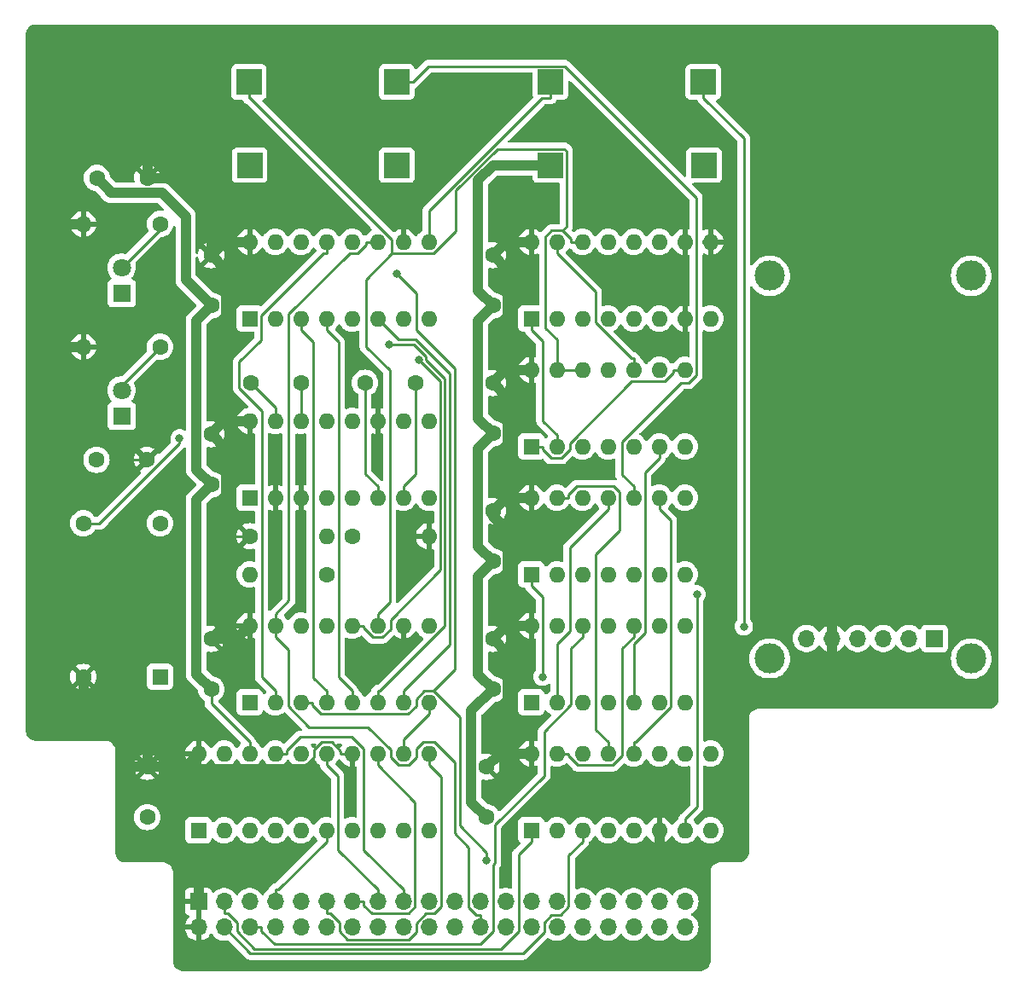
<source format=gbr>
%TF.GenerationSoftware,KiCad,Pcbnew,8.0.2*%
%TF.CreationDate,2025-01-25T14:55:06+01:00*%
%TF.ProjectId,sdcard-board,73646361-7264-42d6-926f-6172642e6b69,rev?*%
%TF.SameCoordinates,Original*%
%TF.FileFunction,Copper,L2,Bot*%
%TF.FilePolarity,Positive*%
%FSLAX46Y46*%
G04 Gerber Fmt 4.6, Leading zero omitted, Abs format (unit mm)*
G04 Created by KiCad (PCBNEW 8.0.2) date 2025-01-25 14:55:06*
%MOMM*%
%LPD*%
G01*
G04 APERTURE LIST*
%TA.AperFunction,WasherPad*%
%ADD10C,3.000000*%
%TD*%
%TA.AperFunction,ComponentPad*%
%ADD11R,1.700000X1.700000*%
%TD*%
%TA.AperFunction,ComponentPad*%
%ADD12O,1.700000X1.700000*%
%TD*%
%TA.AperFunction,ComponentPad*%
%ADD13C,1.600000*%
%TD*%
%TA.AperFunction,ComponentPad*%
%ADD14R,1.600000X1.600000*%
%TD*%
%TA.AperFunction,ComponentPad*%
%ADD15O,1.600000X1.600000*%
%TD*%
%TA.AperFunction,ComponentPad*%
%ADD16R,2.500000X2.500000*%
%TD*%
%TA.AperFunction,ComponentPad*%
%ADD17R,1.800000X1.800000*%
%TD*%
%TA.AperFunction,ComponentPad*%
%ADD18C,1.800000*%
%TD*%
%TA.AperFunction,ViaPad*%
%ADD19C,0.800000*%
%TD*%
%TA.AperFunction,Conductor*%
%ADD20C,0.250000*%
%TD*%
%TA.AperFunction,Conductor*%
%ADD21C,1.000000*%
%TD*%
G04 APERTURE END LIST*
D10*
%TO.P,J3,*%
%TO.N,*%
X122395000Y-79570000D03*
X102395000Y-79570000D03*
X122395000Y-117570000D03*
X102395000Y-117570000D03*
D11*
%TO.P,J3,1,Pin_1*%
%TO.N,~{CS}*%
X118745000Y-115570000D03*
D12*
%TO.P,J3,2,Pin_2*%
%TO.N,SDCLK*%
X116205000Y-115570000D03*
%TO.P,J3,3,Pin_3*%
%TO.N,MOSI*%
X113665000Y-115570000D03*
%TO.P,J3,4,Pin_4*%
%TO.N,MISO*%
X111125000Y-115570000D03*
%TO.P,J3,5,Pin_5*%
%TO.N,VCC*%
X108585000Y-115570000D03*
%TO.P,J3,6,Pin_6*%
%TO.N,GND*%
X106045000Y-115570000D03*
%TD*%
D13*
%TO.P,C13,1*%
%TO.N,VCC*%
X74930000Y-115610000D03*
%TO.P,C13,2*%
%TO.N,GND*%
X74930000Y-120610000D03*
%TD*%
%TO.P,C3,1*%
%TO.N,VCC*%
X74295000Y-128310000D03*
%TO.P,C3,2*%
%TO.N,GND*%
X74295000Y-133310000D03*
%TD*%
D11*
%TO.P,J1,1,Pin_1*%
%TO.N,VCC*%
X45720000Y-141695000D03*
D12*
%TO.P,J1,2,Pin_2*%
X45720000Y-144235000D03*
%TO.P,J1,3,Pin_3*%
%TO.N,A0*%
X48260000Y-141695000D03*
%TO.P,J1,4,Pin_4*%
%TO.N,R{slash}~{W}*%
X48260000Y-144235000D03*
%TO.P,J1,5,Pin_5*%
%TO.N,A1*%
X50800000Y-141695000D03*
%TO.P,J1,6,Pin_6*%
%TO.N,CLK*%
X50800000Y-144235000D03*
%TO.P,J1,7,Pin_7*%
%TO.N,A2*%
X53340000Y-141695000D03*
%TO.P,J1,8,Pin_8*%
%TO.N,unconnected-(J1-Pin_8-Pad8)*%
X53340000Y-144235000D03*
%TO.P,J1,9,Pin_9*%
%TO.N,A3*%
X55880000Y-141695000D03*
%TO.P,J1,10,Pin_10*%
%TO.N,~{RES}*%
X55880000Y-144235000D03*
%TO.P,J1,11,Pin_11*%
%TO.N,A4*%
X58420000Y-141695000D03*
%TO.P,J1,12,Pin_12*%
%TO.N,~{NMI}*%
X58420000Y-144235000D03*
%TO.P,J1,13,Pin_13*%
%TO.N,A5*%
X60960000Y-141695000D03*
%TO.P,J1,14,Pin_14*%
%TO.N,~{IRQ}*%
X60960000Y-144235000D03*
%TO.P,J1,15,Pin_15*%
%TO.N,A6*%
X63500000Y-141695000D03*
%TO.P,J1,16,Pin_16*%
%TO.N,unconnected-(J1-Pin_16-Pad16)*%
X63500000Y-144235000D03*
%TO.P,J1,17,Pin_17*%
%TO.N,A7*%
X66040000Y-141695000D03*
%TO.P,J1,18,Pin_18*%
%TO.N,~{I{slash}O}*%
X66040000Y-144235000D03*
%TO.P,J1,19,Pin_19*%
%TO.N,A8*%
X68580000Y-141695000D03*
%TO.P,J1,20,Pin_20*%
%TO.N,unconnected-(J1-Pin_20-Pad20)*%
X68580000Y-144235000D03*
%TO.P,J1,21,Pin_21*%
%TO.N,A9*%
X71120000Y-141695000D03*
%TO.P,J1,22,Pin_22*%
%TO.N,unconnected-(J1-Pin_22-Pad22)*%
X71120000Y-144235000D03*
%TO.P,J1,23,Pin_23*%
%TO.N,A10*%
X73660000Y-141695000D03*
%TO.P,J1,24,Pin_24*%
%TO.N,D0*%
X73660000Y-144235000D03*
%TO.P,J1,25,Pin_25*%
%TO.N,A11*%
X76200000Y-141695000D03*
%TO.P,J1,26,Pin_26*%
%TO.N,D1*%
X76200000Y-144235000D03*
%TO.P,J1,27,Pin_27*%
%TO.N,A12*%
X78740000Y-141695000D03*
%TO.P,J1,28,Pin_28*%
%TO.N,D2*%
X78740000Y-144235000D03*
%TO.P,J1,29,Pin_29*%
%TO.N,A13*%
X81280000Y-141695000D03*
%TO.P,J1,30,Pin_30*%
%TO.N,D3*%
X81280000Y-144235000D03*
%TO.P,J1,31,Pin_31*%
%TO.N,A14*%
X83820000Y-141695000D03*
%TO.P,J1,32,Pin_32*%
%TO.N,D4*%
X83820000Y-144235000D03*
%TO.P,J1,33,Pin_33*%
%TO.N,A15*%
X86360000Y-141695000D03*
%TO.P,J1,34,Pin_34*%
%TO.N,D5*%
X86360000Y-144235000D03*
%TO.P,J1,35,Pin_35*%
%TO.N,unconnected-(J1-Pin_35-Pad35)*%
X88900000Y-141695000D03*
%TO.P,J1,36,Pin_36*%
%TO.N,D6*%
X88900000Y-144235000D03*
%TO.P,J1,37,Pin_37*%
%TO.N,unconnected-(J1-Pin_37-Pad37)*%
X91440000Y-141695000D03*
%TO.P,J1,38,Pin_38*%
%TO.N,D7*%
X91440000Y-144235000D03*
%TO.P,J1,39,Pin_39*%
%TO.N,GND*%
X93980000Y-141695000D03*
%TO.P,J1,40,Pin_40*%
X93980000Y-144235000D03*
%TD*%
D14*
%TO.P,U10,1,A0*%
%TO.N,A0*%
X78740000Y-134620000D03*
D15*
%TO.P,U10,2,A1*%
%TO.N,A1*%
X81280000Y-134620000D03*
%TO.P,U10,3,A2*%
%TO.N,R{slash}~{W}*%
X83820000Y-134620000D03*
%TO.P,U10,4,~{E0}*%
%TO.N,Net-(U10-~{E0})*%
X86360000Y-134620000D03*
%TO.P,U10,5,~{E1}*%
X88900000Y-134620000D03*
%TO.P,U10,6,E2*%
%TO.N,VCC*%
X91440000Y-134620000D03*
%TO.P,U10,7,~{Y7}*%
%TO.N,~{SDOUT_RESET}*%
X93980000Y-134620000D03*
%TO.P,U10,8,GND*%
%TO.N,GND*%
X96520000Y-134620000D03*
%TO.P,U10,9,~{Y6}*%
%TO.N,~{SDOUT_SET}*%
X96520000Y-127000000D03*
%TO.P,U10,10,~{Y5}*%
%TO.N,unconnected-(U10-~{Y5}-Pad10)*%
X93980000Y-127000000D03*
%TO.P,U10,11,~{Y4}*%
%TO.N,~{SER_RD}*%
X91440000Y-127000000D03*
%TO.P,U10,12,~{Y3}*%
%TO.N,~{SDCS_RESET}*%
X88900000Y-127000000D03*
%TO.P,U10,13,~{Y2}*%
%TO.N,~{SDCS_SET}*%
X86360000Y-127000000D03*
%TO.P,U10,14,~{Y1}*%
%TO.N,~{CLKSTART}*%
X83820000Y-127000000D03*
%TO.P,U10,15,~{Y0}*%
%TO.N,~{SER_WR}*%
X81280000Y-127000000D03*
%TO.P,U10,16,VCC*%
%TO.N,VCC*%
X78740000Y-127000000D03*
%TD*%
D16*
%TO.P,TP8,1,1*%
%TO.N,GND*%
X95885000Y-68580000D03*
%TD*%
%TO.P,TP7,1,1*%
%TO.N,GND*%
X80645000Y-68580000D03*
%TD*%
%TO.P,TP6,1,1*%
%TO.N,GND*%
X65405000Y-68580000D03*
%TD*%
%TO.P,TP5,1,1*%
%TO.N,GND*%
X50800000Y-68580000D03*
%TD*%
D13*
%TO.P,C12,1*%
%TO.N,VCC*%
X74930000Y-102910000D03*
%TO.P,C12,2*%
%TO.N,GND*%
X74930000Y-107910000D03*
%TD*%
%TO.P,C4,1*%
%TO.N,VCC*%
X40640000Y-69845000D03*
%TO.P,C4,2*%
%TO.N,GND*%
X35640000Y-69845000D03*
%TD*%
D14*
%TO.P,U8,1,QB*%
%TO.N,D1*%
X50800000Y-121920000D03*
D15*
%TO.P,U8,2,QC*%
%TO.N,D2*%
X53340000Y-121920000D03*
%TO.P,U8,3,QD*%
%TO.N,D3*%
X55880000Y-121920000D03*
%TO.P,U8,4,QE*%
%TO.N,D4*%
X58420000Y-121920000D03*
%TO.P,U8,5,QF*%
%TO.N,D5*%
X60960000Y-121920000D03*
%TO.P,U8,6,QG*%
%TO.N,D6*%
X63500000Y-121920000D03*
%TO.P,U8,7,QH*%
%TO.N,D7*%
X66040000Y-121920000D03*
%TO.P,U8,8,GND*%
%TO.N,GND*%
X68580000Y-121920000D03*
%TO.P,U8,9,QH'*%
%TO.N,unconnected-(U8-QH'-Pad9)*%
X68580000Y-114300000D03*
%TO.P,U8,10,~{SRCLR}*%
%TO.N,VCC*%
X66040000Y-114300000D03*
%TO.P,U8,11,SRCLK*%
%TO.N,SDCLK*%
X63500000Y-114300000D03*
%TO.P,U8,12,RCLK*%
%TO.N,~{SDCLK}*%
X60960000Y-114300000D03*
%TO.P,U8,13,~{OE}*%
%TO.N,~{SER_RD}*%
X58420000Y-114300000D03*
%TO.P,U8,14,SER*%
%TO.N,MISO*%
X55880000Y-114300000D03*
%TO.P,U8,15,QA*%
%TO.N,D0*%
X53340000Y-114300000D03*
%TO.P,U8,16,VCC*%
%TO.N,VCC*%
X50800000Y-114300000D03*
%TD*%
D13*
%TO.P,R4,1*%
%TO.N,VCC*%
X50810000Y-105420000D03*
D15*
%TO.P,R4,2*%
%TO.N,Net-(U1A-RCext)*%
X58430000Y-105420000D03*
%TD*%
D13*
%TO.P,C8,1*%
%TO.N,VCC*%
X40640000Y-128310000D03*
%TO.P,C8,2*%
%TO.N,GND*%
X40640000Y-133310000D03*
%TD*%
D14*
%TO.P,U1,1,A*%
%TO.N,~{CLKSTART}*%
X50800000Y-101600000D03*
D15*
%TO.P,U1,2,B*%
%TO.N,VCC*%
X53340000Y-101600000D03*
%TO.P,U1,3,Clr*%
X55880000Y-101600000D03*
%TO.P,U1,4,~{Q}*%
%TO.N,unconnected-(U1A-~{Q}-Pad4)*%
X58420000Y-101600000D03*
%TO.P,U1,5,Q*%
%TO.N,unconnected-(U1B-Q-Pad5)*%
X60960000Y-101600000D03*
%TO.P,U1,6,Cext*%
%TO.N,Net-(U1B-Cext)*%
X63500000Y-101600000D03*
%TO.P,U1,7,RCext*%
%TO.N,Net-(U1B-RCext)*%
X66040000Y-101600000D03*
%TO.P,U1,8,GND*%
%TO.N,GND*%
X68580000Y-101600000D03*
%TO.P,U1,9,A*%
X68580000Y-93980000D03*
%TO.P,U1,10,B*%
%TO.N,Net-(U1A-Q)*%
X66040000Y-93980000D03*
%TO.P,U1,11,Clr*%
%TO.N,VCC*%
X63500000Y-93980000D03*
%TO.P,U1,12,~{Q}*%
%TO.N,~{CLKSTART_DB}*%
X60960000Y-93980000D03*
%TO.P,U1,13,Q*%
%TO.N,Net-(U1A-Q)*%
X58420000Y-93980000D03*
%TO.P,U1,14,Cext*%
%TO.N,Net-(U1A-Cext)*%
X55880000Y-93980000D03*
%TO.P,U1,15,RCext*%
%TO.N,Net-(U1A-RCext)*%
X53340000Y-93980000D03*
%TO.P,U1,16,VCC*%
%TO.N,VCC*%
X50800000Y-93980000D03*
%TD*%
D14*
%TO.P,U3,1*%
%TO.N,~{CLKSTOP}*%
X78740000Y-96520000D03*
D15*
%TO.P,U3,2*%
%TO.N,SD_SPI*%
X81280000Y-96520000D03*
%TO.P,U3,3*%
%TO.N,Net-(U3-Pad3)*%
X83820000Y-96520000D03*
%TO.P,U3,4*%
X86360000Y-96520000D03*
%TO.P,U3,5*%
%TO.N,~{CLKSTART_DB}*%
X88900000Y-96520000D03*
%TO.P,U3,6*%
%TO.N,SD_SPI*%
X91440000Y-96520000D03*
%TO.P,U3,7,GND*%
%TO.N,GND*%
X93980000Y-96520000D03*
%TO.P,U3,8*%
%TO.N,~{CLKSTOP}*%
X93980000Y-88900000D03*
%TO.P,U3,9*%
%TO.N,CLKSTOP*%
X91440000Y-88900000D03*
%TO.P,U3,10*%
X88900000Y-88900000D03*
%TO.P,U3,11*%
%TO.N,~{SDCLK}*%
X86360000Y-88900000D03*
%TO.P,U3,12*%
%TO.N,SDCLK*%
X83820000Y-88900000D03*
%TO.P,U3,13*%
X81280000Y-88900000D03*
%TO.P,U3,14,VCC*%
%TO.N,VCC*%
X78740000Y-88900000D03*
%TD*%
D17*
%TO.P,D2,1,K*%
%TO.N,Net-(D2-K)*%
X38100000Y-93472000D03*
D18*
%TO.P,D2,2,A*%
%TO.N,Net-(D2-A)*%
X38100000Y-90932000D03*
%TD*%
D14*
%TO.P,U7,1,~{PL}*%
%TO.N,Net-(U7-~{PL})*%
X50800000Y-83820000D03*
D15*
%TO.P,U7,2,CP*%
%TO.N,~{SDCLK}*%
X53340000Y-83820000D03*
%TO.P,U7,3,D4*%
%TO.N,D4*%
X55880000Y-83820000D03*
%TO.P,U7,4,D5*%
%TO.N,D5*%
X58420000Y-83820000D03*
%TO.P,U7,5,D6*%
%TO.N,D6*%
X60960000Y-83820000D03*
%TO.P,U7,6,D7*%
%TO.N,D7*%
X63500000Y-83820000D03*
%TO.P,U7,7,~{Q7}*%
%TO.N,unconnected-(U7-~{Q7}-Pad7)*%
X66040000Y-83820000D03*
%TO.P,U7,8,GND*%
%TO.N,GND*%
X68580000Y-83820000D03*
%TO.P,U7,9,Q7*%
%TO.N,MOSI*%
X68580000Y-76200000D03*
%TO.P,U7,10,DS*%
%TO.N,VCC*%
X66040000Y-76200000D03*
%TO.P,U7,11,D0*%
%TO.N,D0*%
X63500000Y-76200000D03*
%TO.P,U7,12,D1*%
%TO.N,D1*%
X60960000Y-76200000D03*
%TO.P,U7,13,D2*%
%TO.N,D2*%
X58420000Y-76200000D03*
%TO.P,U7,14,D3*%
%TO.N,D3*%
X55880000Y-76200000D03*
%TO.P,U7,15,~{CE}*%
%TO.N,GND*%
X53340000Y-76200000D03*
%TO.P,U7,16,VCC*%
%TO.N,VCC*%
X50800000Y-76200000D03*
%TD*%
D13*
%TO.P,R2,1*%
%TO.N,Net-(D1-A)*%
X41910000Y-74417000D03*
D15*
%TO.P,R2,2*%
%TO.N,VCC*%
X34290000Y-74417000D03*
%TD*%
D16*
%TO.P,TP2,1,1*%
%TO.N,MISO*%
X95811700Y-60325000D03*
%TD*%
D13*
%TO.P,C10,1*%
%TO.N,VCC*%
X74930000Y-77510000D03*
%TO.P,C10,2*%
%TO.N,GND*%
X74930000Y-82510000D03*
%TD*%
%TO.P,C7,1*%
%TO.N,VCC*%
X40600000Y-97825000D03*
%TO.P,C7,2*%
%TO.N,GND*%
X35600000Y-97825000D03*
%TD*%
%TO.P,C2,1*%
%TO.N,Net-(U1B-Cext)*%
X62240000Y-90180000D03*
%TO.P,C2,2*%
%TO.N,Net-(U1B-RCext)*%
X67240000Y-90180000D03*
%TD*%
%TO.P,C1,1*%
%TO.N,Net-(U1A-Cext)*%
X55930000Y-90220000D03*
%TO.P,C1,2*%
%TO.N,Net-(U1A-RCext)*%
X50930000Y-90220000D03*
%TD*%
D14*
%TO.P,U4,1*%
%TO.N,~{SDOUT_SET}*%
X78740000Y-109220000D03*
D15*
%TO.P,U4,2*%
%TO.N,Net-(R1-Pad1)*%
X81280000Y-109220000D03*
%TO.P,U4,3*%
%TO.N,Net-(U4-Pad3)*%
X83820000Y-109220000D03*
%TO.P,U4,4*%
X86360000Y-109220000D03*
%TO.P,U4,5*%
%TO.N,~{SDOUT_RESET}*%
X88900000Y-109220000D03*
%TO.P,U4,6*%
%TO.N,Net-(R1-Pad1)*%
X91440000Y-109220000D03*
%TO.P,U4,7,GND*%
%TO.N,GND*%
X93980000Y-109220000D03*
%TO.P,U4,8*%
%TO.N,Net-(U4-Pad12)*%
X93980000Y-101600000D03*
%TO.P,U4,9*%
%TO.N,~{SDCS_RESET}*%
X91440000Y-101600000D03*
%TO.P,U4,10*%
%TO.N,~{CS}*%
X88900000Y-101600000D03*
%TO.P,U4,11*%
X86360000Y-101600000D03*
%TO.P,U4,12*%
%TO.N,Net-(U4-Pad12)*%
X83820000Y-101600000D03*
%TO.P,U4,13*%
%TO.N,~{SDCS_SET}*%
X81280000Y-101600000D03*
%TO.P,U4,14,VCC*%
%TO.N,VCC*%
X78740000Y-101600000D03*
%TD*%
D13*
%TO.P,C6,2*%
%TO.N,GND*%
X46990000Y-120610000D03*
%TO.P,C6,1*%
%TO.N,VCC*%
X46990000Y-115610000D03*
%TD*%
D17*
%TO.P,D1,1,K*%
%TO.N,Net-(D1-K)*%
X38100000Y-81280000D03*
D18*
%TO.P,D1,2,A*%
%TO.N,Net-(D1-A)*%
X38100000Y-78740000D03*
%TD*%
D13*
%TO.P,C11,1*%
%TO.N,VCC*%
X74930000Y-90210000D03*
%TO.P,C11,2*%
%TO.N,GND*%
X74930000Y-95210000D03*
%TD*%
D16*
%TO.P,TP3,1,1*%
%TO.N,SDCLK*%
X50726700Y-60325000D03*
%TD*%
D13*
%TO.P,C5,1*%
%TO.N,VCC*%
X46990000Y-95290000D03*
%TO.P,C5,2*%
%TO.N,GND*%
X46990000Y-100290000D03*
%TD*%
D16*
%TO.P,TP1,1,1*%
%TO.N,MOSI*%
X80645000Y-60325000D03*
%TD*%
%TO.P,TP4,1,1*%
%TO.N,~{CS}*%
X65405000Y-60325000D03*
%TD*%
D14*
%TO.P,U5,1,~{MR}*%
%TO.N,SD_SPI*%
X78740000Y-83820000D03*
D15*
%TO.P,U5,2,CP*%
%TO.N,16MHz*%
X81280000Y-83820000D03*
%TO.P,U5,3,D0*%
%TO.N,GND*%
X83820000Y-83820000D03*
%TO.P,U5,4,D1*%
X86360000Y-83820000D03*
%TO.P,U5,5,D2*%
X88900000Y-83820000D03*
%TO.P,U5,6,D3*%
X91440000Y-83820000D03*
%TO.P,U5,7,CEP*%
%TO.N,VCC*%
X93980000Y-83820000D03*
%TO.P,U5,8,GND*%
%TO.N,GND*%
X96520000Y-83820000D03*
%TO.P,U5,9,~{PE}*%
%TO.N,VCC*%
X96520000Y-76200000D03*
%TO.P,U5,10,CET*%
X93980000Y-76200000D03*
%TO.P,U5,11,Q3*%
%TO.N,unconnected-(U5-Q3-Pad11)*%
X91440000Y-76200000D03*
%TO.P,U5,12,Q2*%
%TO.N,unconnected-(U5-Q2-Pad12)*%
X88900000Y-76200000D03*
%TO.P,U5,13,Q1*%
%TO.N,unconnected-(U5-Q1-Pad13)*%
X86360000Y-76200000D03*
%TO.P,U5,14,Q0*%
%TO.N,SDCLK*%
X83820000Y-76200000D03*
%TO.P,U5,15,TC*%
%TO.N,CLKSTOP*%
X81280000Y-76200000D03*
%TO.P,U5,16,VCC*%
%TO.N,VCC*%
X78740000Y-76200000D03*
%TD*%
D13*
%TO.P,C9,2*%
%TO.N,GND*%
X46990000Y-82510000D03*
%TO.P,C9,1*%
%TO.N,VCC*%
X46990000Y-77510000D03*
%TD*%
%TO.P,R1,1*%
%TO.N,Net-(R1-Pad1)*%
X58420000Y-109220000D03*
D15*
%TO.P,R1,2*%
%TO.N,MISO*%
X50800000Y-109220000D03*
%TD*%
D14*
%TO.P,U6,1*%
%TO.N,~{CS}*%
X78740000Y-121920000D03*
D15*
%TO.P,U6,2*%
X81280000Y-121920000D03*
%TO.P,U6,3*%
%TO.N,Net-(D2-K)*%
X83820000Y-121920000D03*
%TO.P,U6,4*%
%TO.N,SD_SPI*%
X86360000Y-121920000D03*
%TO.P,U6,5*%
X88900000Y-121920000D03*
%TO.P,U6,6*%
%TO.N,Net-(D1-K)*%
X91440000Y-121920000D03*
%TO.P,U6,7,GND*%
%TO.N,GND*%
X93980000Y-121920000D03*
%TO.P,U6,8*%
%TO.N,Net-(U6-Pad13)*%
X93980000Y-114300000D03*
%TO.P,U6,9*%
%TO.N,~{SER_WR}*%
X91440000Y-114300000D03*
%TO.P,U6,10*%
X88900000Y-114300000D03*
%TO.P,U6,11*%
%TO.N,Net-(U7-~{PL})*%
X86360000Y-114300000D03*
%TO.P,U6,12*%
%TO.N,CLK*%
X83820000Y-114300000D03*
%TO.P,U6,13*%
%TO.N,Net-(U6-Pad13)*%
X81280000Y-114300000D03*
%TO.P,U6,14,VCC*%
%TO.N,VCC*%
X78740000Y-114300000D03*
%TD*%
D13*
%TO.P,R3,1*%
%TO.N,Net-(D2-A)*%
X41910000Y-86609000D03*
D15*
%TO.P,R3,2*%
%TO.N,VCC*%
X34290000Y-86609000D03*
%TD*%
D13*
%TO.P,R5,1*%
%TO.N,Net-(U1B-RCext)*%
X60970000Y-105420000D03*
D15*
%TO.P,R5,2*%
%TO.N,VCC*%
X68590000Y-105420000D03*
%TD*%
D14*
%TO.P,X1,1,NC*%
%TO.N,unconnected-(X1-NC-Pad1)*%
X41910000Y-119380000D03*
D13*
%TO.P,X1,7,GND*%
%TO.N,GND*%
X41910000Y-104140000D03*
%TO.P,X1,8,OUT*%
%TO.N,16MHz*%
X34290000Y-104140000D03*
%TO.P,X1,14,Vcc*%
%TO.N,VCC*%
X34290000Y-119380000D03*
%TD*%
D14*
%TO.P,U9,1,G*%
%TO.N,~{I{slash}O}*%
X45720000Y-134620000D03*
D15*
%TO.P,U9,2,P0*%
%TO.N,GND*%
X48260000Y-134620000D03*
%TO.P,U9,3,R0*%
X50800000Y-134620000D03*
%TO.P,U9,4,P1*%
X53340000Y-134620000D03*
%TO.P,U9,5,R1*%
X55880000Y-134620000D03*
%TO.P,U9,6,P2*%
%TO.N,A2*%
X58420000Y-134620000D03*
%TO.P,U9,7,R2*%
%TO.N,GND*%
X60960000Y-134620000D03*
%TO.P,U9,8,P3*%
%TO.N,A3*%
X63500000Y-134620000D03*
%TO.P,U9,9,R3*%
%TO.N,GND*%
X66040000Y-134620000D03*
%TO.P,U9,10,GND*%
X68580000Y-134620000D03*
%TO.P,U9,11,P4*%
%TO.N,A4*%
X68580000Y-127000000D03*
%TO.P,U9,12,R4*%
%TO.N,GND*%
X66040000Y-127000000D03*
%TO.P,U9,13,P5*%
%TO.N,A5*%
X63500000Y-127000000D03*
%TO.P,U9,14,R5*%
%TO.N,VCC*%
X60960000Y-127000000D03*
%TO.P,U9,15,P6*%
%TO.N,A6*%
X58420000Y-127000000D03*
%TO.P,U9,16,R6*%
%TO.N,GND*%
X55880000Y-127000000D03*
%TO.P,U9,17,P7*%
%TO.N,A7*%
X53340000Y-127000000D03*
%TO.P,U9,18,R7*%
%TO.N,GND*%
X50800000Y-127000000D03*
%TO.P,U9,19,P=R*%
%TO.N,Net-(U10-~{E0})*%
X48260000Y-127000000D03*
%TO.P,U9,20,VCC*%
%TO.N,VCC*%
X45720000Y-127000000D03*
%TD*%
D19*
%TO.N,~{SDCLK}*%
X67564000Y-87884000D03*
%TO.N,16MHz*%
X43847700Y-95713300D03*
%TO.N,~{SDOUT_RESET}*%
X95170500Y-111186700D03*
%TO.N,~{SDOUT_SET}*%
X79865200Y-119379600D03*
%TO.N,MISO*%
X99833700Y-114385100D03*
%TO.N,D6*%
X64595800Y-86360000D03*
%TO.N,D3*%
X74307800Y-137650200D03*
X65373300Y-79369400D03*
%TD*%
D20*
%TO.N,D7*%
X66040000Y-120794900D02*
X66040000Y-121920000D01*
X70641400Y-89299699D02*
X70641400Y-116193500D01*
X67251701Y-85910000D02*
X70641400Y-89299699D01*
X65574009Y-85910000D02*
X67251701Y-85910000D01*
X70641400Y-116193500D02*
X66040000Y-120794900D01*
X63500000Y-83835991D02*
X65574009Y-85910000D01*
X63500000Y-83820000D02*
X63500000Y-83835991D01*
%TO.N,D6*%
X70173100Y-89795298D02*
X70173100Y-114354900D01*
X68289000Y-87911198D02*
X70173100Y-89795298D01*
X70173100Y-114354900D02*
X63733100Y-120794900D01*
X68289000Y-87583695D02*
X68289000Y-87911198D01*
X63733100Y-120794900D02*
X63500000Y-120794900D01*
X63500000Y-120794900D02*
X63500000Y-121920000D01*
X67065305Y-86360000D02*
X68289000Y-87583695D01*
X64595800Y-86360000D02*
X67065305Y-86360000D01*
%TO.N,~{SDCLK}*%
X62085100Y-114533200D02*
X62085100Y-114300000D01*
X62994800Y-115442900D02*
X62085100Y-114533200D01*
X63998600Y-115442900D02*
X62994800Y-115442900D01*
X64770000Y-113693200D02*
X64770000Y-114671500D01*
X69722900Y-108740300D02*
X64770000Y-113693200D01*
X67564000Y-87884000D02*
X69722900Y-90042900D01*
X64770000Y-114671500D02*
X63998600Y-115442900D01*
X62085100Y-114300000D02*
X60960000Y-114300000D01*
X69722900Y-90042900D02*
X69722900Y-108740300D01*
%TO.N,SDCLK*%
X83820000Y-88900000D02*
X82694900Y-88900000D01*
X81280000Y-88900000D02*
X82694900Y-88900000D01*
X50726700Y-60325000D02*
X50726700Y-61900100D01*
X63500000Y-114300000D02*
X63500000Y-113174900D01*
X83820000Y-76200000D02*
X82694900Y-76200000D01*
X64888600Y-75958200D02*
X64888600Y-77363500D01*
X50830500Y-61900100D02*
X64888600Y-75958200D01*
X50726700Y-61900100D02*
X50830500Y-61900100D01*
X64691700Y-111983200D02*
X63500000Y-113174900D01*
X64691700Y-88967300D02*
X64691700Y-111983200D01*
X62327500Y-86603100D02*
X64691700Y-88967300D01*
X62327500Y-79924600D02*
X62327500Y-86603100D01*
X64888600Y-77363500D02*
X62327500Y-79924600D01*
X82236300Y-74668100D02*
X81840300Y-75064100D01*
X82236300Y-67165100D02*
X82236300Y-74668100D01*
X82036400Y-66965200D02*
X82236300Y-67165100D01*
X75358500Y-66965200D02*
X82036400Y-66965200D01*
X71276100Y-71047600D02*
X75358500Y-66965200D01*
X71276100Y-75121200D02*
X71276100Y-71047600D01*
X69033800Y-77363500D02*
X71276100Y-75121200D01*
X64888600Y-77363500D02*
X69033800Y-77363500D01*
X82694900Y-75918700D02*
X81840300Y-75064100D01*
X82694900Y-76200000D02*
X82694900Y-75918700D01*
X81280000Y-85909900D02*
X81280000Y-88900000D01*
X80146500Y-84776400D02*
X81280000Y-85909900D01*
X80146500Y-75677800D02*
X80146500Y-84776400D01*
X80760200Y-75064100D02*
X80146500Y-75677800D01*
X81840300Y-75064100D02*
X80760200Y-75064100D01*
%TO.N,A7*%
X62085200Y-136565100D02*
X66040000Y-140519900D01*
X62085200Y-126530600D02*
X62085200Y-136565100D01*
X60912500Y-125357900D02*
X62085200Y-126530600D01*
X55825900Y-125357900D02*
X60912500Y-125357900D01*
X54465100Y-126718700D02*
X55825900Y-125357900D01*
X54465100Y-127000000D02*
X54465100Y-126718700D01*
X53340000Y-127000000D02*
X54465100Y-127000000D01*
X66040000Y-141695000D02*
X66040000Y-140519900D01*
%TO.N,A4*%
X68580000Y-127000000D02*
X68580000Y-128125100D01*
X58420000Y-141695000D02*
X58420000Y-142870100D01*
X69786300Y-129331400D02*
X68580000Y-128125100D01*
X69786300Y-142198900D02*
X69786300Y-129331400D01*
X69113400Y-142871800D02*
X69786300Y-142198900D01*
X68279100Y-142871800D02*
X69113400Y-142871800D01*
X67310000Y-143840900D02*
X68279100Y-142871800D01*
X67310000Y-144723700D02*
X67310000Y-143840900D01*
X66557500Y-145476200D02*
X67310000Y-144723700D01*
X60514800Y-145476200D02*
X66557500Y-145476200D01*
X59690000Y-144651400D02*
X60514800Y-145476200D01*
X59690000Y-143774900D02*
X59690000Y-144651400D01*
X58785200Y-142870100D02*
X59690000Y-143774900D01*
X58420000Y-142870100D02*
X58785200Y-142870100D01*
%TO.N,A6*%
X59545100Y-136565000D02*
X63500000Y-140519900D01*
X59545100Y-129250200D02*
X59545100Y-136565000D01*
X58420000Y-128125100D02*
X59545100Y-129250200D01*
X58420000Y-127000000D02*
X58420000Y-128125100D01*
X63500000Y-141695000D02*
X63500000Y-140519900D01*
%TO.N,R{slash}~{W}*%
X50876700Y-146851700D02*
X48260000Y-144235000D01*
X77893600Y-146851700D02*
X50876700Y-146851700D01*
X80010000Y-144735300D02*
X77893600Y-146851700D01*
X80010000Y-143804100D02*
X80010000Y-144735300D01*
X80754300Y-143059800D02*
X80010000Y-143804100D01*
X81616100Y-143059800D02*
X80754300Y-143059800D01*
X82455200Y-142220700D02*
X81616100Y-143059800D01*
X82455200Y-137109900D02*
X82455200Y-142220700D01*
X83820000Y-135745100D02*
X82455200Y-137109900D01*
X83820000Y-134620000D02*
X83820000Y-135745100D01*
%TO.N,16MHz*%
X43847700Y-96176300D02*
X43847700Y-95713300D01*
X35884000Y-104140000D02*
X43847700Y-96176300D01*
X34290000Y-104140000D02*
X35884000Y-104140000D01*
%TO.N,CLKSTOP*%
X88666800Y-87774900D02*
X88900000Y-87774900D01*
X85090000Y-84198100D02*
X88666800Y-87774900D01*
X85090000Y-81135100D02*
X85090000Y-84198100D01*
X81280000Y-77325100D02*
X85090000Y-81135100D01*
X81280000Y-76200000D02*
X81280000Y-77325100D01*
X88900000Y-88900000D02*
X88900000Y-87774900D01*
%TO.N,SD_SPI*%
X88900000Y-121920000D02*
X88900000Y-120794900D01*
X91440000Y-96520000D02*
X91440000Y-97645100D01*
X79865100Y-86070200D02*
X78740000Y-84945100D01*
X79865100Y-93980000D02*
X79865100Y-86070200D01*
X81280000Y-95394900D02*
X79865100Y-93980000D01*
X81280000Y-96520000D02*
X81280000Y-95394900D01*
X78740000Y-83820000D02*
X78740000Y-84945100D01*
X88900000Y-116111700D02*
X88900000Y-120794900D01*
X90025100Y-114986600D02*
X88900000Y-116111700D01*
X90025100Y-99060000D02*
X90025100Y-114986600D01*
X91440000Y-97645100D02*
X90025100Y-99060000D01*
%TO.N,~{CLKSTOP}*%
X79865100Y-96801400D02*
X79865100Y-96520000D01*
X80708800Y-97645100D02*
X79865100Y-96801400D01*
X81746500Y-97645100D02*
X80708800Y-97645100D01*
X82550000Y-96841600D02*
X81746500Y-97645100D01*
X82550000Y-96192600D02*
X82550000Y-96841600D01*
X88717500Y-90025100D02*
X82550000Y-96192600D01*
X92011200Y-90025100D02*
X88717500Y-90025100D01*
X92854900Y-89181400D02*
X92011200Y-90025100D01*
X92854900Y-88900000D02*
X92854900Y-89181400D01*
X93980000Y-88900000D02*
X92854900Y-88900000D01*
X78740000Y-96520000D02*
X79865100Y-96520000D01*
%TO.N,~{SER_WR}*%
X82405100Y-127190200D02*
X82405100Y-127000000D01*
X83353100Y-128138200D02*
X82405100Y-127190200D01*
X86845700Y-128138200D02*
X83353100Y-128138200D01*
X87774900Y-127209000D02*
X86845700Y-128138200D01*
X87774900Y-116550200D02*
X87774900Y-127209000D01*
X88900000Y-115425100D02*
X87774900Y-116550200D01*
X88900000Y-114300000D02*
X88900000Y-115425100D01*
X81280000Y-127000000D02*
X82405100Y-127000000D01*
%TO.N,~{SDCS_SET}*%
X85169400Y-124684300D02*
X86360000Y-125874900D01*
X85169400Y-107202900D02*
X85169400Y-124684300D01*
X87497000Y-104875300D02*
X85169400Y-107202900D01*
X87497000Y-101073500D02*
X87497000Y-104875300D01*
X86886000Y-100462500D02*
X87497000Y-101073500D01*
X83261300Y-100462500D02*
X86886000Y-100462500D01*
X82405100Y-101318700D02*
X83261300Y-100462500D01*
X82405100Y-101600000D02*
X82405100Y-101318700D01*
X81280000Y-101600000D02*
X82405100Y-101600000D01*
X86360000Y-127000000D02*
X86360000Y-125874900D01*
%TO.N,~{SDCS_RESET}*%
X89094000Y-125874900D02*
X88900000Y-125874900D01*
X92573100Y-122395800D02*
X89094000Y-125874900D01*
X92573100Y-103858200D02*
X92573100Y-122395800D01*
X91440000Y-102725100D02*
X92573100Y-103858200D01*
X91440000Y-101600000D02*
X91440000Y-102725100D01*
X88900000Y-127000000D02*
X88900000Y-125874900D01*
%TO.N,~{SDOUT_RESET}*%
X93980000Y-134620000D02*
X93980000Y-133494900D01*
X95170500Y-132304400D02*
X95170500Y-111186700D01*
X93980000Y-133494900D02*
X95170500Y-132304400D01*
%TO.N,~{SDOUT_SET}*%
X79865200Y-111470300D02*
X79865200Y-119379600D01*
X78740000Y-110345100D02*
X79865200Y-111470300D01*
X78740000Y-109220000D02*
X78740000Y-110345100D01*
%TO.N,A5*%
X62135100Y-142060300D02*
X62135100Y-141695000D01*
X62945400Y-142870600D02*
X62135100Y-142060300D01*
X66554200Y-142870600D02*
X62945400Y-142870600D01*
X67215200Y-142209600D02*
X66554200Y-142870600D01*
X67215200Y-131840300D02*
X67215200Y-142209600D01*
X63500000Y-128125100D02*
X67215200Y-131840300D01*
X63500000Y-127000000D02*
X63500000Y-128125100D01*
X60960000Y-141695000D02*
X62135100Y-141695000D01*
%TO.N,A2*%
X53645200Y-140519900D02*
X53340000Y-140519900D01*
X58420000Y-135745100D02*
X53645200Y-140519900D01*
X58420000Y-134620000D02*
X58420000Y-135745100D01*
X53340000Y-141695000D02*
X53340000Y-140519900D01*
%TO.N,MISO*%
X99833700Y-65922100D02*
X99833700Y-114385100D01*
X95811700Y-61900100D02*
X99833700Y-65922100D01*
X95811700Y-60325000D02*
X95811700Y-61900100D01*
%TO.N,MOSI*%
X80645000Y-60325000D02*
X80645000Y-61900100D01*
X68580000Y-73107000D02*
X68580000Y-76200000D01*
X79786900Y-61900100D02*
X68580000Y-73107000D01*
X80645000Y-61900100D02*
X79786900Y-61900100D01*
%TO.N,CLK*%
X51975100Y-144600300D02*
X51975100Y-144235000D01*
X53301200Y-145926400D02*
X51975100Y-144600300D01*
X73668900Y-145926400D02*
X53301200Y-145926400D01*
X74930000Y-144665300D02*
X73668900Y-145926400D01*
X74930000Y-138053600D02*
X74930000Y-144665300D01*
X75126300Y-137857300D02*
X74930000Y-138053600D01*
X75126300Y-134070000D02*
X75126300Y-137857300D01*
X80010000Y-129186300D02*
X75126300Y-134070000D01*
X80010000Y-124829900D02*
X80010000Y-129186300D01*
X82694900Y-122145000D02*
X80010000Y-124829900D01*
X82694900Y-116550200D02*
X82694900Y-122145000D01*
X83820000Y-115425100D02*
X82694900Y-116550200D01*
X83820000Y-114300000D02*
X83820000Y-115425100D01*
X50800000Y-144235000D02*
X51975100Y-144235000D01*
%TO.N,~{CS}*%
X68555200Y-58749900D02*
X66980100Y-60325000D01*
X82053100Y-58749900D02*
X68555200Y-58749900D01*
X95110500Y-71807300D02*
X82053100Y-58749900D01*
X95110500Y-89404900D02*
X95110500Y-71807300D01*
X94326600Y-90188800D02*
X95110500Y-89404900D01*
X93589800Y-90188800D02*
X94326600Y-90188800D01*
X87724200Y-96054400D02*
X93589800Y-90188800D01*
X87724200Y-99299100D02*
X87724200Y-96054400D01*
X88900000Y-100474900D02*
X87724200Y-99299100D01*
X88900000Y-101600000D02*
X88900000Y-100474900D01*
X65405000Y-60325000D02*
X66980100Y-60325000D01*
X82550000Y-106535100D02*
X86360000Y-102725100D01*
X82550000Y-114830000D02*
X82550000Y-106535100D01*
X81280000Y-116100000D02*
X82550000Y-114830000D01*
X81280000Y-121920000D02*
X81280000Y-116100000D01*
X86360000Y-101600000D02*
X86360000Y-102725100D01*
%TO.N,A0*%
X48260000Y-141695000D02*
X48260000Y-142870100D01*
X48625200Y-142870100D02*
X48260000Y-142870100D01*
X49530000Y-143774900D02*
X48625200Y-142870100D01*
X49530000Y-144631600D02*
X49530000Y-143774900D01*
X51287900Y-146389500D02*
X49530000Y-144631600D01*
X75748000Y-146389500D02*
X51287900Y-146389500D01*
X77470000Y-144667500D02*
X75748000Y-146389500D01*
X77470000Y-137015100D02*
X77470000Y-144667500D01*
X78740000Y-135745100D02*
X77470000Y-137015100D01*
X78740000Y-134620000D02*
X78740000Y-135745100D01*
%TO.N,D5*%
X59609100Y-119444000D02*
X60960000Y-120794900D01*
X59609100Y-86134200D02*
X59609100Y-119444000D01*
X58420000Y-84945100D02*
X59609100Y-86134200D01*
X58420000Y-83820000D02*
X58420000Y-84945100D01*
X60960000Y-121920000D02*
X60960000Y-120794900D01*
%TO.N,D4*%
X57077500Y-119452400D02*
X58420000Y-120794900D01*
X57077500Y-86142600D02*
X57077500Y-119452400D01*
X55880000Y-84945100D02*
X57077500Y-86142600D01*
X55880000Y-83820000D02*
X55880000Y-84945100D01*
X58420000Y-121920000D02*
X58420000Y-120794900D01*
%TO.N,D3*%
X55880000Y-121920000D02*
X57005100Y-121920000D01*
X71148100Y-118657000D02*
X69029200Y-120775900D01*
X71148100Y-88783300D02*
X71148100Y-118657000D01*
X67310000Y-84945200D02*
X71148100Y-88783300D01*
X67310000Y-81306100D02*
X67310000Y-84945200D01*
X65373300Y-79369400D02*
X67310000Y-81306100D01*
X68132500Y-120775900D02*
X69029200Y-120775900D01*
X67310000Y-121598400D02*
X68132500Y-120775900D01*
X67310000Y-122247400D02*
X67310000Y-121598400D01*
X66480900Y-123076500D02*
X67310000Y-122247400D01*
X57880300Y-123076500D02*
X66480900Y-123076500D01*
X57005100Y-122201300D02*
X57880300Y-123076500D01*
X57005100Y-121920000D02*
X57005100Y-122201300D01*
X74307800Y-136841800D02*
X74307800Y-137650200D01*
X71636300Y-134170300D02*
X74307800Y-136841800D01*
X71636300Y-123383000D02*
X71636300Y-134170300D01*
X69029200Y-120775900D02*
X71636300Y-123383000D01*
%TO.N,D2*%
X51984600Y-119439500D02*
X53340000Y-120794900D01*
X51984600Y-92949900D02*
X51984600Y-119439500D01*
X49759500Y-90724800D02*
X51984600Y-92949900D01*
X49759500Y-88108400D02*
X49759500Y-90724800D01*
X51925200Y-85942700D02*
X49759500Y-88108400D01*
X51925200Y-83538600D02*
X51925200Y-85942700D01*
X58138700Y-77325100D02*
X51925200Y-83538600D01*
X58420000Y-77325100D02*
X58138700Y-77325100D01*
X58420000Y-76200000D02*
X58420000Y-77325100D01*
X53340000Y-121920000D02*
X53340000Y-120794900D01*
%TO.N,D0*%
X73660000Y-144235000D02*
X73660000Y-143059900D01*
X53340000Y-114300000D02*
X53340000Y-115425100D01*
X73292700Y-143059900D02*
X73660000Y-143059900D01*
X72484900Y-142252100D02*
X73292700Y-143059900D01*
X72484900Y-136298300D02*
X72484900Y-142252100D01*
X71116500Y-134929900D02*
X72484900Y-136298300D01*
X71116500Y-127873400D02*
X71116500Y-134929900D01*
X69117900Y-125874800D02*
X71116500Y-127873400D01*
X68065700Y-125874800D02*
X69117900Y-125874800D01*
X67383900Y-126556600D02*
X68065700Y-125874800D01*
X67383900Y-127340900D02*
X67383900Y-126556600D01*
X66599500Y-128125300D02*
X67383900Y-127340900D01*
X65545300Y-128125300D02*
X66599500Y-128125300D01*
X64770000Y-127350000D02*
X65545300Y-128125300D01*
X64770000Y-126611300D02*
X64770000Y-127350000D01*
X62553200Y-124394500D02*
X64770000Y-126611300D01*
X56716500Y-124394500D02*
X62553200Y-124394500D01*
X54610000Y-122288000D02*
X56716500Y-124394500D01*
X54610000Y-116695100D02*
X54610000Y-122288000D01*
X53340000Y-115425100D02*
X54610000Y-116695100D01*
X54688300Y-111826600D02*
X53340000Y-113174900D01*
X54688300Y-83379900D02*
X54688300Y-111826600D01*
X60743100Y-77325100D02*
X54688300Y-83379900D01*
X61531200Y-77325100D02*
X60743100Y-77325100D01*
X62374900Y-76481400D02*
X61531200Y-77325100D01*
X62374900Y-76200000D02*
X62374900Y-76481400D01*
X63500000Y-76200000D02*
X62374900Y-76200000D01*
X53340000Y-114300000D02*
X53340000Y-113174900D01*
%TO.N,Net-(D2-A)*%
X38100000Y-90419000D02*
X38100000Y-90932000D01*
X41910000Y-86609000D02*
X38100000Y-90419000D01*
%TO.N,Net-(D1-A)*%
X41910000Y-74930000D02*
X41910000Y-74417000D01*
X38100000Y-78740000D02*
X41910000Y-74930000D01*
D21*
%TO.N,GND*%
X36830000Y-71035000D02*
X35640000Y-69845000D01*
X36830000Y-71120000D02*
X36830000Y-71035000D01*
X37055000Y-71345000D02*
X36830000Y-71120000D01*
X42135000Y-71345000D02*
X37055000Y-71345000D01*
X44450000Y-73660000D02*
X42135000Y-71345000D01*
X44450000Y-79970000D02*
X44450000Y-73660000D01*
X46990000Y-82510000D02*
X44450000Y-79970000D01*
X45490000Y-84010000D02*
X46990000Y-82510000D01*
X45490000Y-98790000D02*
X45490000Y-84010000D01*
X46990000Y-100290000D02*
X45490000Y-98790000D01*
X45490000Y-101790000D02*
X46990000Y-100290000D01*
X45490000Y-119110000D02*
X45490000Y-101790000D01*
X46990000Y-120610000D02*
X45490000Y-119110000D01*
X74930000Y-68580000D02*
X80645000Y-68580000D01*
X73430000Y-70080000D02*
X74930000Y-68580000D01*
X73430000Y-81010000D02*
X73430000Y-70080000D01*
X74930000Y-82510000D02*
X73430000Y-81010000D01*
X73430000Y-84010000D02*
X74930000Y-82510000D01*
X73430000Y-93710000D02*
X73430000Y-84010000D01*
X74930000Y-95210000D02*
X73430000Y-93710000D01*
X73430000Y-96710000D02*
X74930000Y-95210000D01*
X73430000Y-106410000D02*
X73430000Y-96710000D01*
X74930000Y-107910000D02*
X73430000Y-106410000D01*
X73430000Y-109410000D02*
X74930000Y-107910000D01*
X73430000Y-119110000D02*
X73430000Y-109410000D01*
X74930000Y-120610000D02*
X73430000Y-119110000D01*
X72795000Y-122745000D02*
X74930000Y-120610000D01*
X72795000Y-131810000D02*
X72795000Y-122745000D01*
X74295000Y-133310000D02*
X72795000Y-131810000D01*
D20*
X50800000Y-127000000D02*
X50800000Y-125874900D01*
X66040000Y-127000000D02*
X66040000Y-125874900D01*
X46990000Y-122064900D02*
X50800000Y-125874900D01*
X46990000Y-120610000D02*
X46990000Y-122064900D01*
X66040000Y-125585100D02*
X66040000Y-125874900D01*
X68580000Y-123045100D02*
X66040000Y-125585100D01*
X68580000Y-121920000D02*
X68580000Y-123045100D01*
D21*
%TO.N,VCC*%
X75605000Y-127000000D02*
X74295000Y-128310000D01*
X78740000Y-127000000D02*
X75605000Y-127000000D01*
X76240000Y-114300000D02*
X74930000Y-115610000D01*
X78740000Y-114300000D02*
X76240000Y-114300000D01*
X76240000Y-101600000D02*
X74930000Y-102910000D01*
X78740000Y-101600000D02*
X76240000Y-101600000D01*
X78740000Y-88900000D02*
X76240000Y-88900000D01*
X75585000Y-89555000D02*
X74930000Y-90210000D01*
X76240000Y-88900000D02*
X75585000Y-89555000D01*
X76240000Y-76200000D02*
X74930000Y-77510000D01*
X78740000Y-76200000D02*
X76240000Y-76200000D01*
X50800000Y-93980000D02*
X48300000Y-93980000D01*
X49490000Y-115610000D02*
X46990000Y-115610000D01*
X50800000Y-114300000D02*
X49490000Y-115610000D01*
X40640000Y-57150000D02*
X40005000Y-56515000D01*
X40640000Y-69845000D02*
X40640000Y-57150000D01*
X43810000Y-69845000D02*
X40640000Y-69845000D01*
X46990000Y-73025000D02*
X43810000Y-69845000D01*
X46990000Y-77510000D02*
X46990000Y-73025000D01*
X91440000Y-135890000D02*
X91440000Y-134620000D01*
X92075000Y-136525000D02*
X91440000Y-135890000D01*
X98425000Y-136525000D02*
X92075000Y-136525000D01*
X99060000Y-135890000D02*
X98425000Y-136525000D01*
X99060000Y-121920000D02*
X99060000Y-135890000D01*
X100965000Y-120015000D02*
X99060000Y-121920000D01*
X107315000Y-120015000D02*
X100965000Y-120015000D01*
X108585000Y-118745000D02*
X107315000Y-120015000D01*
X108585000Y-115570000D02*
X108585000Y-118745000D01*
X108585000Y-109855000D02*
X108585000Y-115570000D01*
X113030000Y-105410000D02*
X108585000Y-109855000D01*
X113030000Y-57150000D02*
X113030000Y-105410000D01*
X112395000Y-56515000D02*
X113030000Y-57150000D01*
X40005000Y-56515000D02*
X112395000Y-56515000D01*
X33020000Y-56515000D02*
X40005000Y-56515000D01*
X30480000Y-59055000D02*
X33020000Y-56515000D01*
X30480000Y-75565000D02*
X30480000Y-59055000D01*
X30480000Y-86995000D02*
X30480000Y-75565000D01*
X32263000Y-74417000D02*
X34290000Y-74417000D01*
X31750000Y-74930000D02*
X32263000Y-74417000D01*
X31115000Y-74930000D02*
X31750000Y-74930000D01*
X30480000Y-75565000D02*
X31115000Y-74930000D01*
X34290000Y-123190000D02*
X34290000Y-119380000D01*
X34925000Y-123825000D02*
X34290000Y-123190000D01*
X38735000Y-123825000D02*
X34925000Y-123825000D01*
X40640000Y-125730000D02*
X38735000Y-123825000D01*
X40640000Y-128310000D02*
X40640000Y-125730000D01*
X39330000Y-128310000D02*
X40640000Y-128310000D01*
X38100000Y-129540000D02*
X39330000Y-128310000D01*
X38100000Y-134620000D02*
X38100000Y-129540000D01*
X40640000Y-137160000D02*
X38100000Y-134620000D01*
X44450000Y-137160000D02*
X40640000Y-137160000D01*
X45720000Y-138430000D02*
X44450000Y-137160000D01*
X45720000Y-141695000D02*
X45720000Y-138430000D01*
X76430000Y-88710000D02*
X76240000Y-88900000D01*
X76430000Y-79010000D02*
X76430000Y-88710000D01*
X74930000Y-77510000D02*
X76430000Y-79010000D01*
X76240000Y-88900000D02*
X75585000Y-89555000D01*
X76430000Y-101410000D02*
X76240000Y-101600000D01*
X76430000Y-91710000D02*
X76430000Y-101410000D01*
X74930000Y-90210000D02*
X76430000Y-91710000D01*
X76240000Y-101600000D02*
X74930000Y-102910000D01*
X76430000Y-114110000D02*
X76240000Y-114300000D01*
X76430000Y-105005000D02*
X76430000Y-114110000D01*
X74930000Y-103505000D02*
X76430000Y-105005000D01*
X74930000Y-102910000D02*
X74930000Y-103505000D01*
X76240000Y-114300000D02*
X74930000Y-115610000D01*
X76430000Y-126175000D02*
X75605000Y-127000000D01*
X76430000Y-117110000D02*
X76430000Y-126175000D01*
X74930000Y-115610000D02*
X76430000Y-117110000D01*
X75605000Y-127000000D02*
X74295000Y-128310000D01*
X48490000Y-93790000D02*
X48300000Y-93980000D01*
X48490000Y-79010000D02*
X48490000Y-93790000D01*
X46990000Y-77510000D02*
X48490000Y-79010000D01*
X48300000Y-93980000D02*
X47645000Y-94635000D01*
X48300000Y-93980000D02*
X47645000Y-94635000D01*
X47645000Y-94635000D02*
X46990000Y-95290000D01*
D20*
X93980000Y-76200000D02*
X93980000Y-83820000D01*
D21*
X32634000Y-86609000D02*
X34290000Y-86609000D01*
X32385000Y-86360000D02*
X32634000Y-86609000D01*
X31115000Y-86360000D02*
X32385000Y-86360000D01*
X30480000Y-86995000D02*
X31115000Y-86360000D01*
X30480000Y-123190000D02*
X30480000Y-89213600D01*
X30797500Y-123508000D02*
X30480000Y-123190000D01*
X34607500Y-123508000D02*
X30797500Y-123508000D01*
X34925000Y-123825000D02*
X34607500Y-123508000D01*
X30480000Y-89213600D02*
X30480000Y-86995000D01*
D20*
X39091400Y-97825000D02*
X40600000Y-97825000D01*
X30480000Y-89213600D02*
X39091400Y-97825000D01*
D21*
X48300000Y-76200000D02*
X46990000Y-77510000D01*
X50800000Y-76200000D02*
X48300000Y-76200000D01*
X44410000Y-128310000D02*
X44615000Y-128105000D01*
X40640000Y-128310000D02*
X44410000Y-128310000D01*
X44615000Y-128105000D02*
X45720000Y-127000000D01*
D20*
X59834900Y-126766900D02*
X59834900Y-127000000D01*
X58927800Y-125859800D02*
X59834900Y-126766900D01*
X57924800Y-125859800D02*
X58927800Y-125859800D01*
X57150000Y-126634600D02*
X57924800Y-125859800D01*
X57150000Y-127327400D02*
X57150000Y-126634600D01*
X56352200Y-128125200D02*
X57150000Y-127327400D01*
X44635200Y-128125200D02*
X56352200Y-128125200D01*
X44615000Y-128105000D02*
X44635200Y-128125200D01*
X60960000Y-127000000D02*
X59834900Y-127000000D01*
D21*
X48490000Y-96790000D02*
X48490000Y-105410000D01*
X46990000Y-95290000D02*
X48490000Y-96790000D01*
X48490000Y-114110000D02*
X46990000Y-115610000D01*
X48490000Y-105410000D02*
X48490000Y-114110000D01*
D20*
X50800000Y-105410000D02*
X50810000Y-105420000D01*
X48490000Y-105410000D02*
X50800000Y-105410000D01*
%TO.N,Net-(U1B-Cext)*%
X62240000Y-99214900D02*
X63500000Y-100474900D01*
X62240000Y-90180000D02*
X62240000Y-99214900D01*
X63500000Y-101600000D02*
X63500000Y-100474900D01*
%TO.N,Net-(U1B-RCext)*%
X67240000Y-99274900D02*
X67240000Y-90180000D01*
X66040000Y-100474900D02*
X67240000Y-99274900D01*
X66040000Y-101600000D02*
X66040000Y-100474900D01*
%TO.N,Net-(U1A-Cext)*%
X55880000Y-90270000D02*
X55880000Y-93980000D01*
X55930000Y-90220000D02*
X55880000Y-90270000D01*
%TO.N,Net-(U1A-RCext)*%
X53340000Y-92630000D02*
X53340000Y-93980000D01*
X50930000Y-90220000D02*
X53340000Y-92630000D01*
%TD*%
%TA.AperFunction,Conductor*%
%TO.N,VCC*%
G36*
X45970000Y-143801988D02*
G01*
X45912993Y-143769075D01*
X45785826Y-143735000D01*
X45654174Y-143735000D01*
X45527007Y-143769075D01*
X45470000Y-143801988D01*
X45470000Y-142128012D01*
X45527007Y-142160925D01*
X45654174Y-142195000D01*
X45785826Y-142195000D01*
X45912993Y-142160925D01*
X45970000Y-142128012D01*
X45970000Y-143801988D01*
G37*
%TD.AperFunction*%
%TA.AperFunction,Conductor*%
G36*
X92777864Y-127562278D02*
G01*
X92822382Y-127613655D01*
X92842477Y-127656749D01*
X92973802Y-127844300D01*
X93135700Y-128006198D01*
X93323251Y-128137523D01*
X93440404Y-128192152D01*
X93530750Y-128234281D01*
X93530752Y-128234281D01*
X93530757Y-128234284D01*
X93751913Y-128293543D01*
X93914832Y-128307796D01*
X93979998Y-128313498D01*
X93980000Y-128313498D01*
X93980002Y-128313498D01*
X94037021Y-128308509D01*
X94208087Y-128293543D01*
X94380909Y-128247235D01*
X94450756Y-128248898D01*
X94508618Y-128288060D01*
X94536123Y-128352288D01*
X94537000Y-128367010D01*
X94537000Y-131990634D01*
X94517315Y-132057673D01*
X94500681Y-132078315D01*
X93576167Y-133002829D01*
X93532047Y-133046949D01*
X93487927Y-133091068D01*
X93418603Y-133194818D01*
X93418598Y-133194827D01*
X93370845Y-133310114D01*
X93370843Y-133310120D01*
X93348425Y-133422822D01*
X93316040Y-133484733D01*
X93297932Y-133500204D01*
X93135699Y-133613802D01*
X92973806Y-133775695D01*
X92842476Y-133963252D01*
X92842474Y-133963256D01*
X92817691Y-134016402D01*
X92771518Y-134068841D01*
X92704324Y-134087992D01*
X92637444Y-134067775D01*
X92592927Y-134016399D01*
X92570133Y-133967517D01*
X92439657Y-133781179D01*
X92278820Y-133620342D01*
X92092482Y-133489865D01*
X91886328Y-133393734D01*
X91690000Y-133341127D01*
X91690000Y-134304314D01*
X91685606Y-134299920D01*
X91594394Y-134247259D01*
X91492661Y-134220000D01*
X91387339Y-134220000D01*
X91285606Y-134247259D01*
X91194394Y-134299920D01*
X91190000Y-134304314D01*
X91190000Y-133341127D01*
X90993671Y-133393734D01*
X90787517Y-133489865D01*
X90601179Y-133620342D01*
X90440342Y-133781179D01*
X90309865Y-133967517D01*
X90287071Y-134016401D01*
X90240898Y-134068840D01*
X90173705Y-134087992D01*
X90106824Y-134067776D01*
X90062307Y-134016401D01*
X90037523Y-133963251D01*
X89981254Y-133882891D01*
X89906198Y-133775700D01*
X89744300Y-133613802D01*
X89556749Y-133482477D01*
X89556745Y-133482475D01*
X89349249Y-133385718D01*
X89349238Y-133385714D01*
X89128089Y-133326457D01*
X89128081Y-133326456D01*
X88900002Y-133306502D01*
X88899998Y-133306502D01*
X88671918Y-133326456D01*
X88671910Y-133326457D01*
X88450761Y-133385714D01*
X88450750Y-133385718D01*
X88243254Y-133482475D01*
X88243252Y-133482476D01*
X88243251Y-133482477D01*
X88055700Y-133613802D01*
X88055698Y-133613803D01*
X88055695Y-133613806D01*
X87893806Y-133775695D01*
X87762476Y-133963251D01*
X87742382Y-134006345D01*
X87696209Y-134058784D01*
X87629016Y-134077936D01*
X87562135Y-134057720D01*
X87517618Y-134006345D01*
X87497523Y-133963251D01*
X87441254Y-133882891D01*
X87366198Y-133775700D01*
X87204300Y-133613802D01*
X87016749Y-133482477D01*
X87016745Y-133482475D01*
X86809249Y-133385718D01*
X86809238Y-133385714D01*
X86588089Y-133326457D01*
X86588081Y-133326456D01*
X86360002Y-133306502D01*
X86359998Y-133306502D01*
X86131918Y-133326456D01*
X86131910Y-133326457D01*
X85910761Y-133385714D01*
X85910750Y-133385718D01*
X85703254Y-133482475D01*
X85703252Y-133482476D01*
X85703251Y-133482477D01*
X85515700Y-133613802D01*
X85515698Y-133613803D01*
X85515695Y-133613806D01*
X85353806Y-133775695D01*
X85222476Y-133963251D01*
X85202382Y-134006345D01*
X85156209Y-134058784D01*
X85089016Y-134077936D01*
X85022135Y-134057720D01*
X84977618Y-134006345D01*
X84957523Y-133963251D01*
X84901254Y-133882891D01*
X84826198Y-133775700D01*
X84664300Y-133613802D01*
X84476749Y-133482477D01*
X84476745Y-133482475D01*
X84269249Y-133385718D01*
X84269238Y-133385714D01*
X84048089Y-133326457D01*
X84048081Y-133326456D01*
X83820002Y-133306502D01*
X83819998Y-133306502D01*
X83591918Y-133326456D01*
X83591910Y-133326457D01*
X83370761Y-133385714D01*
X83370750Y-133385718D01*
X83163254Y-133482475D01*
X83163252Y-133482476D01*
X83163251Y-133482477D01*
X82975700Y-133613802D01*
X82975698Y-133613803D01*
X82975695Y-133613806D01*
X82813806Y-133775695D01*
X82682476Y-133963251D01*
X82662382Y-134006345D01*
X82616209Y-134058784D01*
X82549016Y-134077936D01*
X82482135Y-134057720D01*
X82437618Y-134006345D01*
X82417523Y-133963251D01*
X82361254Y-133882891D01*
X82286198Y-133775700D01*
X82124300Y-133613802D01*
X81936749Y-133482477D01*
X81936745Y-133482475D01*
X81729249Y-133385718D01*
X81729238Y-133385714D01*
X81508089Y-133326457D01*
X81508081Y-133326456D01*
X81280002Y-133306502D01*
X81279998Y-133306502D01*
X81051918Y-133326456D01*
X81051910Y-133326457D01*
X80830761Y-133385714D01*
X80830750Y-133385718D01*
X80623254Y-133482475D01*
X80623252Y-133482476D01*
X80623251Y-133482477D01*
X80435700Y-133613802D01*
X80435698Y-133613803D01*
X80435695Y-133613806D01*
X80273805Y-133775696D01*
X80268429Y-133783374D01*
X80213849Y-133826995D01*
X80144350Y-133834184D01*
X80081997Y-133802658D01*
X80046587Y-133742426D01*
X80043570Y-133725510D01*
X80041989Y-133710799D01*
X79990889Y-133573796D01*
X79903261Y-133456739D01*
X79786204Y-133369111D01*
X79766289Y-133361683D01*
X79649203Y-133318011D01*
X79588654Y-133311500D01*
X79588638Y-133311500D01*
X77891362Y-133311500D01*
X77891345Y-133311500D01*
X77830797Y-133318011D01*
X77830795Y-133318011D01*
X77693795Y-133369111D01*
X77576739Y-133456739D01*
X77489111Y-133573795D01*
X77438011Y-133710795D01*
X77438011Y-133710797D01*
X77431500Y-133771345D01*
X77431500Y-135468654D01*
X77438011Y-135529202D01*
X77438011Y-135529204D01*
X77474189Y-135626198D01*
X77489111Y-135666204D01*
X77576739Y-135783261D01*
X77591968Y-135794661D01*
X77593254Y-135795624D01*
X77635124Y-135851558D01*
X77640108Y-135921250D01*
X77606623Y-135982571D01*
X77149277Y-136439919D01*
X77066167Y-136523029D01*
X77040892Y-136548304D01*
X76977927Y-136611268D01*
X76908603Y-136715018D01*
X76908598Y-136715027D01*
X76860845Y-136830314D01*
X76860843Y-136830322D01*
X76836500Y-136952701D01*
X76836500Y-140303513D01*
X76816815Y-140370552D01*
X76764011Y-140416307D01*
X76694853Y-140426251D01*
X76672237Y-140420794D01*
X76534637Y-140373556D01*
X76312569Y-140336500D01*
X76087431Y-140336500D01*
X75865362Y-140373556D01*
X75727763Y-140420794D01*
X75657964Y-140423944D01*
X75597543Y-140388858D01*
X75565682Y-140326675D01*
X75563500Y-140303513D01*
X75563500Y-138367366D01*
X75583185Y-138300327D01*
X75599821Y-138279683D01*
X75618369Y-138261135D01*
X75618371Y-138261133D01*
X75687700Y-138157375D01*
X75735455Y-138042085D01*
X75759800Y-137919694D01*
X75759800Y-137794906D01*
X75759800Y-134383766D01*
X75779485Y-134316727D01*
X75796119Y-134296085D01*
X80502069Y-129590136D01*
X80502069Y-129590135D01*
X80502072Y-129590133D01*
X80571401Y-129486375D01*
X80619155Y-129371085D01*
X80643500Y-129248694D01*
X80643500Y-129123906D01*
X80643500Y-128341605D01*
X80663185Y-128274566D01*
X80715989Y-128228811D01*
X80785147Y-128218867D01*
X80819903Y-128229222D01*
X80830757Y-128234284D01*
X81051913Y-128293543D01*
X81214832Y-128307796D01*
X81279998Y-128313498D01*
X81280000Y-128313498D01*
X81280002Y-128313498D01*
X81337021Y-128308509D01*
X81508087Y-128293543D01*
X81729243Y-128234284D01*
X81936749Y-128137523D01*
X82124300Y-128006198D01*
X82137066Y-127993432D01*
X82198389Y-127959947D01*
X82268081Y-127964931D01*
X82312428Y-127993432D01*
X82861029Y-128542033D01*
X82936364Y-128617368D01*
X82949268Y-128630272D01*
X83053018Y-128699596D01*
X83053024Y-128699599D01*
X83053025Y-128699600D01*
X83168315Y-128747355D01*
X83290701Y-128771699D01*
X83290705Y-128771700D01*
X83290706Y-128771700D01*
X86908095Y-128771700D01*
X86908096Y-128771699D01*
X87030485Y-128747355D01*
X87145775Y-128699600D01*
X87249533Y-128630271D01*
X87876972Y-128002832D01*
X87938295Y-127969347D01*
X88007986Y-127974331D01*
X88052334Y-128002832D01*
X88055700Y-128006198D01*
X88243251Y-128137523D01*
X88360404Y-128192152D01*
X88450750Y-128234281D01*
X88450752Y-128234281D01*
X88450757Y-128234284D01*
X88671913Y-128293543D01*
X88834832Y-128307796D01*
X88899998Y-128313498D01*
X88900000Y-128313498D01*
X88900002Y-128313498D01*
X88957021Y-128308509D01*
X89128087Y-128293543D01*
X89349243Y-128234284D01*
X89556749Y-128137523D01*
X89744300Y-128006198D01*
X89906198Y-127844300D01*
X90037523Y-127656749D01*
X90057618Y-127613655D01*
X90103790Y-127561215D01*
X90170983Y-127542063D01*
X90237864Y-127562278D01*
X90282382Y-127613655D01*
X90302477Y-127656749D01*
X90433802Y-127844300D01*
X90595700Y-128006198D01*
X90783251Y-128137523D01*
X90900404Y-128192152D01*
X90990750Y-128234281D01*
X90990752Y-128234281D01*
X90990757Y-128234284D01*
X91211913Y-128293543D01*
X91374832Y-128307796D01*
X91439998Y-128313498D01*
X91440000Y-128313498D01*
X91440002Y-128313498D01*
X91497021Y-128308509D01*
X91668087Y-128293543D01*
X91889243Y-128234284D01*
X92096749Y-128137523D01*
X92284300Y-128006198D01*
X92446198Y-127844300D01*
X92577523Y-127656749D01*
X92597618Y-127613655D01*
X92643790Y-127561215D01*
X92710983Y-127542063D01*
X92777864Y-127562278D01*
G37*
%TD.AperFunction*%
%TA.AperFunction,Conductor*%
G36*
X61210000Y-128278871D02*
G01*
X61295606Y-128255934D01*
X61365456Y-128257597D01*
X61423319Y-128296759D01*
X61450823Y-128360988D01*
X61451700Y-128375709D01*
X61451700Y-133235491D01*
X61432015Y-133302530D01*
X61379211Y-133348285D01*
X61310053Y-133358229D01*
X61295607Y-133355266D01*
X61188092Y-133326458D01*
X61188088Y-133326457D01*
X61188087Y-133326457D01*
X61188086Y-133326456D01*
X61188081Y-133326456D01*
X60960002Y-133306502D01*
X60959998Y-133306502D01*
X60731918Y-133326456D01*
X60731910Y-133326457D01*
X60510761Y-133385714D01*
X60510750Y-133385718D01*
X60355004Y-133458344D01*
X60285927Y-133468836D01*
X60222143Y-133440316D01*
X60183904Y-133381839D01*
X60178600Y-133345962D01*
X60178600Y-129187805D01*
X60178599Y-129187801D01*
X60154257Y-129065422D01*
X60154254Y-129065413D01*
X60127787Y-129001515D01*
X60106501Y-128950125D01*
X60054656Y-128872533D01*
X60037172Y-128846366D01*
X60037169Y-128846363D01*
X59318332Y-128127527D01*
X59284847Y-128066204D01*
X59289831Y-127996513D01*
X59318328Y-127952169D01*
X59426198Y-127844300D01*
X59557523Y-127656749D01*
X59582307Y-127603598D01*
X59628479Y-127551159D01*
X59695672Y-127532007D01*
X59762553Y-127552222D01*
X59807071Y-127603599D01*
X59829864Y-127652479D01*
X59829865Y-127652481D01*
X59960342Y-127838820D01*
X60121179Y-127999657D01*
X60307517Y-128130134D01*
X60513673Y-128226265D01*
X60513682Y-128226269D01*
X60709999Y-128278872D01*
X60710000Y-128278871D01*
X60710000Y-127315686D01*
X60714394Y-127320080D01*
X60805606Y-127372741D01*
X60907339Y-127400000D01*
X61012661Y-127400000D01*
X61114394Y-127372741D01*
X61205606Y-127320080D01*
X61210000Y-127315686D01*
X61210000Y-128278871D01*
G37*
%TD.AperFunction*%
%TA.AperFunction,Conductor*%
G36*
X78829539Y-69608185D02*
G01*
X78875294Y-69660989D01*
X78886500Y-69712500D01*
X78886500Y-69878654D01*
X78893011Y-69939202D01*
X78893011Y-69939204D01*
X78942946Y-70073081D01*
X78944111Y-70076204D01*
X79031739Y-70193261D01*
X79148796Y-70280889D01*
X79285799Y-70331989D01*
X79313050Y-70334918D01*
X79346345Y-70338499D01*
X79346362Y-70338500D01*
X81478800Y-70338500D01*
X81545839Y-70358185D01*
X81591594Y-70410989D01*
X81602800Y-70462500D01*
X81602800Y-74306600D01*
X81583115Y-74373639D01*
X81530311Y-74419394D01*
X81478800Y-74430600D01*
X80697801Y-74430600D01*
X80575422Y-74454943D01*
X80575414Y-74454945D01*
X80460127Y-74502698D01*
X80460118Y-74502703D01*
X80356367Y-74572028D01*
X80356363Y-74572031D01*
X79884880Y-75043516D01*
X79742667Y-75185729D01*
X79740150Y-75188246D01*
X79678820Y-75221718D01*
X79609129Y-75216720D01*
X79581362Y-75202122D01*
X79392482Y-75069865D01*
X79186328Y-74973734D01*
X78990000Y-74921127D01*
X78990000Y-75884314D01*
X78985606Y-75879920D01*
X78894394Y-75827259D01*
X78792661Y-75800000D01*
X78687339Y-75800000D01*
X78585606Y-75827259D01*
X78494394Y-75879920D01*
X78490000Y-75884314D01*
X78490000Y-74921127D01*
X78293671Y-74973734D01*
X78087517Y-75069865D01*
X77901179Y-75200342D01*
X77740342Y-75361179D01*
X77609865Y-75547517D01*
X77513734Y-75753673D01*
X77513730Y-75753682D01*
X77461127Y-75949999D01*
X77461128Y-75950000D01*
X78424314Y-75950000D01*
X78419920Y-75954394D01*
X78367259Y-76045606D01*
X78340000Y-76147339D01*
X78340000Y-76252661D01*
X78367259Y-76354394D01*
X78419920Y-76445606D01*
X78424314Y-76450000D01*
X77461128Y-76450000D01*
X77513730Y-76646317D01*
X77513734Y-76646326D01*
X77609865Y-76852482D01*
X77740342Y-77038820D01*
X77901179Y-77199657D01*
X78087517Y-77330134D01*
X78293673Y-77426265D01*
X78293682Y-77426269D01*
X78489999Y-77478872D01*
X78490000Y-77478871D01*
X78490000Y-76515686D01*
X78494394Y-76520080D01*
X78585606Y-76572741D01*
X78687339Y-76600000D01*
X78792661Y-76600000D01*
X78894394Y-76572741D01*
X78985606Y-76520080D01*
X78990000Y-76515686D01*
X78990000Y-77478872D01*
X79186317Y-77426269D01*
X79186326Y-77426265D01*
X79336595Y-77356195D01*
X79405673Y-77345703D01*
X79469457Y-77374223D01*
X79507696Y-77432700D01*
X79513000Y-77468577D01*
X79513000Y-82387500D01*
X79493315Y-82454539D01*
X79440511Y-82500294D01*
X79389000Y-82511500D01*
X77891345Y-82511500D01*
X77830797Y-82518011D01*
X77830795Y-82518011D01*
X77693795Y-82569111D01*
X77576739Y-82656739D01*
X77489111Y-82773795D01*
X77438011Y-82910795D01*
X77438011Y-82910797D01*
X77431500Y-82971345D01*
X77431500Y-84668654D01*
X77438011Y-84729202D01*
X77438011Y-84729204D01*
X77484527Y-84853913D01*
X77489111Y-84866204D01*
X77576739Y-84983261D01*
X77693796Y-85070889D01*
X77830799Y-85121989D01*
X77856890Y-85124794D01*
X77891345Y-85128499D01*
X77891362Y-85128500D01*
X78047417Y-85128500D01*
X78114456Y-85148185D01*
X78160211Y-85200989D01*
X78161978Y-85205047D01*
X78178598Y-85245171D01*
X78178603Y-85245181D01*
X78247928Y-85348932D01*
X78247931Y-85348936D01*
X79195281Y-86296285D01*
X79228766Y-86357608D01*
X79231600Y-86383966D01*
X79231600Y-87524264D01*
X79211915Y-87591303D01*
X79159111Y-87637058D01*
X79089953Y-87647002D01*
X79075506Y-87644039D01*
X78990000Y-87621127D01*
X78990000Y-88584314D01*
X78985606Y-88579920D01*
X78894394Y-88527259D01*
X78792661Y-88500000D01*
X78687339Y-88500000D01*
X78585606Y-88527259D01*
X78494394Y-88579920D01*
X78490000Y-88584314D01*
X78490000Y-87621127D01*
X78293671Y-87673734D01*
X78087517Y-87769865D01*
X77901179Y-87900342D01*
X77740342Y-88061179D01*
X77609865Y-88247517D01*
X77513734Y-88453673D01*
X77513730Y-88453682D01*
X77461127Y-88649999D01*
X77461128Y-88650000D01*
X78424314Y-88650000D01*
X78419920Y-88654394D01*
X78367259Y-88745606D01*
X78340000Y-88847339D01*
X78340000Y-88952661D01*
X78367259Y-89054394D01*
X78419920Y-89145606D01*
X78424314Y-89150000D01*
X77461128Y-89150000D01*
X77513730Y-89346317D01*
X77513734Y-89346326D01*
X77609865Y-89552482D01*
X77740342Y-89738820D01*
X77901179Y-89899657D01*
X78087517Y-90030134D01*
X78293673Y-90126265D01*
X78293682Y-90126269D01*
X78489999Y-90178872D01*
X78490000Y-90178871D01*
X78490000Y-89215686D01*
X78494394Y-89220080D01*
X78585606Y-89272741D01*
X78687339Y-89300000D01*
X78792661Y-89300000D01*
X78894394Y-89272741D01*
X78985606Y-89220080D01*
X78990000Y-89215686D01*
X78990000Y-90178871D01*
X79075506Y-90155960D01*
X79145356Y-90157623D01*
X79203218Y-90196785D01*
X79230723Y-90261013D01*
X79231600Y-90275735D01*
X79231600Y-94042398D01*
X79255943Y-94164777D01*
X79255945Y-94164785D01*
X79303698Y-94280072D01*
X79303703Y-94280081D01*
X79373028Y-94383832D01*
X79373031Y-94383836D01*
X80381667Y-95392472D01*
X80415152Y-95453795D01*
X80410168Y-95523487D01*
X80381668Y-95567834D01*
X80273803Y-95675699D01*
X80268429Y-95683374D01*
X80213849Y-95726995D01*
X80144350Y-95734184D01*
X80081997Y-95702658D01*
X80046587Y-95642426D01*
X80043570Y-95625510D01*
X80041989Y-95610799D01*
X79990889Y-95473796D01*
X79903261Y-95356739D01*
X79786204Y-95269111D01*
X79770654Y-95263311D01*
X79649203Y-95218011D01*
X79588654Y-95211500D01*
X79588638Y-95211500D01*
X77891362Y-95211500D01*
X77891345Y-95211500D01*
X77830797Y-95218011D01*
X77830795Y-95218011D01*
X77693795Y-95269111D01*
X77576739Y-95356739D01*
X77489111Y-95473795D01*
X77438011Y-95610795D01*
X77438011Y-95610797D01*
X77431500Y-95671345D01*
X77431500Y-97368654D01*
X77438011Y-97429202D01*
X77438011Y-97429204D01*
X77474189Y-97526198D01*
X77489111Y-97566204D01*
X77576739Y-97683261D01*
X77693796Y-97770889D01*
X77808152Y-97813542D01*
X77819243Y-97817679D01*
X77830799Y-97821989D01*
X77858050Y-97824918D01*
X77891345Y-97828499D01*
X77891362Y-97828500D01*
X79588638Y-97828500D01*
X79588654Y-97828499D01*
X79615692Y-97825591D01*
X79649201Y-97821989D01*
X79660757Y-97817679D01*
X79671848Y-97813542D01*
X79786204Y-97770889D01*
X79787382Y-97770006D01*
X79788764Y-97769491D01*
X79793992Y-97766637D01*
X79794402Y-97767387D01*
X79852844Y-97745584D01*
X79921118Y-97760429D01*
X79949382Y-97781586D01*
X80216729Y-98048933D01*
X80304964Y-98137168D01*
X80304968Y-98137172D01*
X80408718Y-98206496D01*
X80408724Y-98206499D01*
X80408725Y-98206500D01*
X80524015Y-98254255D01*
X80624477Y-98274238D01*
X80646401Y-98278599D01*
X80646405Y-98278600D01*
X80646406Y-98278600D01*
X81808895Y-98278600D01*
X81808896Y-98278599D01*
X81931285Y-98254255D01*
X82046575Y-98206500D01*
X82150333Y-98137171D01*
X82780822Y-97506682D01*
X82842145Y-97473197D01*
X82911836Y-97478181D01*
X82956184Y-97506682D01*
X82975700Y-97526198D01*
X83163251Y-97657523D01*
X83266375Y-97705610D01*
X83370750Y-97754281D01*
X83370752Y-97754281D01*
X83370757Y-97754284D01*
X83591913Y-97813543D01*
X83754832Y-97827796D01*
X83819998Y-97833498D01*
X83820000Y-97833498D01*
X83820002Y-97833498D01*
X83877139Y-97828499D01*
X84048087Y-97813543D01*
X84269243Y-97754284D01*
X84476749Y-97657523D01*
X84664300Y-97526198D01*
X84826198Y-97364300D01*
X84957523Y-97176749D01*
X84977618Y-97133655D01*
X85023790Y-97081215D01*
X85090983Y-97062063D01*
X85157864Y-97082278D01*
X85202382Y-97133655D01*
X85222477Y-97176749D01*
X85353802Y-97364300D01*
X85515700Y-97526198D01*
X85703251Y-97657523D01*
X85806375Y-97705610D01*
X85910750Y-97754281D01*
X85910752Y-97754281D01*
X85910757Y-97754284D01*
X86131913Y-97813543D01*
X86294832Y-97827796D01*
X86359998Y-97833498D01*
X86360000Y-97833498D01*
X86360002Y-97833498D01*
X86417139Y-97828499D01*
X86588087Y-97813543D01*
X86809243Y-97754284D01*
X86914297Y-97705296D01*
X86983373Y-97694805D01*
X87047157Y-97723325D01*
X87085396Y-97781801D01*
X87090700Y-97817679D01*
X87090700Y-99361498D01*
X87115043Y-99483877D01*
X87115045Y-99483885D01*
X87162798Y-99599172D01*
X87162803Y-99599181D01*
X87206659Y-99664815D01*
X87227537Y-99731492D01*
X87209053Y-99798872D01*
X87157074Y-99845563D01*
X87088104Y-99856739D01*
X87076799Y-99854333D01*
X87076760Y-99854533D01*
X86948398Y-99829000D01*
X86948394Y-99829000D01*
X83198906Y-99829000D01*
X83198901Y-99829000D01*
X83076522Y-99853343D01*
X83076510Y-99853346D01*
X83046578Y-99865745D01*
X82961232Y-99901095D01*
X82961219Y-99901102D01*
X82857466Y-99970427D01*
X82262448Y-100565445D01*
X82201125Y-100598930D01*
X82131433Y-100593946D01*
X82103650Y-100579342D01*
X81936749Y-100462477D01*
X81936745Y-100462475D01*
X81729249Y-100365718D01*
X81729238Y-100365714D01*
X81508089Y-100306457D01*
X81508081Y-100306456D01*
X81280002Y-100286502D01*
X81279998Y-100286502D01*
X81051918Y-100306456D01*
X81051910Y-100306457D01*
X80830761Y-100365714D01*
X80830750Y-100365718D01*
X80623254Y-100462475D01*
X80623252Y-100462476D01*
X80571001Y-100499063D01*
X80435700Y-100593802D01*
X80435698Y-100593803D01*
X80435695Y-100593806D01*
X80273806Y-100755695D01*
X80142476Y-100943252D01*
X80142474Y-100943256D01*
X80117691Y-100996402D01*
X80071518Y-101048841D01*
X80004324Y-101067992D01*
X79937444Y-101047775D01*
X79892927Y-100996399D01*
X79870133Y-100947517D01*
X79739657Y-100761179D01*
X79578820Y-100600342D01*
X79392482Y-100469865D01*
X79186328Y-100373734D01*
X78990000Y-100321127D01*
X78990000Y-101284314D01*
X78985606Y-101279920D01*
X78894394Y-101227259D01*
X78792661Y-101200000D01*
X78687339Y-101200000D01*
X78585606Y-101227259D01*
X78494394Y-101279920D01*
X78490000Y-101284314D01*
X78490000Y-100321127D01*
X78293671Y-100373734D01*
X78087517Y-100469865D01*
X77901179Y-100600342D01*
X77740342Y-100761179D01*
X77609865Y-100947517D01*
X77513734Y-101153673D01*
X77513730Y-101153682D01*
X77461127Y-101349999D01*
X77461128Y-101350000D01*
X78424314Y-101350000D01*
X78419920Y-101354394D01*
X78367259Y-101445606D01*
X78340000Y-101547339D01*
X78340000Y-101652661D01*
X78367259Y-101754394D01*
X78419920Y-101845606D01*
X78424314Y-101850000D01*
X77461128Y-101850000D01*
X77513730Y-102046317D01*
X77513734Y-102046326D01*
X77609865Y-102252482D01*
X77740342Y-102438820D01*
X77901179Y-102599657D01*
X78087517Y-102730134D01*
X78293673Y-102826265D01*
X78293682Y-102826269D01*
X78489999Y-102878872D01*
X78490000Y-102878871D01*
X78490000Y-101915686D01*
X78494394Y-101920080D01*
X78585606Y-101972741D01*
X78687339Y-102000000D01*
X78792661Y-102000000D01*
X78894394Y-101972741D01*
X78985606Y-101920080D01*
X78990000Y-101915686D01*
X78990000Y-102878872D01*
X79186317Y-102826269D01*
X79186326Y-102826265D01*
X79392482Y-102730134D01*
X79578820Y-102599657D01*
X79739657Y-102438820D01*
X79870133Y-102252483D01*
X79892927Y-102203600D01*
X79939098Y-102151160D01*
X80006292Y-102132007D01*
X80073173Y-102152221D01*
X80117691Y-102203596D01*
X80142477Y-102256749D01*
X80273802Y-102444300D01*
X80435700Y-102606198D01*
X80623251Y-102737523D01*
X80725195Y-102785060D01*
X80830750Y-102834281D01*
X80830752Y-102834281D01*
X80830757Y-102834284D01*
X81051913Y-102893543D01*
X81214832Y-102907796D01*
X81279998Y-102913498D01*
X81280000Y-102913498D01*
X81280002Y-102913498D01*
X81345151Y-102907798D01*
X81508087Y-102893543D01*
X81729243Y-102834284D01*
X81936749Y-102737523D01*
X82124300Y-102606198D01*
X82286198Y-102444300D01*
X82399796Y-102282065D01*
X82454371Y-102238443D01*
X82477177Y-102231574D01*
X82484607Y-102230096D01*
X82562550Y-102214592D01*
X82632140Y-102220819D01*
X82687317Y-102263681D01*
X82688244Y-102264985D01*
X82813802Y-102444300D01*
X82975700Y-102606198D01*
X83163251Y-102737523D01*
X83265195Y-102785060D01*
X83370750Y-102834281D01*
X83370752Y-102834281D01*
X83370757Y-102834284D01*
X83591913Y-102893543D01*
X83754832Y-102907796D01*
X83819998Y-102913498D01*
X83820000Y-102913498D01*
X83820002Y-102913498D01*
X83885151Y-102907798D01*
X84048087Y-102893543D01*
X84269243Y-102834284D01*
X84476749Y-102737523D01*
X84664300Y-102606198D01*
X84826198Y-102444300D01*
X84957523Y-102256749D01*
X84977618Y-102213655D01*
X85023790Y-102161215D01*
X85090983Y-102142063D01*
X85157864Y-102162278D01*
X85202382Y-102213655D01*
X85222477Y-102256749D01*
X85353802Y-102444300D01*
X85353806Y-102444304D01*
X85461667Y-102552165D01*
X85495152Y-102613488D01*
X85490168Y-102683180D01*
X85461667Y-102727527D01*
X82923590Y-105265606D01*
X82146167Y-106043029D01*
X82116718Y-106072478D01*
X82057927Y-106131268D01*
X81988603Y-106235018D01*
X81988598Y-106235027D01*
X81940845Y-106350314D01*
X81940843Y-106350322D01*
X81916500Y-106472701D01*
X81916500Y-107878394D01*
X81896815Y-107945433D01*
X81844011Y-107991188D01*
X81774853Y-108001132D01*
X81740101Y-107990779D01*
X81739088Y-107990307D01*
X81729243Y-107985716D01*
X81690561Y-107975351D01*
X81508089Y-107926457D01*
X81508081Y-107926456D01*
X81280002Y-107906502D01*
X81279998Y-107906502D01*
X81051918Y-107926456D01*
X81051910Y-107926457D01*
X80830761Y-107985714D01*
X80830750Y-107985718D01*
X80623254Y-108082475D01*
X80623252Y-108082476D01*
X80623251Y-108082477D01*
X80435700Y-108213802D01*
X80435698Y-108213803D01*
X80435695Y-108213806D01*
X80273805Y-108375696D01*
X80268429Y-108383374D01*
X80213849Y-108426995D01*
X80144350Y-108434184D01*
X80081997Y-108402658D01*
X80046587Y-108342426D01*
X80043570Y-108325510D01*
X80041989Y-108310799D01*
X79990889Y-108173796D01*
X79903261Y-108056739D01*
X79786204Y-107969111D01*
X79773043Y-107964202D01*
X79649203Y-107918011D01*
X79588654Y-107911500D01*
X79588638Y-107911500D01*
X77891362Y-107911500D01*
X77891345Y-107911500D01*
X77830797Y-107918011D01*
X77830795Y-107918011D01*
X77693795Y-107969111D01*
X77576739Y-108056739D01*
X77489111Y-108173795D01*
X77438011Y-108310795D01*
X77438011Y-108310797D01*
X77431500Y-108371345D01*
X77431500Y-110068654D01*
X77438011Y-110129202D01*
X77438011Y-110129204D01*
X77474189Y-110226198D01*
X77489111Y-110266204D01*
X77576739Y-110383261D01*
X77693796Y-110470889D01*
X77830799Y-110521989D01*
X77854900Y-110524580D01*
X77891345Y-110528499D01*
X77891362Y-110528500D01*
X78047417Y-110528500D01*
X78114456Y-110548185D01*
X78160211Y-110600989D01*
X78161978Y-110605047D01*
X78178598Y-110645171D01*
X78178603Y-110645181D01*
X78247928Y-110748932D01*
X78247931Y-110748936D01*
X79195381Y-111696385D01*
X79228866Y-111757708D01*
X79231700Y-111784066D01*
X79231700Y-112924290D01*
X79212015Y-112991329D01*
X79159211Y-113037084D01*
X79090053Y-113047028D01*
X79075606Y-113044065D01*
X78990000Y-113021126D01*
X78990000Y-113984314D01*
X78985606Y-113979920D01*
X78894394Y-113927259D01*
X78792661Y-113900000D01*
X78687339Y-113900000D01*
X78585606Y-113927259D01*
X78494394Y-113979920D01*
X78490000Y-113984314D01*
X78490000Y-113021127D01*
X78293671Y-113073734D01*
X78087517Y-113169865D01*
X77901179Y-113300342D01*
X77740342Y-113461179D01*
X77609865Y-113647517D01*
X77513734Y-113853673D01*
X77513730Y-113853682D01*
X77461127Y-114049999D01*
X77461128Y-114050000D01*
X78424314Y-114050000D01*
X78419920Y-114054394D01*
X78367259Y-114145606D01*
X78340000Y-114247339D01*
X78340000Y-114352661D01*
X78367259Y-114454394D01*
X78419920Y-114545606D01*
X78424314Y-114550000D01*
X77461128Y-114550000D01*
X77513730Y-114746317D01*
X77513734Y-114746326D01*
X77609865Y-114952482D01*
X77740342Y-115138820D01*
X77901179Y-115299657D01*
X78087517Y-115430134D01*
X78293673Y-115526265D01*
X78293682Y-115526269D01*
X78489999Y-115578872D01*
X78490000Y-115578871D01*
X78490000Y-114615686D01*
X78494394Y-114620080D01*
X78585606Y-114672741D01*
X78687339Y-114700000D01*
X78792661Y-114700000D01*
X78894394Y-114672741D01*
X78985606Y-114620080D01*
X78990000Y-114615686D01*
X78990000Y-115578871D01*
X79075606Y-115555934D01*
X79145456Y-115557597D01*
X79203319Y-115596759D01*
X79230823Y-115660988D01*
X79231700Y-115675709D01*
X79231700Y-118677841D01*
X79212015Y-118744880D01*
X79199850Y-118760813D01*
X79126163Y-118842650D01*
X79126158Y-118842657D01*
X79030673Y-119008043D01*
X79030670Y-119008050D01*
X78975744Y-119177096D01*
X78971658Y-119189672D01*
X78951696Y-119379600D01*
X78971658Y-119569528D01*
X78971659Y-119569531D01*
X79030670Y-119751149D01*
X79030673Y-119751156D01*
X79126160Y-119916544D01*
X79253947Y-120058466D01*
X79408448Y-120170718D01*
X79582912Y-120248394D01*
X79769713Y-120288100D01*
X79960687Y-120288100D01*
X80147488Y-120248394D01*
X80321952Y-120170718D01*
X80449616Y-120077964D01*
X80515420Y-120054485D01*
X80583474Y-120070310D01*
X80632169Y-120120416D01*
X80646500Y-120178283D01*
X80646500Y-120701647D01*
X80626815Y-120768686D01*
X80593624Y-120803221D01*
X80435699Y-120913802D01*
X80273805Y-121075696D01*
X80268429Y-121083374D01*
X80213849Y-121126995D01*
X80144350Y-121134184D01*
X80081997Y-121102658D01*
X80046587Y-121042426D01*
X80043570Y-121025510D01*
X80041989Y-121010799D01*
X80036731Y-120996703D01*
X80005812Y-120913806D01*
X79990889Y-120873796D01*
X79903261Y-120756739D01*
X79786204Y-120669111D01*
X79649203Y-120618011D01*
X79588654Y-120611500D01*
X79588638Y-120611500D01*
X77891362Y-120611500D01*
X77891345Y-120611500D01*
X77830797Y-120618011D01*
X77830795Y-120618011D01*
X77693795Y-120669111D01*
X77576739Y-120756739D01*
X77489111Y-120873795D01*
X77438011Y-121010795D01*
X77438011Y-121010797D01*
X77431500Y-121071345D01*
X77431500Y-122768654D01*
X77438011Y-122829202D01*
X77438011Y-122829204D01*
X77474188Y-122926194D01*
X77489111Y-122966204D01*
X77576739Y-123083261D01*
X77693796Y-123170889D01*
X77830799Y-123221989D01*
X77854900Y-123224580D01*
X77891345Y-123228499D01*
X77891362Y-123228500D01*
X79588638Y-123228500D01*
X79588654Y-123228499D01*
X79615692Y-123225591D01*
X79649201Y-123221989D01*
X79786204Y-123170889D01*
X79903261Y-123083261D01*
X79990889Y-122966204D01*
X80041989Y-122829201D01*
X80043569Y-122814500D01*
X80070304Y-122749952D01*
X80127695Y-122710102D01*
X80197521Y-122707606D01*
X80257611Y-122743257D01*
X80268428Y-122756626D01*
X80273802Y-122764300D01*
X80435700Y-122926198D01*
X80623251Y-123057523D01*
X80642266Y-123066389D01*
X80694704Y-123112559D01*
X80713857Y-123179752D01*
X80693643Y-123246634D01*
X80677542Y-123266452D01*
X79606167Y-124337829D01*
X79573464Y-124370532D01*
X79517927Y-124426068D01*
X79448603Y-124529818D01*
X79448598Y-124529827D01*
X79400845Y-124645114D01*
X79400843Y-124645122D01*
X79376500Y-124767501D01*
X79376500Y-125667772D01*
X79356815Y-125734811D01*
X79304011Y-125780566D01*
X79234853Y-125790510D01*
X79200096Y-125780155D01*
X79186326Y-125773734D01*
X78990000Y-125721127D01*
X78990000Y-126684314D01*
X78985606Y-126679920D01*
X78894394Y-126627259D01*
X78792661Y-126600000D01*
X78687339Y-126600000D01*
X78585606Y-126627259D01*
X78494394Y-126679920D01*
X78490000Y-126684314D01*
X78490000Y-125721127D01*
X78293671Y-125773734D01*
X78087517Y-125869865D01*
X77901179Y-126000342D01*
X77740342Y-126161179D01*
X77609865Y-126347517D01*
X77513734Y-126553673D01*
X77513730Y-126553682D01*
X77461127Y-126749999D01*
X77461128Y-126750000D01*
X78424314Y-126750000D01*
X78419920Y-126754394D01*
X78367259Y-126845606D01*
X78340000Y-126947339D01*
X78340000Y-127052661D01*
X78367259Y-127154394D01*
X78419920Y-127245606D01*
X78424314Y-127250000D01*
X77461128Y-127250000D01*
X77513730Y-127446317D01*
X77513734Y-127446326D01*
X77609865Y-127652482D01*
X77740342Y-127838820D01*
X77901179Y-127999657D01*
X78087517Y-128130134D01*
X78293673Y-128226265D01*
X78293682Y-128226269D01*
X78489999Y-128278872D01*
X78490000Y-128278871D01*
X78490000Y-127315686D01*
X78494394Y-127320080D01*
X78585606Y-127372741D01*
X78687339Y-127400000D01*
X78792661Y-127400000D01*
X78894394Y-127372741D01*
X78985606Y-127320080D01*
X78990000Y-127315686D01*
X78990000Y-128278872D01*
X79186317Y-128226269D01*
X79186330Y-128226264D01*
X79200092Y-128219847D01*
X79269169Y-128209352D01*
X79332954Y-128237870D01*
X79371195Y-128296345D01*
X79376500Y-128332227D01*
X79376500Y-128872533D01*
X79356815Y-128939572D01*
X79340181Y-128960214D01*
X75625348Y-132675046D01*
X75564025Y-132708531D01*
X75494333Y-132703547D01*
X75438400Y-132661675D01*
X75435723Y-132657619D01*
X75435628Y-132657686D01*
X75432523Y-132653251D01*
X75301198Y-132465700D01*
X75139300Y-132303802D01*
X74951749Y-132172477D01*
X74951745Y-132172475D01*
X74744249Y-132075718D01*
X74744238Y-132075714D01*
X74523089Y-132016457D01*
X74523083Y-132016456D01*
X74463501Y-132011243D01*
X74398433Y-131985789D01*
X74386630Y-131975396D01*
X73839819Y-131428585D01*
X73806334Y-131367262D01*
X73803500Y-131340904D01*
X73803500Y-129685762D01*
X73823185Y-129618723D01*
X73875989Y-129572968D01*
X73945147Y-129563024D01*
X73959594Y-129565987D01*
X74068393Y-129595140D01*
X74068400Y-129595141D01*
X74294998Y-129614966D01*
X74295002Y-129614966D01*
X74521599Y-129595141D01*
X74521610Y-129595139D01*
X74741317Y-129536269D01*
X74741331Y-129536264D01*
X74947478Y-129440136D01*
X75020471Y-129389024D01*
X74341447Y-128710000D01*
X74347661Y-128710000D01*
X74449394Y-128682741D01*
X74540606Y-128630080D01*
X74615080Y-128555606D01*
X74667741Y-128464394D01*
X74695000Y-128362661D01*
X74695000Y-128356447D01*
X75374024Y-129035471D01*
X75425136Y-128962478D01*
X75521264Y-128756331D01*
X75521269Y-128756317D01*
X75580139Y-128536610D01*
X75580141Y-128536599D01*
X75599966Y-128310002D01*
X75599966Y-128309997D01*
X75580141Y-128083400D01*
X75580139Y-128083389D01*
X75521269Y-127863682D01*
X75521264Y-127863668D01*
X75425136Y-127657521D01*
X75425132Y-127657513D01*
X75374025Y-127584526D01*
X74695000Y-128263551D01*
X74695000Y-128257339D01*
X74667741Y-128155606D01*
X74615080Y-128064394D01*
X74540606Y-127989920D01*
X74449394Y-127937259D01*
X74347661Y-127910000D01*
X74341447Y-127910000D01*
X75020472Y-127230974D01*
X74947478Y-127179863D01*
X74741331Y-127083735D01*
X74741317Y-127083730D01*
X74521610Y-127024860D01*
X74521599Y-127024858D01*
X74295002Y-127005034D01*
X74294998Y-127005034D01*
X74068400Y-127024858D01*
X74068389Y-127024860D01*
X73959593Y-127054012D01*
X73889743Y-127052349D01*
X73831881Y-127013186D01*
X73804377Y-126948958D01*
X73803500Y-126934237D01*
X73803500Y-123214095D01*
X73823185Y-123147056D01*
X73839814Y-123126419D01*
X75021632Y-121944600D01*
X75082953Y-121911117D01*
X75098496Y-121908756D01*
X75158087Y-121903543D01*
X75379243Y-121844284D01*
X75586749Y-121747523D01*
X75774300Y-121616198D01*
X75936198Y-121454300D01*
X76067523Y-121266749D01*
X76164284Y-121059243D01*
X76223543Y-120838087D01*
X76243498Y-120610000D01*
X76223543Y-120381913D01*
X76164284Y-120160757D01*
X76148349Y-120126585D01*
X76104467Y-120032478D01*
X76067523Y-119953251D01*
X75936198Y-119765700D01*
X75774300Y-119603802D01*
X75586749Y-119472477D01*
X75574901Y-119466952D01*
X75379249Y-119375718D01*
X75379238Y-119375714D01*
X75158089Y-119316457D01*
X75158083Y-119316456D01*
X75098501Y-119311243D01*
X75033433Y-119285789D01*
X75021630Y-119275396D01*
X74474819Y-118728585D01*
X74441334Y-118667262D01*
X74438500Y-118640904D01*
X74438500Y-116985762D01*
X74458185Y-116918723D01*
X74510989Y-116872968D01*
X74580147Y-116863024D01*
X74594594Y-116865987D01*
X74703393Y-116895140D01*
X74703400Y-116895141D01*
X74929998Y-116914966D01*
X74930002Y-116914966D01*
X75156599Y-116895141D01*
X75156610Y-116895139D01*
X75376317Y-116836269D01*
X75376331Y-116836264D01*
X75582478Y-116740136D01*
X75655471Y-116689024D01*
X74976447Y-116010000D01*
X74982661Y-116010000D01*
X75084394Y-115982741D01*
X75175606Y-115930080D01*
X75250080Y-115855606D01*
X75302741Y-115764394D01*
X75330000Y-115662661D01*
X75330000Y-115656447D01*
X76009024Y-116335471D01*
X76060136Y-116262478D01*
X76156264Y-116056331D01*
X76156269Y-116056317D01*
X76215139Y-115836610D01*
X76215141Y-115836599D01*
X76234966Y-115610002D01*
X76234966Y-115609997D01*
X76215141Y-115383400D01*
X76215139Y-115383389D01*
X76156269Y-115163682D01*
X76156264Y-115163668D01*
X76060136Y-114957521D01*
X76060132Y-114957513D01*
X76009025Y-114884526D01*
X75330000Y-115563551D01*
X75330000Y-115557339D01*
X75302741Y-115455606D01*
X75250080Y-115364394D01*
X75175606Y-115289920D01*
X75084394Y-115237259D01*
X74982661Y-115210000D01*
X74976447Y-115210000D01*
X75655472Y-114530974D01*
X75582478Y-114479863D01*
X75376331Y-114383735D01*
X75376317Y-114383730D01*
X75156610Y-114324860D01*
X75156599Y-114324858D01*
X74930002Y-114305034D01*
X74929998Y-114305034D01*
X74703400Y-114324858D01*
X74703389Y-114324860D01*
X74594593Y-114354012D01*
X74524743Y-114352349D01*
X74466881Y-114313186D01*
X74439377Y-114248958D01*
X74438500Y-114234237D01*
X74438500Y-109879095D01*
X74458185Y-109812056D01*
X74474815Y-109791418D01*
X75021632Y-109244600D01*
X75082953Y-109211117D01*
X75098496Y-109208756D01*
X75158087Y-109203543D01*
X75379243Y-109144284D01*
X75586749Y-109047523D01*
X75774300Y-108916198D01*
X75936198Y-108754300D01*
X76067523Y-108566749D01*
X76164284Y-108359243D01*
X76223543Y-108138087D01*
X76243125Y-107914265D01*
X76243498Y-107910001D01*
X76243498Y-107909998D01*
X76223543Y-107681918D01*
X76223543Y-107681913D01*
X76164284Y-107460757D01*
X76067523Y-107253251D01*
X75936198Y-107065700D01*
X75774300Y-106903802D01*
X75586749Y-106772477D01*
X75576610Y-106767749D01*
X75379249Y-106675718D01*
X75379238Y-106675714D01*
X75158089Y-106616457D01*
X75158083Y-106616456D01*
X75098501Y-106611243D01*
X75033433Y-106585789D01*
X75021630Y-106575396D01*
X74474819Y-106028585D01*
X74441334Y-105967262D01*
X74438500Y-105940904D01*
X74438500Y-104285762D01*
X74458185Y-104218723D01*
X74510989Y-104172968D01*
X74580147Y-104163024D01*
X74594594Y-104165987D01*
X74703393Y-104195140D01*
X74703400Y-104195141D01*
X74929998Y-104214966D01*
X74930002Y-104214966D01*
X75156599Y-104195141D01*
X75156610Y-104195139D01*
X75376317Y-104136269D01*
X75376331Y-104136264D01*
X75582478Y-104040136D01*
X75655471Y-103989024D01*
X74976447Y-103310000D01*
X74982661Y-103310000D01*
X75084394Y-103282741D01*
X75175606Y-103230080D01*
X75250080Y-103155606D01*
X75302741Y-103064394D01*
X75330000Y-102962661D01*
X75330000Y-102956447D01*
X76009024Y-103635471D01*
X76060136Y-103562478D01*
X76156264Y-103356331D01*
X76156269Y-103356317D01*
X76215139Y-103136610D01*
X76215141Y-103136599D01*
X76234966Y-102910002D01*
X76234966Y-102909997D01*
X76215141Y-102683400D01*
X76215139Y-102683389D01*
X76156269Y-102463682D01*
X76156264Y-102463668D01*
X76060136Y-102257521D01*
X76060132Y-102257513D01*
X76009025Y-102184526D01*
X75330000Y-102863551D01*
X75330000Y-102857339D01*
X75302741Y-102755606D01*
X75250080Y-102664394D01*
X75175606Y-102589920D01*
X75084394Y-102537259D01*
X74982661Y-102510000D01*
X74976447Y-102510000D01*
X75655472Y-101830974D01*
X75582478Y-101779863D01*
X75376331Y-101683735D01*
X75376317Y-101683730D01*
X75156610Y-101624860D01*
X75156599Y-101624858D01*
X74930002Y-101605034D01*
X74929998Y-101605034D01*
X74703400Y-101624858D01*
X74703389Y-101624860D01*
X74594593Y-101654012D01*
X74524743Y-101652349D01*
X74466881Y-101613186D01*
X74439377Y-101548958D01*
X74438500Y-101534237D01*
X74438500Y-97179095D01*
X74458185Y-97112056D01*
X74474815Y-97091418D01*
X75021632Y-96544600D01*
X75082953Y-96511117D01*
X75098496Y-96508756D01*
X75158087Y-96503543D01*
X75379243Y-96444284D01*
X75586749Y-96347523D01*
X75774300Y-96216198D01*
X75936198Y-96054300D01*
X76067523Y-95866749D01*
X76164284Y-95659243D01*
X76223543Y-95438087D01*
X76243123Y-95214282D01*
X76243498Y-95210001D01*
X76243498Y-95209998D01*
X76233422Y-95094832D01*
X76223543Y-94981913D01*
X76164284Y-94760757D01*
X76067523Y-94553251D01*
X75936198Y-94365700D01*
X75774300Y-94203802D01*
X75586749Y-94072477D01*
X75567991Y-94063730D01*
X75379249Y-93975718D01*
X75379238Y-93975714D01*
X75158089Y-93916457D01*
X75158083Y-93916456D01*
X75098501Y-93911243D01*
X75033433Y-93885789D01*
X75021630Y-93875396D01*
X74474819Y-93328585D01*
X74441334Y-93267262D01*
X74438500Y-93240904D01*
X74438500Y-91585762D01*
X74458185Y-91518723D01*
X74510989Y-91472968D01*
X74580147Y-91463024D01*
X74594594Y-91465987D01*
X74703393Y-91495140D01*
X74703400Y-91495141D01*
X74929998Y-91514966D01*
X74930002Y-91514966D01*
X75156599Y-91495141D01*
X75156610Y-91495139D01*
X75376317Y-91436269D01*
X75376331Y-91436264D01*
X75582478Y-91340136D01*
X75655471Y-91289024D01*
X74976447Y-90610000D01*
X74982661Y-90610000D01*
X75084394Y-90582741D01*
X75175606Y-90530080D01*
X75250080Y-90455606D01*
X75302741Y-90364394D01*
X75330000Y-90262661D01*
X75330000Y-90256447D01*
X76009024Y-90935471D01*
X76060136Y-90862478D01*
X76156264Y-90656331D01*
X76156269Y-90656317D01*
X76215139Y-90436610D01*
X76215141Y-90436599D01*
X76234966Y-90210002D01*
X76234966Y-90209997D01*
X76215141Y-89983400D01*
X76215139Y-89983389D01*
X76156269Y-89763682D01*
X76156264Y-89763668D01*
X76060136Y-89557521D01*
X76060132Y-89557513D01*
X76009025Y-89484526D01*
X75330000Y-90163551D01*
X75330000Y-90157339D01*
X75302741Y-90055606D01*
X75250080Y-89964394D01*
X75175606Y-89889920D01*
X75084394Y-89837259D01*
X74982661Y-89810000D01*
X74976447Y-89810000D01*
X75655472Y-89130974D01*
X75582478Y-89079863D01*
X75376331Y-88983735D01*
X75376317Y-88983730D01*
X75156610Y-88924860D01*
X75156599Y-88924858D01*
X74930002Y-88905034D01*
X74929998Y-88905034D01*
X74703400Y-88924858D01*
X74703389Y-88924860D01*
X74594593Y-88954012D01*
X74524743Y-88952349D01*
X74466881Y-88913186D01*
X74439377Y-88848958D01*
X74438500Y-88834237D01*
X74438500Y-84479095D01*
X74458185Y-84412056D01*
X74474815Y-84391418D01*
X75021632Y-83844600D01*
X75082953Y-83811117D01*
X75098496Y-83808756D01*
X75158087Y-83803543D01*
X75379243Y-83744284D01*
X75586749Y-83647523D01*
X75774300Y-83516198D01*
X75936198Y-83354300D01*
X76067523Y-83166749D01*
X76164284Y-82959243D01*
X76223543Y-82738087D01*
X76242058Y-82526456D01*
X76243498Y-82510001D01*
X76243498Y-82509998D01*
X76235827Y-82422319D01*
X76223543Y-82281913D01*
X76164284Y-82060757D01*
X76067523Y-81853251D01*
X75936198Y-81665700D01*
X75774300Y-81503802D01*
X75586749Y-81372477D01*
X75586745Y-81372475D01*
X75379249Y-81275718D01*
X75379238Y-81275714D01*
X75158089Y-81216457D01*
X75158083Y-81216456D01*
X75098501Y-81211243D01*
X75033433Y-81185789D01*
X75021630Y-81175396D01*
X74474819Y-80628585D01*
X74441334Y-80567262D01*
X74438500Y-80540904D01*
X74438500Y-78885762D01*
X74458185Y-78818723D01*
X74510989Y-78772968D01*
X74580147Y-78763024D01*
X74594594Y-78765987D01*
X74703393Y-78795140D01*
X74703400Y-78795141D01*
X74929998Y-78814966D01*
X74930002Y-78814966D01*
X75156599Y-78795141D01*
X75156610Y-78795139D01*
X75376317Y-78736269D01*
X75376331Y-78736264D01*
X75582478Y-78640136D01*
X75655471Y-78589024D01*
X74976447Y-77910000D01*
X74982661Y-77910000D01*
X75084394Y-77882741D01*
X75175606Y-77830080D01*
X75250080Y-77755606D01*
X75302741Y-77664394D01*
X75330000Y-77562661D01*
X75330000Y-77556447D01*
X76009024Y-78235471D01*
X76060136Y-78162478D01*
X76156264Y-77956331D01*
X76156269Y-77956317D01*
X76215139Y-77736610D01*
X76215141Y-77736599D01*
X76234966Y-77510002D01*
X76234966Y-77509997D01*
X76215141Y-77283400D01*
X76215139Y-77283389D01*
X76156269Y-77063682D01*
X76156264Y-77063668D01*
X76060136Y-76857521D01*
X76060132Y-76857513D01*
X76009025Y-76784526D01*
X75330000Y-77463551D01*
X75330000Y-77457339D01*
X75302741Y-77355606D01*
X75250080Y-77264394D01*
X75175606Y-77189920D01*
X75084394Y-77137259D01*
X74982661Y-77110000D01*
X74976447Y-77110000D01*
X75655472Y-76430974D01*
X75582478Y-76379863D01*
X75376331Y-76283735D01*
X75376317Y-76283730D01*
X75156610Y-76224860D01*
X75156599Y-76224858D01*
X74930002Y-76205034D01*
X74929998Y-76205034D01*
X74703400Y-76224858D01*
X74703389Y-76224860D01*
X74594593Y-76254012D01*
X74524743Y-76252349D01*
X74466881Y-76213186D01*
X74439377Y-76148958D01*
X74438500Y-76134237D01*
X74438500Y-70549096D01*
X74458185Y-70482057D01*
X74474819Y-70461415D01*
X75311415Y-69624819D01*
X75372738Y-69591334D01*
X75399096Y-69588500D01*
X78762500Y-69588500D01*
X78829539Y-69608185D01*
G37*
%TD.AperFunction*%
%TA.AperFunction,Conductor*%
G36*
X59908060Y-126011085D02*
G01*
X59953815Y-126063889D01*
X59963759Y-126133047D01*
X59942596Y-126186524D01*
X59829865Y-126347517D01*
X59807071Y-126396401D01*
X59760898Y-126448840D01*
X59693705Y-126467992D01*
X59626824Y-126447776D01*
X59582307Y-126396401D01*
X59577180Y-126385407D01*
X59557523Y-126343251D01*
X59447778Y-126186520D01*
X59425453Y-126120318D01*
X59442463Y-126052551D01*
X59493411Y-126004737D01*
X59549355Y-125991400D01*
X59841021Y-125991400D01*
X59908060Y-126011085D01*
G37*
%TD.AperFunction*%
%TA.AperFunction,Conductor*%
G36*
X57357684Y-126011085D02*
G01*
X57403439Y-126063889D01*
X57413383Y-126133047D01*
X57392221Y-126186519D01*
X57342549Y-126257460D01*
X57282476Y-126343251D01*
X57262382Y-126386345D01*
X57216209Y-126438784D01*
X57149016Y-126457936D01*
X57082135Y-126437720D01*
X57037618Y-126386345D01*
X57017523Y-126343251D01*
X56957451Y-126257460D01*
X56907778Y-126186520D01*
X56885453Y-126120318D01*
X56902463Y-126052551D01*
X56953411Y-126004737D01*
X57009355Y-125991400D01*
X57290645Y-125991400D01*
X57357684Y-126011085D01*
G37*
%TD.AperFunction*%
%TA.AperFunction,Conductor*%
G36*
X66290000Y-115578872D02*
G01*
X66486317Y-115526269D01*
X66486326Y-115526265D01*
X66692482Y-115430134D01*
X66878820Y-115299657D01*
X67039657Y-115138820D01*
X67170133Y-114952483D01*
X67192927Y-114903600D01*
X67239098Y-114851160D01*
X67306292Y-114832007D01*
X67373173Y-114852221D01*
X67417691Y-114903596D01*
X67442477Y-114956749D01*
X67573802Y-115144300D01*
X67735700Y-115306198D01*
X67923251Y-115437523D01*
X67947789Y-115448965D01*
X68000228Y-115495136D01*
X68019381Y-115562329D01*
X67999166Y-115629211D01*
X67983066Y-115649028D01*
X63505510Y-120126585D01*
X63444187Y-120160070D01*
X63442021Y-120160521D01*
X63315220Y-120185743D01*
X63315214Y-120185745D01*
X63199927Y-120233498D01*
X63199918Y-120233503D01*
X63096167Y-120302828D01*
X63096165Y-120302830D01*
X63007931Y-120391063D01*
X63007928Y-120391067D01*
X62938603Y-120494818D01*
X62938598Y-120494827D01*
X62890845Y-120610114D01*
X62890843Y-120610120D01*
X62868425Y-120722822D01*
X62836040Y-120784733D01*
X62817932Y-120800204D01*
X62655699Y-120913802D01*
X62493806Y-121075695D01*
X62362476Y-121263251D01*
X62342382Y-121306345D01*
X62296209Y-121358784D01*
X62229016Y-121377936D01*
X62162135Y-121357720D01*
X62117618Y-121306345D01*
X62097523Y-121263251D01*
X62079794Y-121237932D01*
X61966198Y-121075700D01*
X61804300Y-120913802D01*
X61747166Y-120873796D01*
X61642067Y-120800204D01*
X61598442Y-120745627D01*
X61591574Y-120722821D01*
X61577752Y-120653334D01*
X61569155Y-120610115D01*
X61521400Y-120494825D01*
X61521399Y-120494823D01*
X61521396Y-120494818D01*
X61452072Y-120391068D01*
X61409931Y-120348927D01*
X61363833Y-120302829D01*
X60278919Y-119217915D01*
X60245434Y-119156592D01*
X60242600Y-119130234D01*
X60242600Y-115603881D01*
X60262285Y-115536842D01*
X60315089Y-115491087D01*
X60384247Y-115481143D01*
X60419001Y-115491497D01*
X60510757Y-115534284D01*
X60731913Y-115593543D01*
X60894832Y-115607796D01*
X60959998Y-115613498D01*
X60960000Y-115613498D01*
X60960002Y-115613498D01*
X61025151Y-115607798D01*
X61188087Y-115593543D01*
X61409243Y-115534284D01*
X61616749Y-115437523D01*
X61804300Y-115306198D01*
X61804304Y-115306193D01*
X61808734Y-115303092D01*
X61809617Y-115304353D01*
X61867093Y-115279184D01*
X61936087Y-115290208D01*
X61970498Y-115314502D01*
X62502729Y-115846733D01*
X62549739Y-115893743D01*
X62590968Y-115934972D01*
X62694718Y-116004296D01*
X62694724Y-116004299D01*
X62694725Y-116004300D01*
X62810015Y-116052055D01*
X62900231Y-116070000D01*
X62932401Y-116076399D01*
X62932405Y-116076400D01*
X62932406Y-116076400D01*
X64060995Y-116076400D01*
X64060996Y-116076399D01*
X64183385Y-116052055D01*
X64298675Y-116004300D01*
X64402433Y-115934971D01*
X65031970Y-115305433D01*
X65093291Y-115271950D01*
X65162982Y-115276934D01*
X65196724Y-115296592D01*
X65196750Y-115296556D01*
X65197192Y-115296865D01*
X65199352Y-115298124D01*
X65201181Y-115299658D01*
X65387517Y-115430134D01*
X65593673Y-115526265D01*
X65593682Y-115526269D01*
X65789999Y-115578872D01*
X65790000Y-115578871D01*
X65790000Y-114615686D01*
X65794394Y-114620080D01*
X65885606Y-114672741D01*
X65987339Y-114700000D01*
X66092661Y-114700000D01*
X66194394Y-114672741D01*
X66285606Y-114620080D01*
X66290000Y-114615686D01*
X66290000Y-115578872D01*
G37*
%TD.AperFunction*%
%TA.AperFunction,Conductor*%
G36*
X56130000Y-102878871D02*
G01*
X56287906Y-102836561D01*
X56357756Y-102838224D01*
X56415619Y-102877386D01*
X56443123Y-102941615D01*
X56444000Y-102956336D01*
X56444000Y-112934864D01*
X56424315Y-113001903D01*
X56371511Y-113047658D01*
X56302353Y-113057602D01*
X56287907Y-113054639D01*
X56108092Y-113006458D01*
X56108088Y-113006457D01*
X56108087Y-113006457D01*
X56108086Y-113006456D01*
X56108081Y-113006456D01*
X55880002Y-112986502D01*
X55879998Y-112986502D01*
X55651918Y-113006456D01*
X55651910Y-113006457D01*
X55430761Y-113065714D01*
X55430750Y-113065718D01*
X55223254Y-113162475D01*
X55223252Y-113162476D01*
X55152856Y-113211767D01*
X55035700Y-113293802D01*
X55035698Y-113293803D01*
X55035695Y-113293806D01*
X54873806Y-113455695D01*
X54742476Y-113643251D01*
X54722382Y-113686345D01*
X54676209Y-113738784D01*
X54609016Y-113757936D01*
X54542135Y-113737720D01*
X54497618Y-113686345D01*
X54477523Y-113643251D01*
X54459794Y-113617932D01*
X54346198Y-113455700D01*
X54238331Y-113347833D01*
X54204846Y-113286510D01*
X54209830Y-113216818D01*
X54238329Y-113172474D01*
X55180371Y-112230433D01*
X55249700Y-112126675D01*
X55297455Y-112011385D01*
X55321800Y-111888994D01*
X55321800Y-111764206D01*
X55321800Y-102957890D01*
X55341485Y-102890851D01*
X55394289Y-102845096D01*
X55463447Y-102835152D01*
X55477894Y-102838115D01*
X55629999Y-102878871D01*
X55630000Y-102878871D01*
X55630000Y-101915686D01*
X55634394Y-101920080D01*
X55725606Y-101972741D01*
X55827339Y-102000000D01*
X55932661Y-102000000D01*
X56034394Y-101972741D01*
X56125606Y-101920080D01*
X56130000Y-101915686D01*
X56130000Y-102878871D01*
G37*
%TD.AperFunction*%
%TA.AperFunction,Conductor*%
G36*
X53590000Y-102878872D02*
G01*
X53786317Y-102826269D01*
X53786321Y-102826267D01*
X53878394Y-102783333D01*
X53947472Y-102772841D01*
X54011256Y-102801360D01*
X54049496Y-102859837D01*
X54054800Y-102895715D01*
X54054800Y-111512834D01*
X54035115Y-111579873D01*
X54018481Y-111600515D01*
X52936167Y-112682829D01*
X52912740Y-112706256D01*
X52847929Y-112771066D01*
X52845200Y-112775151D01*
X52791586Y-112819954D01*
X52722260Y-112828659D01*
X52659234Y-112798501D01*
X52622517Y-112739057D01*
X52618100Y-112706256D01*
X52618100Y-102892405D01*
X52637785Y-102825366D01*
X52690589Y-102779611D01*
X52759747Y-102769667D01*
X52794505Y-102780023D01*
X52893673Y-102826265D01*
X52893682Y-102826269D01*
X53089999Y-102878872D01*
X53090000Y-102878871D01*
X53090000Y-101915686D01*
X53094394Y-101920080D01*
X53185606Y-101972741D01*
X53287339Y-102000000D01*
X53392661Y-102000000D01*
X53494394Y-101972741D01*
X53585606Y-101920080D01*
X53590000Y-101915686D01*
X53590000Y-102878872D01*
G37*
%TD.AperFunction*%
%TA.AperFunction,Conductor*%
G36*
X67377864Y-102162278D02*
G01*
X67422382Y-102213655D01*
X67442477Y-102256749D01*
X67573802Y-102444300D01*
X67735700Y-102606198D01*
X67923251Y-102737523D01*
X68025195Y-102785060D01*
X68130750Y-102834281D01*
X68130752Y-102834281D01*
X68130757Y-102834284D01*
X68351913Y-102893543D01*
X68514832Y-102907796D01*
X68579998Y-102913498D01*
X68580000Y-102913498D01*
X68580002Y-102913498D01*
X68645151Y-102907798D01*
X68808087Y-102893543D01*
X68933310Y-102859989D01*
X69003155Y-102861652D01*
X69061018Y-102900814D01*
X69088523Y-102965042D01*
X69089400Y-102979764D01*
X69089400Y-104046354D01*
X69069715Y-104113393D01*
X69016911Y-104159148D01*
X68947753Y-104169092D01*
X68933306Y-104166129D01*
X68840000Y-104141127D01*
X68840000Y-105104314D01*
X68835606Y-105099920D01*
X68744394Y-105047259D01*
X68642661Y-105020000D01*
X68537339Y-105020000D01*
X68435606Y-105047259D01*
X68344394Y-105099920D01*
X68340000Y-105104314D01*
X68340000Y-104141127D01*
X68143671Y-104193734D01*
X67937517Y-104289865D01*
X67751179Y-104420342D01*
X67590342Y-104581179D01*
X67459865Y-104767517D01*
X67363734Y-104973673D01*
X67363730Y-104973682D01*
X67311127Y-105169999D01*
X67311128Y-105170000D01*
X68274314Y-105170000D01*
X68269920Y-105174394D01*
X68217259Y-105265606D01*
X68190000Y-105367339D01*
X68190000Y-105472661D01*
X68217259Y-105574394D01*
X68269920Y-105665606D01*
X68274314Y-105670000D01*
X67311128Y-105670000D01*
X67363730Y-105866317D01*
X67363734Y-105866326D01*
X67459865Y-106072482D01*
X67590342Y-106258820D01*
X67751179Y-106419657D01*
X67937517Y-106550134D01*
X68143673Y-106646265D01*
X68143682Y-106646269D01*
X68339999Y-106698872D01*
X68340000Y-106698871D01*
X68340000Y-105735686D01*
X68344394Y-105740080D01*
X68435606Y-105792741D01*
X68537339Y-105820000D01*
X68642661Y-105820000D01*
X68744394Y-105792741D01*
X68835606Y-105740080D01*
X68840000Y-105735686D01*
X68840000Y-106698871D01*
X68933306Y-106673870D01*
X69003156Y-106675533D01*
X69061018Y-106714695D01*
X69088523Y-106778923D01*
X69089400Y-106793645D01*
X69089400Y-108426533D01*
X69069715Y-108493572D01*
X69053081Y-108514214D01*
X65536881Y-112030414D01*
X65475558Y-112063899D01*
X65405866Y-112058915D01*
X65349933Y-112017043D01*
X65325516Y-111951579D01*
X65325200Y-111942733D01*
X65325200Y-102905093D01*
X65344885Y-102838054D01*
X65397689Y-102792299D01*
X65466847Y-102782355D01*
X65501598Y-102792709D01*
X65590757Y-102834284D01*
X65811913Y-102893543D01*
X65974832Y-102907796D01*
X66039998Y-102913498D01*
X66040000Y-102913498D01*
X66040002Y-102913498D01*
X66105151Y-102907798D01*
X66268087Y-102893543D01*
X66489243Y-102834284D01*
X66696749Y-102737523D01*
X66884300Y-102606198D01*
X67046198Y-102444300D01*
X67177523Y-102256749D01*
X67197618Y-102213655D01*
X67243790Y-102161215D01*
X67310983Y-102142063D01*
X67377864Y-102162278D01*
G37*
%TD.AperFunction*%
%TA.AperFunction,Conductor*%
G36*
X53997839Y-101369685D02*
G01*
X54043594Y-101422489D01*
X54054800Y-101474000D01*
X54054800Y-101726000D01*
X54035115Y-101793039D01*
X53982311Y-101838794D01*
X53930800Y-101850000D01*
X53655686Y-101850000D01*
X53660080Y-101845606D01*
X53712741Y-101754394D01*
X53740000Y-101652661D01*
X53740000Y-101547339D01*
X53712741Y-101445606D01*
X53660080Y-101354394D01*
X53655686Y-101350000D01*
X53930800Y-101350000D01*
X53997839Y-101369685D01*
G37*
%TD.AperFunction*%
%TA.AperFunction,Conductor*%
G36*
X55559920Y-101354394D02*
G01*
X55507259Y-101445606D01*
X55480000Y-101547339D01*
X55480000Y-101652661D01*
X55507259Y-101754394D01*
X55559920Y-101845606D01*
X55564314Y-101850000D01*
X55445800Y-101850000D01*
X55378761Y-101830315D01*
X55333006Y-101777511D01*
X55321800Y-101726000D01*
X55321800Y-101474000D01*
X55341485Y-101406961D01*
X55394289Y-101361206D01*
X55445800Y-101350000D01*
X55564314Y-101350000D01*
X55559920Y-101354394D01*
G37*
%TD.AperFunction*%
%TA.AperFunction,Conductor*%
G36*
X52794504Y-95169401D02*
G01*
X52890750Y-95214281D01*
X52890752Y-95214281D01*
X52890757Y-95214284D01*
X53111913Y-95273543D01*
X53274832Y-95287796D01*
X53339998Y-95293498D01*
X53340000Y-95293498D01*
X53340002Y-95293498D01*
X53405151Y-95287798D01*
X53568087Y-95273543D01*
X53789243Y-95214284D01*
X53878398Y-95172710D01*
X53947472Y-95162219D01*
X54011256Y-95190738D01*
X54049496Y-95249215D01*
X54054800Y-95285093D01*
X54054800Y-100304284D01*
X54035115Y-100371323D01*
X53982311Y-100417078D01*
X53913153Y-100427022D01*
X53878395Y-100416666D01*
X53786328Y-100373734D01*
X53590000Y-100321127D01*
X53590000Y-101284314D01*
X53585606Y-101279920D01*
X53494394Y-101227259D01*
X53392661Y-101200000D01*
X53287339Y-101200000D01*
X53185606Y-101227259D01*
X53094394Y-101279920D01*
X53090000Y-101284314D01*
X53090000Y-100321127D01*
X52893674Y-100373734D01*
X52794504Y-100419977D01*
X52725426Y-100430468D01*
X52661643Y-100401948D01*
X52623404Y-100343471D01*
X52618100Y-100307594D01*
X52618100Y-95281783D01*
X52637785Y-95214744D01*
X52690589Y-95168989D01*
X52759747Y-95159045D01*
X52794504Y-95169401D01*
G37*
%TD.AperFunction*%
%TA.AperFunction,Conductor*%
G36*
X55477871Y-95226908D02*
G01*
X55651913Y-95273543D01*
X55814832Y-95287796D01*
X55879998Y-95293498D01*
X55880000Y-95293498D01*
X55880002Y-95293498D01*
X55945151Y-95287798D01*
X56108087Y-95273543D01*
X56287907Y-95225360D01*
X56357756Y-95227023D01*
X56415619Y-95266185D01*
X56443123Y-95330414D01*
X56444000Y-95345135D01*
X56444000Y-100243664D01*
X56424315Y-100310703D01*
X56371511Y-100356458D01*
X56302353Y-100366402D01*
X56287906Y-100363439D01*
X56130000Y-100321127D01*
X56130000Y-101284314D01*
X56125606Y-101279920D01*
X56034394Y-101227259D01*
X55932661Y-101200000D01*
X55827339Y-101200000D01*
X55725606Y-101227259D01*
X55634394Y-101279920D01*
X55630000Y-101284314D01*
X55630000Y-100321127D01*
X55477894Y-100361885D01*
X55408045Y-100360222D01*
X55350182Y-100321060D01*
X55322677Y-100256832D01*
X55321800Y-100242110D01*
X55321800Y-95346688D01*
X55341485Y-95279649D01*
X55394289Y-95233894D01*
X55463447Y-95223950D01*
X55477871Y-95226908D01*
G37*
%TD.AperFunction*%
%TA.AperFunction,Conductor*%
G36*
X63750000Y-95258871D02*
G01*
X63902106Y-95218115D01*
X63971956Y-95219778D01*
X64029819Y-95258940D01*
X64057323Y-95323169D01*
X64058200Y-95337890D01*
X64058200Y-99837834D01*
X64038515Y-99904873D01*
X63985711Y-99950628D01*
X63916553Y-99960572D01*
X63852997Y-99931547D01*
X63846519Y-99925515D01*
X62909819Y-98988815D01*
X62876334Y-98927492D01*
X62873500Y-98901134D01*
X62873500Y-95316890D01*
X62893185Y-95249851D01*
X62945989Y-95204096D01*
X63015147Y-95194152D01*
X63049914Y-95204512D01*
X63053679Y-95206268D01*
X63053682Y-95206269D01*
X63249999Y-95258872D01*
X63250000Y-95258871D01*
X63250000Y-94295686D01*
X63254394Y-94300080D01*
X63345606Y-94352741D01*
X63447339Y-94380000D01*
X63552661Y-94380000D01*
X63654394Y-94352741D01*
X63745606Y-94300080D01*
X63750000Y-94295686D01*
X63750000Y-95258871D01*
G37*
%TD.AperFunction*%
%TA.AperFunction,Conductor*%
G36*
X59757864Y-84382278D02*
G01*
X59802382Y-84433655D01*
X59822477Y-84476749D01*
X59953802Y-84664300D01*
X60115700Y-84826198D01*
X60303251Y-84957523D01*
X60399103Y-85002219D01*
X60510750Y-85054281D01*
X60510752Y-85054281D01*
X60510757Y-85054284D01*
X60731913Y-85113543D01*
X60894832Y-85127796D01*
X60959998Y-85133498D01*
X60960000Y-85133498D01*
X60960002Y-85133498D01*
X61017139Y-85128499D01*
X61188087Y-85113543D01*
X61409243Y-85054284D01*
X61517598Y-85003757D01*
X61586672Y-84993266D01*
X61650456Y-85021786D01*
X61688696Y-85080262D01*
X61694000Y-85116140D01*
X61694000Y-86665498D01*
X61718343Y-86787877D01*
X61718345Y-86787885D01*
X61766098Y-86903172D01*
X61766103Y-86903181D01*
X61835428Y-87006932D01*
X61835431Y-87006936D01*
X64021881Y-89193385D01*
X64055366Y-89254708D01*
X64058200Y-89281066D01*
X64058200Y-92622110D01*
X64038515Y-92689149D01*
X63985711Y-92734904D01*
X63916553Y-92744848D01*
X63902106Y-92741885D01*
X63750000Y-92701127D01*
X63750000Y-93664314D01*
X63745606Y-93659920D01*
X63654394Y-93607259D01*
X63552661Y-93580000D01*
X63447339Y-93580000D01*
X63345606Y-93607259D01*
X63254394Y-93659920D01*
X63250000Y-93664314D01*
X63250000Y-92701127D01*
X63053671Y-92753734D01*
X63049903Y-92755492D01*
X62980825Y-92765983D01*
X62917042Y-92737462D01*
X62878803Y-92678985D01*
X62873500Y-92643109D01*
X62873500Y-91398352D01*
X62893185Y-91331313D01*
X62926373Y-91296779D01*
X63084300Y-91186198D01*
X63246198Y-91024300D01*
X63377523Y-90836749D01*
X63474284Y-90629243D01*
X63533543Y-90408087D01*
X63553498Y-90180000D01*
X63552331Y-90166666D01*
X63537043Y-89991918D01*
X63533543Y-89951913D01*
X63474284Y-89730757D01*
X63462260Y-89704972D01*
X63406958Y-89586376D01*
X63377523Y-89523251D01*
X63246198Y-89335700D01*
X63084300Y-89173802D01*
X62896749Y-89042477D01*
X62839780Y-89015912D01*
X62689249Y-88945718D01*
X62689238Y-88945714D01*
X62468089Y-88886457D01*
X62468081Y-88886456D01*
X62240002Y-88866502D01*
X62239998Y-88866502D01*
X62011918Y-88886456D01*
X62011910Y-88886457D01*
X61790761Y-88945714D01*
X61790750Y-88945718D01*
X61583254Y-89042475D01*
X61583252Y-89042476D01*
X61558457Y-89059838D01*
X61395700Y-89173802D01*
X61395698Y-89173803D01*
X61395695Y-89173806D01*
X61233806Y-89335695D01*
X61233803Y-89335698D01*
X61233802Y-89335700D01*
X61159326Y-89442063D01*
X61102476Y-89523252D01*
X61102475Y-89523254D01*
X61005718Y-89730750D01*
X61005714Y-89730761D01*
X60946457Y-89951910D01*
X60946456Y-89951918D01*
X60926502Y-90179998D01*
X60926502Y-90180001D01*
X60946456Y-90408081D01*
X60946457Y-90408089D01*
X61005714Y-90629238D01*
X61005718Y-90629249D01*
X61085456Y-90800247D01*
X61102477Y-90836749D01*
X61233802Y-91024300D01*
X61395700Y-91186198D01*
X61553625Y-91296779D01*
X61597249Y-91351354D01*
X61606500Y-91398352D01*
X61606500Y-92643057D01*
X61586815Y-92710096D01*
X61534011Y-92755851D01*
X61464853Y-92765795D01*
X61430099Y-92755441D01*
X61409239Y-92745714D01*
X61188089Y-92686457D01*
X61188081Y-92686456D01*
X60960002Y-92666502D01*
X60959998Y-92666502D01*
X60731918Y-92686456D01*
X60731910Y-92686457D01*
X60510761Y-92745714D01*
X60510759Y-92745715D01*
X60489792Y-92755492D01*
X60429905Y-92783418D01*
X60419004Y-92788501D01*
X60349926Y-92798992D01*
X60286143Y-92770472D01*
X60247904Y-92711995D01*
X60242600Y-92676118D01*
X60242600Y-86071805D01*
X60242599Y-86071801D01*
X60229330Y-86005094D01*
X60218255Y-85949415D01*
X60176041Y-85847501D01*
X60170501Y-85834127D01*
X60170496Y-85834118D01*
X60101172Y-85730368D01*
X60066777Y-85695973D01*
X60012933Y-85642129D01*
X59318331Y-84947527D01*
X59284847Y-84886205D01*
X59289831Y-84816513D01*
X59318332Y-84772166D01*
X59361297Y-84729201D01*
X59426198Y-84664300D01*
X59557523Y-84476749D01*
X59577618Y-84433655D01*
X59623790Y-84381215D01*
X59690983Y-84362063D01*
X59757864Y-84382278D01*
G37*
%TD.AperFunction*%
%TA.AperFunction,Conductor*%
G36*
X94230000Y-85098871D02*
G01*
X94320906Y-85074513D01*
X94390756Y-85076176D01*
X94448618Y-85115338D01*
X94476123Y-85179566D01*
X94477000Y-85194288D01*
X94477000Y-87516912D01*
X94457315Y-87583951D01*
X94404511Y-87629706D01*
X94335353Y-87639650D01*
X94320907Y-87636687D01*
X94208092Y-87606458D01*
X94208088Y-87606457D01*
X94208087Y-87606457D01*
X94208086Y-87606456D01*
X94208081Y-87606456D01*
X93980002Y-87586502D01*
X93979998Y-87586502D01*
X93751918Y-87606456D01*
X93751910Y-87606457D01*
X93530761Y-87665714D01*
X93530750Y-87665718D01*
X93323254Y-87762475D01*
X93323252Y-87762476D01*
X93257783Y-87808318D01*
X93135700Y-87893802D01*
X93135698Y-87893803D01*
X93135695Y-87893806D01*
X92973802Y-88055699D01*
X92860204Y-88217932D01*
X92805627Y-88261557D01*
X92782822Y-88268425D01*
X92697452Y-88285407D01*
X92627861Y-88279180D01*
X92572683Y-88236318D01*
X92571685Y-88234914D01*
X92559794Y-88217932D01*
X92446198Y-88055700D01*
X92284300Y-87893802D01*
X92096749Y-87762477D01*
X92096745Y-87762475D01*
X91889249Y-87665718D01*
X91889238Y-87665714D01*
X91668089Y-87606457D01*
X91668081Y-87606456D01*
X91440002Y-87586502D01*
X91439998Y-87586502D01*
X91211918Y-87606456D01*
X91211910Y-87606457D01*
X90990761Y-87665714D01*
X90990750Y-87665718D01*
X90783254Y-87762475D01*
X90783252Y-87762476D01*
X90717783Y-87808318D01*
X90595700Y-87893802D01*
X90595698Y-87893803D01*
X90595695Y-87893806D01*
X90433806Y-88055695D01*
X90433803Y-88055698D01*
X90433802Y-88055700D01*
X90390090Y-88118126D01*
X90302476Y-88243251D01*
X90282382Y-88286345D01*
X90236209Y-88338784D01*
X90169016Y-88357936D01*
X90102135Y-88337720D01*
X90057618Y-88286345D01*
X90037523Y-88243251D01*
X90016778Y-88213624D01*
X89906198Y-88055700D01*
X89744300Y-87893802D01*
X89681399Y-87849758D01*
X89582067Y-87780204D01*
X89538442Y-87725627D01*
X89531574Y-87702821D01*
X89519008Y-87639650D01*
X89509155Y-87590115D01*
X89461400Y-87474825D01*
X89461399Y-87474824D01*
X89461396Y-87474818D01*
X89392071Y-87371067D01*
X89392068Y-87371063D01*
X89303836Y-87282831D01*
X89303832Y-87282828D01*
X89200081Y-87213503D01*
X89200072Y-87213498D01*
X89084785Y-87165745D01*
X89084779Y-87165743D01*
X88957853Y-87140496D01*
X88895943Y-87108111D01*
X88894364Y-87106560D01*
X86956864Y-85169060D01*
X86923379Y-85107737D01*
X86928363Y-85038045D01*
X86970235Y-84982112D01*
X86992134Y-84969000D01*
X87016749Y-84957523D01*
X87204300Y-84826198D01*
X87366198Y-84664300D01*
X87497523Y-84476749D01*
X87517618Y-84433655D01*
X87563790Y-84381215D01*
X87630983Y-84362063D01*
X87697864Y-84382278D01*
X87742382Y-84433655D01*
X87762477Y-84476749D01*
X87893802Y-84664300D01*
X88055700Y-84826198D01*
X88243251Y-84957523D01*
X88339103Y-85002219D01*
X88450750Y-85054281D01*
X88450752Y-85054281D01*
X88450757Y-85054284D01*
X88671913Y-85113543D01*
X88834832Y-85127796D01*
X88899998Y-85133498D01*
X88900000Y-85133498D01*
X88900002Y-85133498D01*
X88957139Y-85128499D01*
X89128087Y-85113543D01*
X89349243Y-85054284D01*
X89556749Y-84957523D01*
X89744300Y-84826198D01*
X89906198Y-84664300D01*
X90037523Y-84476749D01*
X90057618Y-84433655D01*
X90103790Y-84381215D01*
X90170983Y-84362063D01*
X90237864Y-84382278D01*
X90282382Y-84433655D01*
X90302477Y-84476749D01*
X90433802Y-84664300D01*
X90595700Y-84826198D01*
X90783251Y-84957523D01*
X90879103Y-85002219D01*
X90990750Y-85054281D01*
X90990752Y-85054281D01*
X90990757Y-85054284D01*
X91211913Y-85113543D01*
X91374832Y-85127796D01*
X91439998Y-85133498D01*
X91440000Y-85133498D01*
X91440002Y-85133498D01*
X91497139Y-85128499D01*
X91668087Y-85113543D01*
X91889243Y-85054284D01*
X92096749Y-84957523D01*
X92284300Y-84826198D01*
X92446198Y-84664300D01*
X92577523Y-84476749D01*
X92602307Y-84423598D01*
X92648479Y-84371159D01*
X92715672Y-84352007D01*
X92782553Y-84372222D01*
X92827071Y-84423599D01*
X92849864Y-84472479D01*
X92849865Y-84472481D01*
X92980342Y-84658820D01*
X93141179Y-84819657D01*
X93327517Y-84950134D01*
X93533673Y-85046265D01*
X93533682Y-85046269D01*
X93729999Y-85098872D01*
X93730000Y-85098871D01*
X93730000Y-84135686D01*
X93734394Y-84140080D01*
X93825606Y-84192741D01*
X93927339Y-84220000D01*
X94032661Y-84220000D01*
X94134394Y-84192741D01*
X94225606Y-84140080D01*
X94230000Y-84135686D01*
X94230000Y-85098871D01*
G37*
%TD.AperFunction*%
%TA.AperFunction,Conductor*%
G36*
X94230000Y-77478871D02*
G01*
X94320906Y-77454513D01*
X94390756Y-77456176D01*
X94448618Y-77495338D01*
X94476123Y-77559566D01*
X94477000Y-77574288D01*
X94477000Y-82445711D01*
X94457315Y-82512750D01*
X94404511Y-82558505D01*
X94335353Y-82568449D01*
X94320906Y-82565486D01*
X94230000Y-82541127D01*
X94230000Y-83504314D01*
X94225606Y-83499920D01*
X94134394Y-83447259D01*
X94032661Y-83420000D01*
X93927339Y-83420000D01*
X93825606Y-83447259D01*
X93734394Y-83499920D01*
X93730000Y-83504314D01*
X93730000Y-82541127D01*
X93533671Y-82593734D01*
X93327517Y-82689865D01*
X93141179Y-82820342D01*
X92980342Y-82981179D01*
X92849865Y-83167517D01*
X92827071Y-83216401D01*
X92780898Y-83268840D01*
X92713705Y-83287992D01*
X92646824Y-83267776D01*
X92602307Y-83216401D01*
X92577523Y-83163251D01*
X92446198Y-82975700D01*
X92284300Y-82813802D01*
X92096749Y-82682477D01*
X92096745Y-82682475D01*
X91889249Y-82585718D01*
X91889238Y-82585714D01*
X91668089Y-82526457D01*
X91668081Y-82526456D01*
X91440002Y-82506502D01*
X91439998Y-82506502D01*
X91211918Y-82526456D01*
X91211910Y-82526457D01*
X90990761Y-82585714D01*
X90990750Y-82585718D01*
X90783254Y-82682475D01*
X90783252Y-82682476D01*
X90774649Y-82688500D01*
X90595700Y-82813802D01*
X90595698Y-82813803D01*
X90595695Y-82813806D01*
X90433806Y-82975695D01*
X90302476Y-83163251D01*
X90282382Y-83206345D01*
X90236209Y-83258784D01*
X90169016Y-83277936D01*
X90102135Y-83257720D01*
X90057618Y-83206345D01*
X90037523Y-83163251D01*
X89906198Y-82975700D01*
X89744300Y-82813802D01*
X89556749Y-82682477D01*
X89556745Y-82682475D01*
X89349249Y-82585718D01*
X89349238Y-82585714D01*
X89128089Y-82526457D01*
X89128081Y-82526456D01*
X88900002Y-82506502D01*
X88899998Y-82506502D01*
X88671918Y-82526456D01*
X88671910Y-82526457D01*
X88450761Y-82585714D01*
X88450750Y-82585718D01*
X88243254Y-82682475D01*
X88243252Y-82682476D01*
X88234649Y-82688500D01*
X88055700Y-82813802D01*
X88055698Y-82813803D01*
X88055695Y-82813806D01*
X87893806Y-82975695D01*
X87762476Y-83163251D01*
X87742382Y-83206345D01*
X87696209Y-83258784D01*
X87629016Y-83277936D01*
X87562135Y-83257720D01*
X87517618Y-83206345D01*
X87497523Y-83163251D01*
X87366198Y-82975700D01*
X87204300Y-82813802D01*
X87016749Y-82682477D01*
X87016745Y-82682475D01*
X86809249Y-82585718D01*
X86809238Y-82585714D01*
X86588089Y-82526457D01*
X86588081Y-82526456D01*
X86360002Y-82506502D01*
X86359998Y-82506502D01*
X86131918Y-82526456D01*
X86131910Y-82526457D01*
X85910760Y-82585715D01*
X85910759Y-82585715D01*
X85910757Y-82585716D01*
X85908098Y-82586956D01*
X85899899Y-82590779D01*
X85830821Y-82601267D01*
X85767038Y-82572744D01*
X85728802Y-82514265D01*
X85723500Y-82478394D01*
X85723500Y-81072705D01*
X85723499Y-81072701D01*
X85699157Y-80950322D01*
X85699154Y-80950313D01*
X85679253Y-80902267D01*
X85653670Y-80840504D01*
X85651401Y-80835025D01*
X85651399Y-80835023D01*
X85651399Y-80835021D01*
X85582072Y-80731267D01*
X85582069Y-80731263D01*
X82178332Y-77327528D01*
X82144847Y-77266205D01*
X82149831Y-77196513D01*
X82178332Y-77152166D01*
X82231301Y-77099197D01*
X82286198Y-77044300D01*
X82411687Y-76865083D01*
X82466261Y-76821461D01*
X82535759Y-76814267D01*
X82537385Y-76814579D01*
X82571982Y-76821461D01*
X82622822Y-76831574D01*
X82684733Y-76863959D01*
X82700204Y-76882067D01*
X82799338Y-77023644D01*
X82813802Y-77044300D01*
X82975700Y-77206198D01*
X83163251Y-77337523D01*
X83256885Y-77381185D01*
X83370750Y-77434281D01*
X83370752Y-77434281D01*
X83370757Y-77434284D01*
X83591913Y-77493543D01*
X83754832Y-77507796D01*
X83819998Y-77513498D01*
X83820000Y-77513498D01*
X83820002Y-77513498D01*
X83877021Y-77508509D01*
X84048087Y-77493543D01*
X84269243Y-77434284D01*
X84476749Y-77337523D01*
X84664300Y-77206198D01*
X84826198Y-77044300D01*
X84957523Y-76856749D01*
X84977618Y-76813655D01*
X85023790Y-76761215D01*
X85090983Y-76742063D01*
X85157864Y-76762278D01*
X85202382Y-76813655D01*
X85222477Y-76856749D01*
X85353802Y-77044300D01*
X85515700Y-77206198D01*
X85703251Y-77337523D01*
X85796885Y-77381185D01*
X85910750Y-77434281D01*
X85910752Y-77434281D01*
X85910757Y-77434284D01*
X86131913Y-77493543D01*
X86294832Y-77507796D01*
X86359998Y-77513498D01*
X86360000Y-77513498D01*
X86360002Y-77513498D01*
X86417021Y-77508509D01*
X86588087Y-77493543D01*
X86809243Y-77434284D01*
X87016749Y-77337523D01*
X87204300Y-77206198D01*
X87366198Y-77044300D01*
X87497523Y-76856749D01*
X87517618Y-76813655D01*
X87563790Y-76761215D01*
X87630983Y-76742063D01*
X87697864Y-76762278D01*
X87742382Y-76813655D01*
X87762477Y-76856749D01*
X87893802Y-77044300D01*
X88055700Y-77206198D01*
X88243251Y-77337523D01*
X88336885Y-77381185D01*
X88450750Y-77434281D01*
X88450752Y-77434281D01*
X88450757Y-77434284D01*
X88671913Y-77493543D01*
X88834832Y-77507796D01*
X88899998Y-77513498D01*
X88900000Y-77513498D01*
X88900002Y-77513498D01*
X88957021Y-77508509D01*
X89128087Y-77493543D01*
X89349243Y-77434284D01*
X89556749Y-77337523D01*
X89744300Y-77206198D01*
X89906198Y-77044300D01*
X90037523Y-76856749D01*
X90057618Y-76813655D01*
X90103790Y-76761215D01*
X90170983Y-76742063D01*
X90237864Y-76762278D01*
X90282382Y-76813655D01*
X90302477Y-76856749D01*
X90433802Y-77044300D01*
X90595700Y-77206198D01*
X90783251Y-77337523D01*
X90876885Y-77381185D01*
X90990750Y-77434281D01*
X90990752Y-77434281D01*
X90990757Y-77434284D01*
X91211913Y-77493543D01*
X91374832Y-77507796D01*
X91439998Y-77513498D01*
X91440000Y-77513498D01*
X91440002Y-77513498D01*
X91497021Y-77508509D01*
X91668087Y-77493543D01*
X91889243Y-77434284D01*
X92096749Y-77337523D01*
X92284300Y-77206198D01*
X92446198Y-77044300D01*
X92577523Y-76856749D01*
X92602307Y-76803598D01*
X92648479Y-76751159D01*
X92715672Y-76732007D01*
X92782553Y-76752222D01*
X92827071Y-76803599D01*
X92849864Y-76852479D01*
X92849865Y-76852481D01*
X92980342Y-77038820D01*
X93141179Y-77199657D01*
X93327517Y-77330134D01*
X93533673Y-77426265D01*
X93533682Y-77426269D01*
X93729999Y-77478872D01*
X93730000Y-77478871D01*
X93730000Y-76515686D01*
X93734394Y-76520080D01*
X93825606Y-76572741D01*
X93927339Y-76600000D01*
X94032661Y-76600000D01*
X94134394Y-76572741D01*
X94225606Y-76520080D01*
X94230000Y-76515686D01*
X94230000Y-77478871D01*
G37*
%TD.AperFunction*%
%TA.AperFunction,Conductor*%
G36*
X94420039Y-75969685D02*
G01*
X94465794Y-76022489D01*
X94477000Y-76074000D01*
X94477000Y-76326000D01*
X94457315Y-76393039D01*
X94404511Y-76438794D01*
X94353000Y-76450000D01*
X94295686Y-76450000D01*
X94300080Y-76445606D01*
X94352741Y-76354394D01*
X94380000Y-76252661D01*
X94380000Y-76147339D01*
X94352741Y-76045606D01*
X94300080Y-75954394D01*
X94295686Y-75950000D01*
X94353000Y-75950000D01*
X94420039Y-75969685D01*
G37*
%TD.AperFunction*%
%TA.AperFunction,Conductor*%
G36*
X96199920Y-75954394D02*
G01*
X96147259Y-76045606D01*
X96120000Y-76147339D01*
X96120000Y-76252661D01*
X96147259Y-76354394D01*
X96199920Y-76445606D01*
X96204314Y-76450000D01*
X95868000Y-76450000D01*
X95800961Y-76430315D01*
X95755206Y-76377511D01*
X95744000Y-76326000D01*
X95744000Y-76074000D01*
X95763685Y-76006961D01*
X95816489Y-75961206D01*
X95868000Y-75950000D01*
X96204314Y-75950000D01*
X96199920Y-75954394D01*
G37*
%TD.AperFunction*%
%TA.AperFunction,Conductor*%
G36*
X82608703Y-60201853D02*
G01*
X82615181Y-60207885D01*
X94440681Y-72033385D01*
X94474166Y-72094708D01*
X94477000Y-72121066D01*
X94477000Y-74825711D01*
X94457315Y-74892750D01*
X94404511Y-74938505D01*
X94335353Y-74948449D01*
X94320906Y-74945486D01*
X94230000Y-74921127D01*
X94230000Y-75884314D01*
X94225606Y-75879920D01*
X94134394Y-75827259D01*
X94032661Y-75800000D01*
X93927339Y-75800000D01*
X93825606Y-75827259D01*
X93734394Y-75879920D01*
X93730000Y-75884314D01*
X93730000Y-74921127D01*
X93533671Y-74973734D01*
X93327517Y-75069865D01*
X93141179Y-75200342D01*
X92980342Y-75361179D01*
X92849865Y-75547517D01*
X92827071Y-75596401D01*
X92780898Y-75648840D01*
X92713705Y-75667992D01*
X92646824Y-75647776D01*
X92602307Y-75596401D01*
X92597180Y-75585407D01*
X92577523Y-75543251D01*
X92446198Y-75355700D01*
X92284300Y-75193802D01*
X92096749Y-75062477D01*
X92095306Y-75061804D01*
X91889249Y-74965718D01*
X91889238Y-74965714D01*
X91668089Y-74906457D01*
X91668081Y-74906456D01*
X91440002Y-74886502D01*
X91439998Y-74886502D01*
X91211918Y-74906456D01*
X91211910Y-74906457D01*
X90990761Y-74965714D01*
X90990750Y-74965718D01*
X90783254Y-75062475D01*
X90783252Y-75062476D01*
X90712856Y-75111767D01*
X90595700Y-75193802D01*
X90595698Y-75193803D01*
X90595695Y-75193806D01*
X90433806Y-75355695D01*
X90302476Y-75543251D01*
X90282382Y-75586345D01*
X90236209Y-75638784D01*
X90169016Y-75657936D01*
X90102135Y-75637720D01*
X90057618Y-75586345D01*
X90037523Y-75543251D01*
X90024769Y-75525036D01*
X89906198Y-75355700D01*
X89744300Y-75193802D01*
X89556749Y-75062477D01*
X89555306Y-75061804D01*
X89349249Y-74965718D01*
X89349238Y-74965714D01*
X89128089Y-74906457D01*
X89128081Y-74906456D01*
X88900002Y-74886502D01*
X88899998Y-74886502D01*
X88671918Y-74906456D01*
X88671910Y-74906457D01*
X88450761Y-74965714D01*
X88450750Y-74965718D01*
X88243254Y-75062475D01*
X88243252Y-75062476D01*
X88172856Y-75111767D01*
X88055700Y-75193802D01*
X88055698Y-75193803D01*
X88055695Y-75193806D01*
X87893806Y-75355695D01*
X87762476Y-75543251D01*
X87742382Y-75586345D01*
X87696209Y-75638784D01*
X87629016Y-75657936D01*
X87562135Y-75637720D01*
X87517618Y-75586345D01*
X87497523Y-75543251D01*
X87484769Y-75525036D01*
X87366198Y-75355700D01*
X87204300Y-75193802D01*
X87016749Y-75062477D01*
X87015306Y-75061804D01*
X86809249Y-74965718D01*
X86809238Y-74965714D01*
X86588089Y-74906457D01*
X86588081Y-74906456D01*
X86360002Y-74886502D01*
X86359998Y-74886502D01*
X86131918Y-74906456D01*
X86131910Y-74906457D01*
X85910761Y-74965714D01*
X85910750Y-74965718D01*
X85703254Y-75062475D01*
X85703252Y-75062476D01*
X85632856Y-75111767D01*
X85515700Y-75193802D01*
X85515698Y-75193803D01*
X85515695Y-75193806D01*
X85353806Y-75355695D01*
X85222476Y-75543251D01*
X85202382Y-75586345D01*
X85156209Y-75638784D01*
X85089016Y-75657936D01*
X85022135Y-75637720D01*
X84977618Y-75586345D01*
X84957523Y-75543251D01*
X84944769Y-75525036D01*
X84826198Y-75355700D01*
X84664300Y-75193802D01*
X84476749Y-75062477D01*
X84475306Y-75061804D01*
X84269249Y-74965718D01*
X84269238Y-74965714D01*
X84048089Y-74906457D01*
X84048081Y-74906456D01*
X83820002Y-74886502D01*
X83819998Y-74886502D01*
X83591918Y-74906456D01*
X83591910Y-74906457D01*
X83370761Y-74965714D01*
X83370750Y-74965718D01*
X83163254Y-75062475D01*
X83163252Y-75062476D01*
X83118891Y-75093537D01*
X82996352Y-75179340D01*
X82930149Y-75201667D01*
X82862381Y-75184657D01*
X82837550Y-75165446D01*
X82806604Y-75134500D01*
X82773119Y-75073177D01*
X82778103Y-75003485D01*
X82791183Y-74977929D01*
X82797701Y-74968175D01*
X82845455Y-74852884D01*
X82869800Y-74730493D01*
X82869800Y-74605706D01*
X82869800Y-67102706D01*
X82845455Y-66980315D01*
X82797700Y-66865025D01*
X82797699Y-66865024D01*
X82797696Y-66865018D01*
X82728372Y-66761268D01*
X82728371Y-66761267D01*
X82640133Y-66673029D01*
X82440236Y-66473131D01*
X82440232Y-66473128D01*
X82336481Y-66403803D01*
X82336472Y-66403798D01*
X82221185Y-66356045D01*
X82221177Y-66356043D01*
X82098798Y-66331700D01*
X82098794Y-66331700D01*
X76550566Y-66331700D01*
X76483527Y-66312015D01*
X76437772Y-66259211D01*
X76427828Y-66190053D01*
X76456853Y-66126497D01*
X76462885Y-66120019D01*
X80012985Y-62569919D01*
X80074308Y-62536434D01*
X80100666Y-62533600D01*
X80707395Y-62533600D01*
X80707396Y-62533599D01*
X80829785Y-62509255D01*
X80945075Y-62461500D01*
X81048833Y-62392171D01*
X81137071Y-62303933D01*
X81206400Y-62200175D01*
X81223022Y-62160047D01*
X81266863Y-62105644D01*
X81333158Y-62083579D01*
X81337583Y-62083500D01*
X81943638Y-62083500D01*
X81943654Y-62083499D01*
X81970692Y-62080591D01*
X82004201Y-62076989D01*
X82004207Y-62076987D01*
X82018768Y-62071555D01*
X82141204Y-62025889D01*
X82258261Y-61938261D01*
X82345889Y-61821204D01*
X82396989Y-61684201D01*
X82400591Y-61650692D01*
X82403499Y-61623654D01*
X82403500Y-61623637D01*
X82403500Y-60295566D01*
X82423185Y-60228527D01*
X82475989Y-60182772D01*
X82545147Y-60172828D01*
X82608703Y-60201853D01*
G37*
%TD.AperFunction*%
%TA.AperFunction,Conductor*%
G36*
X124096509Y-54610037D02*
G01*
X124102232Y-54610177D01*
X124182583Y-54612145D01*
X124203728Y-54614490D01*
X124374013Y-54648362D01*
X124397261Y-54655413D01*
X124556257Y-54721272D01*
X124577692Y-54732730D01*
X124720775Y-54828335D01*
X124739565Y-54843756D01*
X124861243Y-54965434D01*
X124876664Y-54984224D01*
X124972269Y-55127307D01*
X124983728Y-55148745D01*
X125049583Y-55307731D01*
X125056639Y-55330993D01*
X125090508Y-55501266D01*
X125092854Y-55522419D01*
X125094963Y-55608488D01*
X125095000Y-55611526D01*
X125095000Y-121553473D01*
X125094963Y-121556511D01*
X125092854Y-121642580D01*
X125090508Y-121663733D01*
X125056639Y-121834006D01*
X125049583Y-121857268D01*
X124983728Y-122016254D01*
X124972269Y-122037692D01*
X124876664Y-122180775D01*
X124861243Y-122199565D01*
X124739565Y-122321243D01*
X124720775Y-122336664D01*
X124577692Y-122432269D01*
X124556254Y-122443728D01*
X124397268Y-122509583D01*
X124374006Y-122516639D01*
X124203733Y-122550508D01*
X124182580Y-122552854D01*
X124099250Y-122554895D01*
X124096509Y-122554963D01*
X124093473Y-122555000D01*
X101330000Y-122555000D01*
X101231746Y-122557407D01*
X101231744Y-122557407D01*
X101231738Y-122557408D01*
X101039020Y-122595742D01*
X101039012Y-122595744D01*
X100857466Y-122670943D01*
X100857456Y-122670948D01*
X100694072Y-122780118D01*
X100694068Y-122780121D01*
X100555121Y-122919068D01*
X100555118Y-122919072D01*
X100445948Y-123082456D01*
X100445943Y-123082466D01*
X100370744Y-123264012D01*
X100370742Y-123264020D01*
X100332408Y-123456738D01*
X100332407Y-123456747D01*
X100330000Y-123555007D01*
X100330000Y-136793473D01*
X100329963Y-136796511D01*
X100327854Y-136882580D01*
X100325508Y-136903733D01*
X100291639Y-137074006D01*
X100284583Y-137097268D01*
X100218728Y-137256254D01*
X100207269Y-137277692D01*
X100111664Y-137420775D01*
X100096243Y-137439565D01*
X99974565Y-137561243D01*
X99955775Y-137576664D01*
X99812692Y-137672269D01*
X99791254Y-137683728D01*
X99632268Y-137749583D01*
X99609006Y-137756639D01*
X99438733Y-137790508D01*
X99417580Y-137792854D01*
X99334250Y-137794895D01*
X99331509Y-137794963D01*
X99328473Y-137795000D01*
X97520000Y-137795000D01*
X97421746Y-137797407D01*
X97421744Y-137797407D01*
X97421738Y-137797408D01*
X97229020Y-137835742D01*
X97229012Y-137835744D01*
X97047466Y-137910943D01*
X97047456Y-137910948D01*
X96884072Y-138020118D01*
X96884068Y-138020121D01*
X96745121Y-138159068D01*
X96745118Y-138159072D01*
X96635948Y-138322456D01*
X96635943Y-138322466D01*
X96560744Y-138504012D01*
X96560742Y-138504020D01*
X96522408Y-138696738D01*
X96522407Y-138696747D01*
X96520000Y-138795007D01*
X96520000Y-147588473D01*
X96519963Y-147591511D01*
X96517854Y-147677580D01*
X96515508Y-147698733D01*
X96481639Y-147869006D01*
X96474583Y-147892268D01*
X96408728Y-148051254D01*
X96397269Y-148072692D01*
X96301664Y-148215775D01*
X96286243Y-148234565D01*
X96164565Y-148356243D01*
X96145775Y-148371664D01*
X96002692Y-148467269D01*
X95981254Y-148478728D01*
X95822268Y-148544583D01*
X95799006Y-148551639D01*
X95628733Y-148585508D01*
X95607580Y-148587854D01*
X95524250Y-148589895D01*
X95521509Y-148589963D01*
X95518473Y-148590000D01*
X44181527Y-148590000D01*
X44178490Y-148589963D01*
X44092420Y-148587854D01*
X44071266Y-148585508D01*
X43900993Y-148551639D01*
X43877731Y-148544583D01*
X43718745Y-148478728D01*
X43697307Y-148467269D01*
X43554224Y-148371664D01*
X43535434Y-148356243D01*
X43413756Y-148234565D01*
X43398335Y-148215775D01*
X43302730Y-148072692D01*
X43291271Y-148051254D01*
X43225413Y-147892261D01*
X43218362Y-147869013D01*
X43184490Y-147698728D01*
X43182145Y-147677583D01*
X43180037Y-147591509D01*
X43180000Y-147588473D01*
X43180000Y-138795007D01*
X43180000Y-138795000D01*
X43177593Y-138696746D01*
X43139256Y-138504013D01*
X43064055Y-138322463D01*
X43064053Y-138322460D01*
X43064051Y-138322456D01*
X42954881Y-138159072D01*
X42954878Y-138159068D01*
X42815931Y-138020121D01*
X42815927Y-138020118D01*
X42652543Y-137910948D01*
X42652533Y-137910943D01*
X42470987Y-137835744D01*
X42470979Y-137835742D01*
X42278261Y-137797408D01*
X42278256Y-137797407D01*
X42278254Y-137797407D01*
X42180000Y-137795000D01*
X42179992Y-137795000D01*
X38466527Y-137795000D01*
X38463490Y-137794963D01*
X38377420Y-137792854D01*
X38356266Y-137790508D01*
X38185993Y-137756639D01*
X38162731Y-137749583D01*
X38003745Y-137683728D01*
X37982307Y-137672269D01*
X37839224Y-137576664D01*
X37820434Y-137561243D01*
X37698756Y-137439565D01*
X37683335Y-137420775D01*
X37626680Y-137335985D01*
X37587728Y-137277689D01*
X37576271Y-137256254D01*
X37510413Y-137097261D01*
X37503362Y-137074013D01*
X37469490Y-136903728D01*
X37467145Y-136882583D01*
X37465037Y-136796509D01*
X37465000Y-136793473D01*
X37465000Y-133309998D01*
X39326502Y-133309998D01*
X39326502Y-133310001D01*
X39346456Y-133538081D01*
X39346457Y-133538089D01*
X39405714Y-133759238D01*
X39405718Y-133759249D01*
X39475033Y-133907895D01*
X39502477Y-133966749D01*
X39633802Y-134154300D01*
X39795700Y-134316198D01*
X39983251Y-134447523D01*
X40108091Y-134505736D01*
X40190750Y-134544281D01*
X40190752Y-134544281D01*
X40190757Y-134544284D01*
X40411913Y-134603543D01*
X40574832Y-134617796D01*
X40639998Y-134623498D01*
X40640000Y-134623498D01*
X40640002Y-134623498D01*
X40697021Y-134618509D01*
X40868087Y-134603543D01*
X41089243Y-134544284D01*
X41296749Y-134447523D01*
X41484300Y-134316198D01*
X41646198Y-134154300D01*
X41777523Y-133966749D01*
X41874284Y-133759243D01*
X41933543Y-133538087D01*
X41953498Y-133310000D01*
X41952844Y-133302530D01*
X41943422Y-133194827D01*
X41933543Y-133081913D01*
X41874284Y-132860757D01*
X41777523Y-132653251D01*
X41646198Y-132465700D01*
X41484300Y-132303802D01*
X41296749Y-132172477D01*
X41296745Y-132172475D01*
X41089249Y-132075718D01*
X41089238Y-132075714D01*
X40868089Y-132016457D01*
X40868081Y-132016456D01*
X40640002Y-131996502D01*
X40639998Y-131996502D01*
X40411918Y-132016456D01*
X40411910Y-132016457D01*
X40190761Y-132075714D01*
X40190750Y-132075718D01*
X39983254Y-132172475D01*
X39983252Y-132172476D01*
X39983251Y-132172477D01*
X39795700Y-132303802D01*
X39795698Y-132303803D01*
X39795695Y-132303806D01*
X39633806Y-132465695D01*
X39633803Y-132465698D01*
X39633802Y-132465700D01*
X39617358Y-132489185D01*
X39502476Y-132653252D01*
X39502475Y-132653254D01*
X39405718Y-132860750D01*
X39405714Y-132860761D01*
X39346457Y-133081910D01*
X39346456Y-133081918D01*
X39326502Y-133309998D01*
X37465000Y-133309998D01*
X37465000Y-128309997D01*
X39335034Y-128309997D01*
X39335034Y-128310002D01*
X39354858Y-128536599D01*
X39354860Y-128536610D01*
X39413730Y-128756317D01*
X39413735Y-128756331D01*
X39509863Y-128962478D01*
X39560974Y-129035472D01*
X40240000Y-128356446D01*
X40240000Y-128362661D01*
X40267259Y-128464394D01*
X40319920Y-128555606D01*
X40394394Y-128630080D01*
X40485606Y-128682741D01*
X40587339Y-128710000D01*
X40593553Y-128710000D01*
X39914526Y-129389025D01*
X39987513Y-129440132D01*
X39987521Y-129440136D01*
X40193668Y-129536264D01*
X40193682Y-129536269D01*
X40413389Y-129595139D01*
X40413400Y-129595141D01*
X40639998Y-129614966D01*
X40640002Y-129614966D01*
X40866599Y-129595141D01*
X40866610Y-129595139D01*
X41086317Y-129536269D01*
X41086331Y-129536264D01*
X41292478Y-129440136D01*
X41365471Y-129389024D01*
X40686447Y-128710000D01*
X40692661Y-128710000D01*
X40794394Y-128682741D01*
X40885606Y-128630080D01*
X40960080Y-128555606D01*
X41012741Y-128464394D01*
X41040000Y-128362661D01*
X41040000Y-128356447D01*
X41719024Y-129035471D01*
X41770136Y-128962478D01*
X41866264Y-128756331D01*
X41866269Y-128756317D01*
X41925139Y-128536610D01*
X41925141Y-128536599D01*
X41944966Y-128310002D01*
X41944966Y-128309997D01*
X41925141Y-128083400D01*
X41925139Y-128083389D01*
X41866269Y-127863682D01*
X41866264Y-127863668D01*
X41770136Y-127657521D01*
X41770132Y-127657513D01*
X41719025Y-127584526D01*
X41040000Y-128263551D01*
X41040000Y-128257339D01*
X41012741Y-128155606D01*
X40960080Y-128064394D01*
X40885606Y-127989920D01*
X40794394Y-127937259D01*
X40692661Y-127910000D01*
X40686448Y-127910000D01*
X41365472Y-127230974D01*
X41292478Y-127179863D01*
X41086331Y-127083735D01*
X41086317Y-127083730D01*
X40866610Y-127024860D01*
X40866599Y-127024858D01*
X40640002Y-127005034D01*
X40639998Y-127005034D01*
X40413400Y-127024858D01*
X40413389Y-127024860D01*
X40193682Y-127083730D01*
X40193673Y-127083734D01*
X39987516Y-127179866D01*
X39987512Y-127179868D01*
X39914526Y-127230973D01*
X39914526Y-127230974D01*
X40593553Y-127910000D01*
X40587339Y-127910000D01*
X40485606Y-127937259D01*
X40394394Y-127989920D01*
X40319920Y-128064394D01*
X40267259Y-128155606D01*
X40240000Y-128257339D01*
X40240000Y-128263552D01*
X39560974Y-127584526D01*
X39560973Y-127584526D01*
X39509868Y-127657512D01*
X39509866Y-127657516D01*
X39413734Y-127863673D01*
X39413730Y-127863682D01*
X39354860Y-128083389D01*
X39354858Y-128083400D01*
X39335034Y-128309997D01*
X37465000Y-128309997D01*
X37465000Y-126730007D01*
X37465000Y-126730000D01*
X37462593Y-126631746D01*
X37424256Y-126439013D01*
X37349055Y-126257463D01*
X37349053Y-126257460D01*
X37349051Y-126257456D01*
X37239881Y-126094072D01*
X37239878Y-126094068D01*
X37100931Y-125955121D01*
X37100927Y-125955118D01*
X36937543Y-125845948D01*
X36937533Y-125845943D01*
X36755987Y-125770744D01*
X36755979Y-125770742D01*
X36563261Y-125732408D01*
X36563256Y-125732407D01*
X36563254Y-125732407D01*
X36465000Y-125730000D01*
X36464992Y-125730000D01*
X29576527Y-125730000D01*
X29573490Y-125729963D01*
X29487420Y-125727854D01*
X29466266Y-125725508D01*
X29295993Y-125691639D01*
X29272731Y-125684583D01*
X29113745Y-125618728D01*
X29092307Y-125607269D01*
X28949224Y-125511664D01*
X28930434Y-125496243D01*
X28808756Y-125374565D01*
X28793335Y-125355775D01*
X28778427Y-125333464D01*
X28697728Y-125212689D01*
X28686271Y-125191254D01*
X28682135Y-125181268D01*
X28620413Y-125032261D01*
X28613362Y-125009013D01*
X28579490Y-124838728D01*
X28577145Y-124817578D01*
X28575037Y-124731509D01*
X28575000Y-124728473D01*
X28575000Y-119379997D01*
X32985034Y-119379997D01*
X32985034Y-119380002D01*
X33004858Y-119606599D01*
X33004860Y-119606610D01*
X33063730Y-119826317D01*
X33063735Y-119826331D01*
X33159863Y-120032478D01*
X33210974Y-120105472D01*
X33890000Y-119426446D01*
X33890000Y-119432661D01*
X33917259Y-119534394D01*
X33969920Y-119625606D01*
X34044394Y-119700080D01*
X34135606Y-119752741D01*
X34237339Y-119780000D01*
X34243553Y-119780000D01*
X33564526Y-120459025D01*
X33637513Y-120510132D01*
X33637521Y-120510136D01*
X33843668Y-120606264D01*
X33843682Y-120606269D01*
X34063389Y-120665139D01*
X34063400Y-120665141D01*
X34289998Y-120684966D01*
X34290002Y-120684966D01*
X34516599Y-120665141D01*
X34516610Y-120665139D01*
X34736317Y-120606269D01*
X34736331Y-120606264D01*
X34942478Y-120510136D01*
X35015471Y-120459024D01*
X34336447Y-119780000D01*
X34342661Y-119780000D01*
X34444394Y-119752741D01*
X34535606Y-119700080D01*
X34610080Y-119625606D01*
X34662741Y-119534394D01*
X34690000Y-119432661D01*
X34690000Y-119426447D01*
X35369024Y-120105471D01*
X35420136Y-120032478D01*
X35516264Y-119826331D01*
X35516269Y-119826317D01*
X35575139Y-119606610D01*
X35575141Y-119606599D01*
X35594966Y-119380002D01*
X35594966Y-119379997D01*
X35575141Y-119153400D01*
X35575139Y-119153389D01*
X35516269Y-118933682D01*
X35516264Y-118933668D01*
X35420136Y-118727521D01*
X35420132Y-118727513D01*
X35369025Y-118654526D01*
X34690000Y-119333551D01*
X34690000Y-119327339D01*
X34662741Y-119225606D01*
X34610080Y-119134394D01*
X34535606Y-119059920D01*
X34444394Y-119007259D01*
X34342661Y-118980000D01*
X34336448Y-118980000D01*
X34785102Y-118531345D01*
X40601500Y-118531345D01*
X40601500Y-120228654D01*
X40608011Y-120289202D01*
X40608011Y-120289204D01*
X40642590Y-120381910D01*
X40659111Y-120426204D01*
X40746739Y-120543261D01*
X40863796Y-120630889D01*
X41000799Y-120681989D01*
X41028050Y-120684918D01*
X41061345Y-120688499D01*
X41061362Y-120688500D01*
X42758638Y-120688500D01*
X42758654Y-120688499D01*
X42785692Y-120685591D01*
X42819201Y-120681989D01*
X42956204Y-120630889D01*
X43073261Y-120543261D01*
X43160889Y-120426204D01*
X43211989Y-120289201D01*
X43216376Y-120248394D01*
X43218499Y-120228654D01*
X43218500Y-120228637D01*
X43218500Y-118531362D01*
X43218499Y-118531345D01*
X43215157Y-118500270D01*
X43211989Y-118470799D01*
X43160889Y-118333796D01*
X43073261Y-118216739D01*
X42956204Y-118129111D01*
X42913433Y-118113158D01*
X42819203Y-118078011D01*
X42758654Y-118071500D01*
X42758638Y-118071500D01*
X41061362Y-118071500D01*
X41061345Y-118071500D01*
X41000797Y-118078011D01*
X41000795Y-118078011D01*
X40863795Y-118129111D01*
X40746739Y-118216739D01*
X40659111Y-118333795D01*
X40608011Y-118470795D01*
X40608011Y-118470797D01*
X40601500Y-118531345D01*
X34785102Y-118531345D01*
X35015472Y-118300974D01*
X34942478Y-118249863D01*
X34736331Y-118153735D01*
X34736317Y-118153730D01*
X34516610Y-118094860D01*
X34516599Y-118094858D01*
X34290002Y-118075034D01*
X34289998Y-118075034D01*
X34063400Y-118094858D01*
X34063389Y-118094860D01*
X33843682Y-118153730D01*
X33843673Y-118153734D01*
X33637516Y-118249866D01*
X33637512Y-118249868D01*
X33564526Y-118300973D01*
X33564526Y-118300974D01*
X34243553Y-118980000D01*
X34237339Y-118980000D01*
X34135606Y-119007259D01*
X34044394Y-119059920D01*
X33969920Y-119134394D01*
X33917259Y-119225606D01*
X33890000Y-119327339D01*
X33890000Y-119333552D01*
X33210974Y-118654526D01*
X33210973Y-118654526D01*
X33159868Y-118727512D01*
X33159866Y-118727516D01*
X33063734Y-118933673D01*
X33063730Y-118933682D01*
X33004860Y-119153389D01*
X33004858Y-119153400D01*
X32985034Y-119379997D01*
X28575000Y-119379997D01*
X28575000Y-104139998D01*
X32976502Y-104139998D01*
X32976502Y-104140001D01*
X32996456Y-104368081D01*
X32996457Y-104368089D01*
X33055714Y-104589238D01*
X33055718Y-104589249D01*
X33152475Y-104796745D01*
X33152477Y-104796749D01*
X33283802Y-104984300D01*
X33445700Y-105146198D01*
X33633251Y-105277523D01*
X33750760Y-105332318D01*
X33840750Y-105374281D01*
X33840752Y-105374281D01*
X33840757Y-105374284D01*
X34061913Y-105433543D01*
X34224832Y-105447796D01*
X34289998Y-105453498D01*
X34290000Y-105453498D01*
X34290002Y-105453498D01*
X34347021Y-105448509D01*
X34518087Y-105433543D01*
X34739243Y-105374284D01*
X34946749Y-105277523D01*
X35134300Y-105146198D01*
X35296198Y-104984300D01*
X35406779Y-104826374D01*
X35461354Y-104782751D01*
X35508352Y-104773500D01*
X35946395Y-104773500D01*
X35946396Y-104773499D01*
X36068785Y-104749155D01*
X36184075Y-104701400D01*
X36287833Y-104632071D01*
X36779906Y-104139998D01*
X40596502Y-104139998D01*
X40596502Y-104140001D01*
X40616456Y-104368081D01*
X40616457Y-104368089D01*
X40675714Y-104589238D01*
X40675718Y-104589249D01*
X40772475Y-104796745D01*
X40772477Y-104796749D01*
X40903802Y-104984300D01*
X41065700Y-105146198D01*
X41253251Y-105277523D01*
X41370760Y-105332318D01*
X41460750Y-105374281D01*
X41460752Y-105374281D01*
X41460757Y-105374284D01*
X41681913Y-105433543D01*
X41844832Y-105447796D01*
X41909998Y-105453498D01*
X41910000Y-105453498D01*
X41910002Y-105453498D01*
X41967021Y-105448509D01*
X42138087Y-105433543D01*
X42359243Y-105374284D01*
X42566749Y-105277523D01*
X42754300Y-105146198D01*
X42916198Y-104984300D01*
X43047523Y-104796749D01*
X43144284Y-104589243D01*
X43203543Y-104368087D01*
X43223498Y-104140000D01*
X43221483Y-104116973D01*
X43203543Y-103911918D01*
X43203543Y-103911913D01*
X43144284Y-103690757D01*
X43136197Y-103673415D01*
X43058364Y-103506500D01*
X43047523Y-103483251D01*
X42916198Y-103295700D01*
X42754300Y-103133802D01*
X42566749Y-103002477D01*
X42528270Y-102984534D01*
X42359249Y-102905718D01*
X42359238Y-102905714D01*
X42138089Y-102846457D01*
X42138081Y-102846456D01*
X41910002Y-102826502D01*
X41909998Y-102826502D01*
X41681918Y-102846456D01*
X41681910Y-102846457D01*
X41460761Y-102905714D01*
X41460750Y-102905718D01*
X41253254Y-103002475D01*
X41253252Y-103002476D01*
X41220835Y-103025175D01*
X41065700Y-103133802D01*
X41065698Y-103133803D01*
X41065695Y-103133806D01*
X40903806Y-103295695D01*
X40903803Y-103295698D01*
X40903802Y-103295700D01*
X40861348Y-103356331D01*
X40772476Y-103483252D01*
X40772475Y-103483254D01*
X40675718Y-103690750D01*
X40675714Y-103690761D01*
X40616457Y-103911910D01*
X40616456Y-103911918D01*
X40596502Y-104139998D01*
X36779906Y-104139998D01*
X44269819Y-96650086D01*
X44331142Y-96616601D01*
X44400834Y-96621585D01*
X44456767Y-96663457D01*
X44481184Y-96728921D01*
X44481500Y-96737767D01*
X44481500Y-98889333D01*
X44520254Y-99084161D01*
X44520256Y-99084169D01*
X44542760Y-99138498D01*
X44596277Y-99267701D01*
X44596282Y-99267710D01*
X44706646Y-99432880D01*
X44706649Y-99432884D01*
X45476084Y-100202319D01*
X45509569Y-100263642D01*
X45504585Y-100333334D01*
X45476084Y-100377681D01*
X45114528Y-100739238D01*
X44847119Y-101006647D01*
X44805991Y-101047775D01*
X44706645Y-101147120D01*
X44596282Y-101312289D01*
X44596277Y-101312298D01*
X44520256Y-101495830D01*
X44520254Y-101495838D01*
X44481500Y-101690666D01*
X44481500Y-119209333D01*
X44520254Y-119404161D01*
X44520257Y-119404173D01*
X44548550Y-119472477D01*
X44596277Y-119587700D01*
X44596282Y-119587710D01*
X44706646Y-119752880D01*
X44706649Y-119752884D01*
X45655396Y-120701630D01*
X45688881Y-120762953D01*
X45691243Y-120778501D01*
X45696456Y-120838083D01*
X45696457Y-120838089D01*
X45755714Y-121059238D01*
X45755718Y-121059249D01*
X45846958Y-121254914D01*
X45852477Y-121266749D01*
X45983802Y-121454300D01*
X46145700Y-121616198D01*
X46303625Y-121726779D01*
X46347249Y-121781354D01*
X46356500Y-121828352D01*
X46356500Y-122127298D01*
X46380843Y-122249677D01*
X46380845Y-122249685D01*
X46428598Y-122364972D01*
X46428603Y-122364981D01*
X46497928Y-122468732D01*
X46497931Y-122468736D01*
X49901667Y-125872472D01*
X49935152Y-125933795D01*
X49930168Y-126003487D01*
X49901668Y-126047834D01*
X49793803Y-126155699D01*
X49662476Y-126343251D01*
X49642382Y-126386345D01*
X49596209Y-126438784D01*
X49529016Y-126457936D01*
X49462135Y-126437720D01*
X49417618Y-126386345D01*
X49397523Y-126343251D01*
X49337451Y-126257460D01*
X49266198Y-126155700D01*
X49104300Y-125993802D01*
X48916749Y-125862477D01*
X48916745Y-125862475D01*
X48709249Y-125765718D01*
X48709238Y-125765714D01*
X48488089Y-125706457D01*
X48488081Y-125706456D01*
X48260002Y-125686502D01*
X48259998Y-125686502D01*
X48031918Y-125706456D01*
X48031910Y-125706457D01*
X47810761Y-125765714D01*
X47810750Y-125765718D01*
X47603254Y-125862475D01*
X47603252Y-125862476D01*
X47577934Y-125880204D01*
X47415700Y-125993802D01*
X47415698Y-125993803D01*
X47415695Y-125993806D01*
X47253806Y-126155695D01*
X47253803Y-126155698D01*
X47253802Y-126155700D01*
X47182549Y-126257460D01*
X47122476Y-126343252D01*
X47122474Y-126343256D01*
X47097691Y-126396402D01*
X47051518Y-126448841D01*
X46984324Y-126467992D01*
X46917444Y-126447775D01*
X46872927Y-126396399D01*
X46850133Y-126347517D01*
X46719657Y-126161179D01*
X46558820Y-126000342D01*
X46372482Y-125869865D01*
X46166328Y-125773734D01*
X45970000Y-125721127D01*
X45970000Y-126684314D01*
X45965606Y-126679920D01*
X45874394Y-126627259D01*
X45772661Y-126600000D01*
X45667339Y-126600000D01*
X45565606Y-126627259D01*
X45474394Y-126679920D01*
X45470000Y-126684314D01*
X45470000Y-125721127D01*
X45273671Y-125773734D01*
X45067517Y-125869865D01*
X44881179Y-126000342D01*
X44720342Y-126161179D01*
X44589865Y-126347517D01*
X44493734Y-126553673D01*
X44493730Y-126553682D01*
X44441127Y-126749999D01*
X44441128Y-126750000D01*
X45404314Y-126750000D01*
X45399920Y-126754394D01*
X45347259Y-126845606D01*
X45320000Y-126947339D01*
X45320000Y-127052661D01*
X45347259Y-127154394D01*
X45399920Y-127245606D01*
X45404314Y-127250000D01*
X44441128Y-127250000D01*
X44493730Y-127446317D01*
X44493734Y-127446326D01*
X44589865Y-127652482D01*
X44720342Y-127838820D01*
X44881179Y-127999657D01*
X45067517Y-128130134D01*
X45273673Y-128226265D01*
X45273682Y-128226269D01*
X45469999Y-128278872D01*
X45470000Y-128278871D01*
X45470000Y-127315686D01*
X45474394Y-127320080D01*
X45565606Y-127372741D01*
X45667339Y-127400000D01*
X45772661Y-127400000D01*
X45874394Y-127372741D01*
X45965606Y-127320080D01*
X45970000Y-127315686D01*
X45970000Y-128278872D01*
X46166317Y-128226269D01*
X46166326Y-128226265D01*
X46372482Y-128130134D01*
X46558820Y-127999657D01*
X46719657Y-127838820D01*
X46850133Y-127652483D01*
X46872927Y-127603600D01*
X46919098Y-127551160D01*
X46986292Y-127532007D01*
X47053173Y-127552221D01*
X47097691Y-127603596D01*
X47122477Y-127656749D01*
X47253802Y-127844300D01*
X47415700Y-128006198D01*
X47603251Y-128137523D01*
X47720404Y-128192152D01*
X47810750Y-128234281D01*
X47810752Y-128234281D01*
X47810757Y-128234284D01*
X48031913Y-128293543D01*
X48194832Y-128307796D01*
X48259998Y-128313498D01*
X48260000Y-128313498D01*
X48260002Y-128313498D01*
X48317021Y-128308509D01*
X48488087Y-128293543D01*
X48709243Y-128234284D01*
X48916749Y-128137523D01*
X49104300Y-128006198D01*
X49266198Y-127844300D01*
X49397523Y-127656749D01*
X49417618Y-127613655D01*
X49463790Y-127561215D01*
X49530983Y-127542063D01*
X49597864Y-127562278D01*
X49642382Y-127613655D01*
X49662477Y-127656749D01*
X49793802Y-127844300D01*
X49955700Y-128006198D01*
X50143251Y-128137523D01*
X50260404Y-128192152D01*
X50350750Y-128234281D01*
X50350752Y-128234281D01*
X50350757Y-128234284D01*
X50571913Y-128293543D01*
X50734832Y-128307796D01*
X50799998Y-128313498D01*
X50800000Y-128313498D01*
X50800002Y-128313498D01*
X50857021Y-128308509D01*
X51028087Y-128293543D01*
X51249243Y-128234284D01*
X51456749Y-128137523D01*
X51644300Y-128006198D01*
X51806198Y-127844300D01*
X51937523Y-127656749D01*
X51957618Y-127613655D01*
X52003790Y-127561215D01*
X52070983Y-127542063D01*
X52137864Y-127562278D01*
X52182382Y-127613655D01*
X52202477Y-127656749D01*
X52333802Y-127844300D01*
X52495700Y-128006198D01*
X52683251Y-128137523D01*
X52800404Y-128192152D01*
X52890750Y-128234281D01*
X52890752Y-128234281D01*
X52890757Y-128234284D01*
X53111913Y-128293543D01*
X53274832Y-128307796D01*
X53339998Y-128313498D01*
X53340000Y-128313498D01*
X53340002Y-128313498D01*
X53397021Y-128308509D01*
X53568087Y-128293543D01*
X53789243Y-128234284D01*
X53996749Y-128137523D01*
X54184300Y-128006198D01*
X54346198Y-127844300D01*
X54459796Y-127682065D01*
X54514371Y-127638443D01*
X54537177Y-127631574D01*
X54544607Y-127630096D01*
X54622550Y-127614592D01*
X54692140Y-127620819D01*
X54747317Y-127663681D01*
X54748244Y-127664985D01*
X54873802Y-127844300D01*
X55035700Y-128006198D01*
X55223251Y-128137523D01*
X55340404Y-128192152D01*
X55430750Y-128234281D01*
X55430752Y-128234281D01*
X55430757Y-128234284D01*
X55651913Y-128293543D01*
X55814832Y-128307796D01*
X55879998Y-128313498D01*
X55880000Y-128313498D01*
X55880002Y-128313498D01*
X55937021Y-128308509D01*
X56108087Y-128293543D01*
X56329243Y-128234284D01*
X56536749Y-128137523D01*
X56724300Y-128006198D01*
X56886198Y-127844300D01*
X57017523Y-127656749D01*
X57037618Y-127613655D01*
X57083790Y-127561215D01*
X57150983Y-127542063D01*
X57217864Y-127562278D01*
X57262382Y-127613655D01*
X57282477Y-127656749D01*
X57413802Y-127844300D01*
X57575700Y-128006198D01*
X57737932Y-128119794D01*
X57781557Y-128174372D01*
X57788425Y-128197177D01*
X57810843Y-128309879D01*
X57810845Y-128309885D01*
X57858598Y-128425172D01*
X57858603Y-128425181D01*
X57927928Y-128528932D01*
X57927931Y-128528936D01*
X58875281Y-129476285D01*
X58908766Y-129537608D01*
X58911600Y-129563966D01*
X58911600Y-133235465D01*
X58891915Y-133302504D01*
X58839111Y-133348259D01*
X58769953Y-133358203D01*
X58755507Y-133355240D01*
X58648092Y-133326458D01*
X58648088Y-133326457D01*
X58648087Y-133326457D01*
X58648086Y-133326456D01*
X58648081Y-133326456D01*
X58420002Y-133306502D01*
X58419998Y-133306502D01*
X58191918Y-133326456D01*
X58191910Y-133326457D01*
X57970761Y-133385714D01*
X57970750Y-133385718D01*
X57763254Y-133482475D01*
X57763252Y-133482476D01*
X57763251Y-133482477D01*
X57575700Y-133613802D01*
X57575698Y-133613803D01*
X57575695Y-133613806D01*
X57413806Y-133775695D01*
X57282476Y-133963251D01*
X57262382Y-134006345D01*
X57216209Y-134058784D01*
X57149016Y-134077936D01*
X57082135Y-134057720D01*
X57037618Y-134006345D01*
X57017523Y-133963251D01*
X56961254Y-133882891D01*
X56886198Y-133775700D01*
X56724300Y-133613802D01*
X56536749Y-133482477D01*
X56536745Y-133482475D01*
X56329249Y-133385718D01*
X56329238Y-133385714D01*
X56108089Y-133326457D01*
X56108081Y-133326456D01*
X55880002Y-133306502D01*
X55879998Y-133306502D01*
X55651918Y-133326456D01*
X55651910Y-133326457D01*
X55430761Y-133385714D01*
X55430750Y-133385718D01*
X55223254Y-133482475D01*
X55223252Y-133482476D01*
X55223251Y-133482477D01*
X55035700Y-133613802D01*
X55035698Y-133613803D01*
X55035695Y-133613806D01*
X54873806Y-133775695D01*
X54742476Y-133963251D01*
X54722382Y-134006345D01*
X54676209Y-134058784D01*
X54609016Y-134077936D01*
X54542135Y-134057720D01*
X54497618Y-134006345D01*
X54477523Y-133963251D01*
X54421254Y-133882891D01*
X54346198Y-133775700D01*
X54184300Y-133613802D01*
X53996749Y-133482477D01*
X53996745Y-133482475D01*
X53789249Y-133385718D01*
X53789238Y-133385714D01*
X53568089Y-133326457D01*
X53568081Y-133326456D01*
X53340002Y-133306502D01*
X53339998Y-133306502D01*
X53111918Y-133326456D01*
X53111910Y-133326457D01*
X52890761Y-133385714D01*
X52890750Y-133385718D01*
X52683254Y-133482475D01*
X52683252Y-133482476D01*
X52683251Y-133482477D01*
X52495700Y-133613802D01*
X52495698Y-133613803D01*
X52495695Y-133613806D01*
X52333806Y-133775695D01*
X52202476Y-133963251D01*
X52182382Y-134006345D01*
X52136209Y-134058784D01*
X52069016Y-134077936D01*
X52002135Y-134057720D01*
X51957618Y-134006345D01*
X51937523Y-133963251D01*
X51881254Y-133882891D01*
X51806198Y-133775700D01*
X51644300Y-133613802D01*
X51456749Y-133482477D01*
X51456745Y-133482475D01*
X51249249Y-133385718D01*
X51249238Y-133385714D01*
X51028089Y-133326457D01*
X51028081Y-133326456D01*
X50800002Y-133306502D01*
X50799998Y-133306502D01*
X50571918Y-133326456D01*
X50571910Y-133326457D01*
X50350761Y-133385714D01*
X50350750Y-133385718D01*
X50143254Y-133482475D01*
X50143252Y-133482476D01*
X50143251Y-133482477D01*
X49955700Y-133613802D01*
X49955698Y-133613803D01*
X49955695Y-133613806D01*
X49793806Y-133775695D01*
X49662476Y-133963251D01*
X49642382Y-134006345D01*
X49596209Y-134058784D01*
X49529016Y-134077936D01*
X49462135Y-134057720D01*
X49417618Y-134006345D01*
X49397523Y-133963251D01*
X49341254Y-133882891D01*
X49266198Y-133775700D01*
X49104300Y-133613802D01*
X48916749Y-133482477D01*
X48916745Y-133482475D01*
X48709249Y-133385718D01*
X48709238Y-133385714D01*
X48488089Y-133326457D01*
X48488081Y-133326456D01*
X48260002Y-133306502D01*
X48259998Y-133306502D01*
X48031918Y-133326456D01*
X48031910Y-133326457D01*
X47810761Y-133385714D01*
X47810750Y-133385718D01*
X47603254Y-133482475D01*
X47603252Y-133482476D01*
X47603251Y-133482477D01*
X47415700Y-133613802D01*
X47415698Y-133613803D01*
X47415695Y-133613806D01*
X47253805Y-133775696D01*
X47248429Y-133783374D01*
X47193849Y-133826995D01*
X47124350Y-133834184D01*
X47061997Y-133802658D01*
X47026587Y-133742426D01*
X47023570Y-133725510D01*
X47021989Y-133710799D01*
X46970889Y-133573796D01*
X46883261Y-133456739D01*
X46766204Y-133369111D01*
X46746289Y-133361683D01*
X46629203Y-133318011D01*
X46568654Y-133311500D01*
X46568638Y-133311500D01*
X44871362Y-133311500D01*
X44871345Y-133311500D01*
X44810797Y-133318011D01*
X44810795Y-133318011D01*
X44673795Y-133369111D01*
X44556739Y-133456739D01*
X44469111Y-133573795D01*
X44418011Y-133710795D01*
X44418011Y-133710797D01*
X44411500Y-133771345D01*
X44411500Y-135468654D01*
X44418011Y-135529202D01*
X44418011Y-135529204D01*
X44454189Y-135626198D01*
X44469111Y-135666204D01*
X44556739Y-135783261D01*
X44673796Y-135870889D01*
X44748818Y-135898871D01*
X44808817Y-135921250D01*
X44810799Y-135921989D01*
X44838050Y-135924918D01*
X44871345Y-135928499D01*
X44871362Y-135928500D01*
X46568638Y-135928500D01*
X46568654Y-135928499D01*
X46596003Y-135925558D01*
X46629201Y-135921989D01*
X46631183Y-135921250D01*
X46677897Y-135903826D01*
X46766204Y-135870889D01*
X46883261Y-135783261D01*
X46970889Y-135666204D01*
X47021989Y-135529201D01*
X47023569Y-135514500D01*
X47050304Y-135449952D01*
X47107695Y-135410102D01*
X47177521Y-135407606D01*
X47237611Y-135443257D01*
X47248428Y-135456626D01*
X47253802Y-135464300D01*
X47415700Y-135626198D01*
X47603251Y-135757523D01*
X47705103Y-135805017D01*
X47810750Y-135854281D01*
X47810752Y-135854281D01*
X47810757Y-135854284D01*
X48031913Y-135913543D01*
X48194832Y-135927796D01*
X48259998Y-135933498D01*
X48260000Y-135933498D01*
X48260002Y-135933498D01*
X48317139Y-135928499D01*
X48488087Y-135913543D01*
X48709243Y-135854284D01*
X48916749Y-135757523D01*
X49104300Y-135626198D01*
X49266198Y-135464300D01*
X49397523Y-135276749D01*
X49417618Y-135233655D01*
X49463790Y-135181215D01*
X49530983Y-135162063D01*
X49597864Y-135182278D01*
X49642382Y-135233655D01*
X49662477Y-135276749D01*
X49793802Y-135464300D01*
X49955700Y-135626198D01*
X50143251Y-135757523D01*
X50245103Y-135805017D01*
X50350750Y-135854281D01*
X50350752Y-135854281D01*
X50350757Y-135854284D01*
X50571913Y-135913543D01*
X50734832Y-135927796D01*
X50799998Y-135933498D01*
X50800000Y-135933498D01*
X50800002Y-135933498D01*
X50857139Y-135928499D01*
X51028087Y-135913543D01*
X51249243Y-135854284D01*
X51456749Y-135757523D01*
X51644300Y-135626198D01*
X51806198Y-135464300D01*
X51937523Y-135276749D01*
X51957618Y-135233655D01*
X52003790Y-135181215D01*
X52070983Y-135162063D01*
X52137864Y-135182278D01*
X52182382Y-135233655D01*
X52202477Y-135276749D01*
X52333802Y-135464300D01*
X52495700Y-135626198D01*
X52683251Y-135757523D01*
X52785103Y-135805017D01*
X52890750Y-135854281D01*
X52890752Y-135854281D01*
X52890757Y-135854284D01*
X53111913Y-135913543D01*
X53274832Y-135927796D01*
X53339998Y-135933498D01*
X53340000Y-135933498D01*
X53340002Y-135933498D01*
X53397139Y-135928499D01*
X53568087Y-135913543D01*
X53789243Y-135854284D01*
X53996749Y-135757523D01*
X54184300Y-135626198D01*
X54346198Y-135464300D01*
X54477523Y-135276749D01*
X54497618Y-135233655D01*
X54543790Y-135181215D01*
X54610983Y-135162063D01*
X54677864Y-135182278D01*
X54722382Y-135233655D01*
X54742477Y-135276749D01*
X54873802Y-135464300D01*
X55035700Y-135626198D01*
X55223251Y-135757523D01*
X55325103Y-135805017D01*
X55430750Y-135854281D01*
X55430752Y-135854281D01*
X55430757Y-135854284D01*
X55651913Y-135913543D01*
X55814832Y-135927796D01*
X55879998Y-135933498D01*
X55880000Y-135933498D01*
X55880002Y-135933498D01*
X55937139Y-135928499D01*
X56108087Y-135913543D01*
X56329243Y-135854284D01*
X56536749Y-135757523D01*
X56724300Y-135626198D01*
X56886198Y-135464300D01*
X57017523Y-135276749D01*
X57037618Y-135233655D01*
X57083790Y-135181215D01*
X57150983Y-135162063D01*
X57217864Y-135182278D01*
X57262382Y-135233655D01*
X57282477Y-135276749D01*
X57413802Y-135464300D01*
X57413806Y-135464304D01*
X57521667Y-135572165D01*
X57555152Y-135633488D01*
X57550168Y-135703180D01*
X57521667Y-135747527D01*
X53419115Y-139850081D01*
X53357792Y-139883566D01*
X53331434Y-139886400D01*
X53277601Y-139886400D01*
X53155222Y-139910743D01*
X53155214Y-139910745D01*
X53039927Y-139958498D01*
X53039918Y-139958503D01*
X52936167Y-140027828D01*
X52936165Y-140027830D01*
X52847931Y-140116063D01*
X52847928Y-140116067D01*
X52778603Y-140219818D01*
X52778598Y-140219827D01*
X52730845Y-140335114D01*
X52730843Y-140335120D01*
X52709917Y-140440322D01*
X52677532Y-140502233D01*
X52647320Y-140525184D01*
X52594422Y-140553811D01*
X52594422Y-140553812D01*
X52416761Y-140692092D01*
X52416756Y-140692097D01*
X52264284Y-140857723D01*
X52264276Y-140857734D01*
X52173808Y-140996206D01*
X52120662Y-141041562D01*
X52051431Y-141050986D01*
X51988095Y-141021484D01*
X51966192Y-140996206D01*
X51875723Y-140857734D01*
X51875715Y-140857723D01*
X51723243Y-140692097D01*
X51723238Y-140692092D01*
X51604797Y-140599905D01*
X51545576Y-140553811D01*
X51545575Y-140553810D01*
X51545572Y-140553808D01*
X51347580Y-140446661D01*
X51347577Y-140446659D01*
X51347574Y-140446658D01*
X51347571Y-140446657D01*
X51347569Y-140446656D01*
X51134637Y-140373556D01*
X50912569Y-140336500D01*
X50687431Y-140336500D01*
X50465362Y-140373556D01*
X50252430Y-140446656D01*
X50252419Y-140446661D01*
X50054427Y-140553808D01*
X50054422Y-140553812D01*
X49876761Y-140692092D01*
X49876756Y-140692097D01*
X49724284Y-140857723D01*
X49724276Y-140857734D01*
X49633808Y-140996206D01*
X49580662Y-141041562D01*
X49511431Y-141050986D01*
X49448095Y-141021484D01*
X49426192Y-140996206D01*
X49335723Y-140857734D01*
X49335715Y-140857723D01*
X49183243Y-140692097D01*
X49183238Y-140692092D01*
X49064797Y-140599905D01*
X49005576Y-140553811D01*
X49005575Y-140553810D01*
X49005572Y-140553808D01*
X48807580Y-140446661D01*
X48807577Y-140446659D01*
X48807574Y-140446658D01*
X48807571Y-140446657D01*
X48807569Y-140446656D01*
X48594637Y-140373556D01*
X48372569Y-140336500D01*
X48147431Y-140336500D01*
X47925362Y-140373556D01*
X47712430Y-140446656D01*
X47712419Y-140446661D01*
X47514427Y-140553808D01*
X47514422Y-140553812D01*
X47336761Y-140692092D01*
X47267092Y-140767773D01*
X47207205Y-140803763D01*
X47137367Y-140801662D01*
X47079751Y-140762137D01*
X47059681Y-140727122D01*
X47013354Y-140602913D01*
X47013350Y-140602906D01*
X46927190Y-140487812D01*
X46927187Y-140487809D01*
X46812093Y-140401649D01*
X46812086Y-140401645D01*
X46677379Y-140351403D01*
X46677372Y-140351401D01*
X46617844Y-140345000D01*
X45970000Y-140345000D01*
X45970000Y-141261988D01*
X45912993Y-141229075D01*
X45785826Y-141195000D01*
X45654174Y-141195000D01*
X45527007Y-141229075D01*
X45470000Y-141261988D01*
X45470000Y-140345000D01*
X44822155Y-140345000D01*
X44762627Y-140351401D01*
X44762620Y-140351403D01*
X44627913Y-140401645D01*
X44627906Y-140401649D01*
X44512812Y-140487809D01*
X44512809Y-140487812D01*
X44426649Y-140602906D01*
X44426645Y-140602913D01*
X44376403Y-140737620D01*
X44376401Y-140737627D01*
X44370000Y-140797155D01*
X44370000Y-141445000D01*
X45286988Y-141445000D01*
X45254075Y-141502007D01*
X45220000Y-141629174D01*
X45220000Y-141760826D01*
X45254075Y-141887993D01*
X45286988Y-141945000D01*
X44370000Y-141945000D01*
X44370000Y-142592844D01*
X44376401Y-142652372D01*
X44376403Y-142652379D01*
X44426645Y-142787086D01*
X44426649Y-142787093D01*
X44512809Y-142902187D01*
X44512812Y-142902190D01*
X44627906Y-142988350D01*
X44627913Y-142988354D01*
X44759986Y-143037614D01*
X44815920Y-143079485D01*
X44840337Y-143144949D01*
X44825486Y-143213222D01*
X44804335Y-143241477D01*
X44681886Y-143363926D01*
X44546400Y-143557420D01*
X44546399Y-143557422D01*
X44446570Y-143771507D01*
X44446567Y-143771513D01*
X44389364Y-143984999D01*
X44389364Y-143985000D01*
X45286988Y-143985000D01*
X45254075Y-144042007D01*
X45220000Y-144169174D01*
X45220000Y-144300826D01*
X45254075Y-144427993D01*
X45286988Y-144485000D01*
X44389364Y-144485000D01*
X44446567Y-144698486D01*
X44446570Y-144698492D01*
X44546399Y-144912578D01*
X44681894Y-145106082D01*
X44848917Y-145273105D01*
X45042421Y-145408600D01*
X45256507Y-145508429D01*
X45256516Y-145508433D01*
X45470000Y-145565634D01*
X45470000Y-144668012D01*
X45527007Y-144700925D01*
X45654174Y-144735000D01*
X45785826Y-144735000D01*
X45912993Y-144700925D01*
X45970000Y-144668012D01*
X45970000Y-145565633D01*
X46183483Y-145508433D01*
X46183492Y-145508429D01*
X46397578Y-145408600D01*
X46591082Y-145273105D01*
X46758105Y-145106082D01*
X46884868Y-144925048D01*
X46939445Y-144881423D01*
X47008944Y-144874231D01*
X47071298Y-144905753D01*
X47090251Y-144928350D01*
X47184276Y-145072265D01*
X47184284Y-145072276D01*
X47336756Y-145237902D01*
X47336761Y-145237907D01*
X47362930Y-145258275D01*
X47514424Y-145376189D01*
X47514425Y-145376189D01*
X47514427Y-145376191D01*
X47574314Y-145408600D01*
X47712426Y-145483342D01*
X47925365Y-145556444D01*
X48147431Y-145593500D01*
X48372569Y-145593500D01*
X48594630Y-145556445D01*
X48594631Y-145556444D01*
X48594635Y-145556444D01*
X48594637Y-145556442D01*
X48598849Y-145555376D01*
X48668669Y-145557988D01*
X48716991Y-145587895D01*
X50472863Y-147343769D01*
X50472867Y-147343772D01*
X50576621Y-147413099D01*
X50576623Y-147413099D01*
X50576625Y-147413101D01*
X50658147Y-147446868D01*
X50691915Y-147460855D01*
X50691917Y-147460855D01*
X50691922Y-147460857D01*
X50814301Y-147485199D01*
X50814305Y-147485200D01*
X50814306Y-147485200D01*
X77955995Y-147485200D01*
X77955996Y-147485199D01*
X78078385Y-147460855D01*
X78193675Y-147413100D01*
X78297433Y-147343771D01*
X80305500Y-145335703D01*
X80366821Y-145302220D01*
X80436513Y-145307204D01*
X80469341Y-145325533D01*
X80482410Y-145335705D01*
X80534424Y-145376189D01*
X80534426Y-145376190D01*
X80534429Y-145376192D01*
X80594314Y-145408600D01*
X80732426Y-145483342D01*
X80945365Y-145556444D01*
X81167431Y-145593500D01*
X81392569Y-145593500D01*
X81614635Y-145556444D01*
X81827574Y-145483342D01*
X82025576Y-145376189D01*
X82203240Y-145237906D01*
X82355722Y-145072268D01*
X82446193Y-144933790D01*
X82499338Y-144888437D01*
X82568569Y-144879013D01*
X82631905Y-144908515D01*
X82653804Y-144933787D01*
X82744278Y-145072268D01*
X82744283Y-145072273D01*
X82744284Y-145072276D01*
X82896756Y-145237902D01*
X82896761Y-145237907D01*
X82922930Y-145258275D01*
X83074424Y-145376189D01*
X83074425Y-145376189D01*
X83074427Y-145376191D01*
X83134314Y-145408600D01*
X83272426Y-145483342D01*
X83485365Y-145556444D01*
X83707431Y-145593500D01*
X83932569Y-145593500D01*
X84154635Y-145556444D01*
X84367574Y-145483342D01*
X84565576Y-145376189D01*
X84743240Y-145237906D01*
X84895722Y-145072268D01*
X84986193Y-144933790D01*
X85039338Y-144888437D01*
X85108569Y-144879013D01*
X85171905Y-144908515D01*
X85193804Y-144933787D01*
X85284278Y-145072268D01*
X85284283Y-145072273D01*
X85284284Y-145072276D01*
X85436756Y-145237902D01*
X85436761Y-145237907D01*
X85462930Y-145258275D01*
X85614424Y-145376189D01*
X85614425Y-145376189D01*
X85614427Y-145376191D01*
X85674314Y-145408600D01*
X85812426Y-145483342D01*
X86025365Y-145556444D01*
X86247431Y-145593500D01*
X86472569Y-145593500D01*
X86694635Y-145556444D01*
X86907574Y-145483342D01*
X87105576Y-145376189D01*
X87283240Y-145237906D01*
X87435722Y-145072268D01*
X87526193Y-144933790D01*
X87579338Y-144888437D01*
X87648569Y-144879013D01*
X87711905Y-144908515D01*
X87733804Y-144933787D01*
X87824278Y-145072268D01*
X87824283Y-145072273D01*
X87824284Y-145072276D01*
X87976756Y-145237902D01*
X87976761Y-145237907D01*
X88002930Y-145258275D01*
X88154424Y-145376189D01*
X88154425Y-145376189D01*
X88154427Y-145376191D01*
X88214314Y-145408600D01*
X88352426Y-145483342D01*
X88565365Y-145556444D01*
X88787431Y-145593500D01*
X89012569Y-145593500D01*
X89234635Y-145556444D01*
X89447574Y-145483342D01*
X89645576Y-145376189D01*
X89823240Y-145237906D01*
X89975722Y-145072268D01*
X90066193Y-144933790D01*
X90119338Y-144888437D01*
X90188569Y-144879013D01*
X90251905Y-144908515D01*
X90273804Y-144933787D01*
X90364278Y-145072268D01*
X90364283Y-145072273D01*
X90364284Y-145072276D01*
X90516756Y-145237902D01*
X90516761Y-145237907D01*
X90542930Y-145258275D01*
X90694424Y-145376189D01*
X90694425Y-145376189D01*
X90694427Y-145376191D01*
X90754314Y-145408600D01*
X90892426Y-145483342D01*
X91105365Y-145556444D01*
X91327431Y-145593500D01*
X91552569Y-145593500D01*
X91774635Y-145556444D01*
X91987574Y-145483342D01*
X92185576Y-145376189D01*
X92363240Y-145237906D01*
X92515722Y-145072268D01*
X92606193Y-144933790D01*
X92659338Y-144888437D01*
X92728569Y-144879013D01*
X92791905Y-144908515D01*
X92813804Y-144933787D01*
X92904278Y-145072268D01*
X92904283Y-145072273D01*
X92904284Y-145072276D01*
X93056756Y-145237902D01*
X93056761Y-145237907D01*
X93082930Y-145258275D01*
X93234424Y-145376189D01*
X93234425Y-145376189D01*
X93234427Y-145376191D01*
X93294314Y-145408600D01*
X93432426Y-145483342D01*
X93645365Y-145556444D01*
X93867431Y-145593500D01*
X94092569Y-145593500D01*
X94314635Y-145556444D01*
X94527574Y-145483342D01*
X94725576Y-145376189D01*
X94903240Y-145237906D01*
X95055722Y-145072268D01*
X95178860Y-144883791D01*
X95269296Y-144677616D01*
X95324564Y-144459368D01*
X95327164Y-144427993D01*
X95343156Y-144235005D01*
X95343156Y-144234994D01*
X95324565Y-144010640D01*
X95324563Y-144010628D01*
X95269296Y-143792385D01*
X95260138Y-143771507D01*
X95178860Y-143586209D01*
X95162706Y-143561484D01*
X95055723Y-143397734D01*
X95055715Y-143397723D01*
X94903243Y-143232097D01*
X94903238Y-143232092D01*
X94746969Y-143110462D01*
X94725576Y-143093811D01*
X94689070Y-143074055D01*
X94639479Y-143024836D01*
X94624371Y-142956619D01*
X94648541Y-142891064D01*
X94689070Y-142855945D01*
X94689084Y-142855936D01*
X94725576Y-142836189D01*
X94903240Y-142697906D01*
X95026134Y-142564409D01*
X95055715Y-142532276D01*
X95055717Y-142532273D01*
X95055722Y-142532268D01*
X95178860Y-142343791D01*
X95269296Y-142137616D01*
X95324564Y-141919368D01*
X95327164Y-141887993D01*
X95343156Y-141695005D01*
X95343156Y-141694994D01*
X95324565Y-141470640D01*
X95324563Y-141470628D01*
X95269296Y-141252385D01*
X95259071Y-141229075D01*
X95178860Y-141046209D01*
X95162706Y-141021484D01*
X95055723Y-140857734D01*
X95055715Y-140857723D01*
X94903243Y-140692097D01*
X94903238Y-140692092D01*
X94784797Y-140599905D01*
X94725576Y-140553811D01*
X94725575Y-140553810D01*
X94725572Y-140553808D01*
X94527580Y-140446661D01*
X94527577Y-140446659D01*
X94527574Y-140446658D01*
X94527571Y-140446657D01*
X94527569Y-140446656D01*
X94314637Y-140373556D01*
X94092569Y-140336500D01*
X93867431Y-140336500D01*
X93645362Y-140373556D01*
X93432430Y-140446656D01*
X93432419Y-140446661D01*
X93234427Y-140553808D01*
X93234422Y-140553812D01*
X93056761Y-140692092D01*
X93056756Y-140692097D01*
X92904284Y-140857723D01*
X92904276Y-140857734D01*
X92813808Y-140996206D01*
X92760662Y-141041562D01*
X92691431Y-141050986D01*
X92628095Y-141021484D01*
X92606192Y-140996206D01*
X92515723Y-140857734D01*
X92515715Y-140857723D01*
X92363243Y-140692097D01*
X92363238Y-140692092D01*
X92244797Y-140599905D01*
X92185576Y-140553811D01*
X92185575Y-140553810D01*
X92185572Y-140553808D01*
X91987580Y-140446661D01*
X91987577Y-140446659D01*
X91987574Y-140446658D01*
X91987571Y-140446657D01*
X91987569Y-140446656D01*
X91774637Y-140373556D01*
X91552569Y-140336500D01*
X91327431Y-140336500D01*
X91105362Y-140373556D01*
X90892430Y-140446656D01*
X90892419Y-140446661D01*
X90694427Y-140553808D01*
X90694422Y-140553812D01*
X90516761Y-140692092D01*
X90516756Y-140692097D01*
X90364284Y-140857723D01*
X90364276Y-140857734D01*
X90273808Y-140996206D01*
X90220662Y-141041562D01*
X90151431Y-141050986D01*
X90088095Y-141021484D01*
X90066192Y-140996206D01*
X89975723Y-140857734D01*
X89975715Y-140857723D01*
X89823243Y-140692097D01*
X89823238Y-140692092D01*
X89704797Y-140599905D01*
X89645576Y-140553811D01*
X89645575Y-140553810D01*
X89645572Y-140553808D01*
X89447580Y-140446661D01*
X89447577Y-140446659D01*
X89447574Y-140446658D01*
X89447571Y-140446657D01*
X89447569Y-140446656D01*
X89234637Y-140373556D01*
X89012569Y-140336500D01*
X88787431Y-140336500D01*
X88565362Y-140373556D01*
X88352430Y-140446656D01*
X88352419Y-140446661D01*
X88154427Y-140553808D01*
X88154422Y-140553812D01*
X87976761Y-140692092D01*
X87976756Y-140692097D01*
X87824284Y-140857723D01*
X87824276Y-140857734D01*
X87733808Y-140996206D01*
X87680662Y-141041562D01*
X87611431Y-141050986D01*
X87548095Y-141021484D01*
X87526192Y-140996206D01*
X87435723Y-140857734D01*
X87435715Y-140857723D01*
X87283243Y-140692097D01*
X87283238Y-140692092D01*
X87164797Y-140599905D01*
X87105576Y-140553811D01*
X87105575Y-140553810D01*
X87105572Y-140553808D01*
X86907580Y-140446661D01*
X86907577Y-140446659D01*
X86907574Y-140446658D01*
X86907571Y-140446657D01*
X86907569Y-140446656D01*
X86694637Y-140373556D01*
X86472569Y-140336500D01*
X86247431Y-140336500D01*
X86025362Y-140373556D01*
X85812430Y-140446656D01*
X85812419Y-140446661D01*
X85614427Y-140553808D01*
X85614422Y-140553812D01*
X85436761Y-140692092D01*
X85436756Y-140692097D01*
X85284284Y-140857723D01*
X85284276Y-140857734D01*
X85193808Y-140996206D01*
X85140662Y-141041562D01*
X85071431Y-141050986D01*
X85008095Y-141021484D01*
X84986192Y-140996206D01*
X84895723Y-140857734D01*
X84895715Y-140857723D01*
X84743243Y-140692097D01*
X84743238Y-140692092D01*
X84624797Y-140599905D01*
X84565576Y-140553811D01*
X84565575Y-140553810D01*
X84565572Y-140553808D01*
X84367580Y-140446661D01*
X84367577Y-140446659D01*
X84367574Y-140446658D01*
X84367571Y-140446657D01*
X84367569Y-140446656D01*
X84154637Y-140373556D01*
X83932569Y-140336500D01*
X83707431Y-140336500D01*
X83485362Y-140373556D01*
X83272430Y-140446656D01*
X83272413Y-140446663D01*
X83271711Y-140447044D01*
X83271390Y-140447112D01*
X83267723Y-140448721D01*
X83267391Y-140447966D01*
X83203382Y-140461635D01*
X83138011Y-140436969D01*
X83096354Y-140380876D01*
X83088700Y-140337986D01*
X83088700Y-137423666D01*
X83108385Y-137356627D01*
X83125019Y-137335985D01*
X83701020Y-136759985D01*
X84312072Y-136148933D01*
X84381401Y-136045175D01*
X84415168Y-135963652D01*
X84429155Y-135929885D01*
X84448131Y-135834486D01*
X84451574Y-135817178D01*
X84483958Y-135755267D01*
X84502059Y-135739800D01*
X84664300Y-135626198D01*
X84826198Y-135464300D01*
X84957523Y-135276749D01*
X84977618Y-135233655D01*
X85023790Y-135181215D01*
X85090983Y-135162063D01*
X85157864Y-135182278D01*
X85202382Y-135233655D01*
X85222477Y-135276749D01*
X85353802Y-135464300D01*
X85515700Y-135626198D01*
X85703251Y-135757523D01*
X85805103Y-135805017D01*
X85910750Y-135854281D01*
X85910752Y-135854281D01*
X85910757Y-135854284D01*
X86131913Y-135913543D01*
X86294832Y-135927796D01*
X86359998Y-135933498D01*
X86360000Y-135933498D01*
X86360002Y-135933498D01*
X86417139Y-135928499D01*
X86588087Y-135913543D01*
X86809243Y-135854284D01*
X87016749Y-135757523D01*
X87204300Y-135626198D01*
X87366198Y-135464300D01*
X87497523Y-135276749D01*
X87517618Y-135233655D01*
X87563790Y-135181215D01*
X87630983Y-135162063D01*
X87697864Y-135182278D01*
X87742382Y-135233655D01*
X87762477Y-135276749D01*
X87893802Y-135464300D01*
X88055700Y-135626198D01*
X88243251Y-135757523D01*
X88345103Y-135805017D01*
X88450750Y-135854281D01*
X88450752Y-135854281D01*
X88450757Y-135854284D01*
X88671913Y-135913543D01*
X88834832Y-135927796D01*
X88899998Y-135933498D01*
X88900000Y-135933498D01*
X88900002Y-135933498D01*
X88957139Y-135928499D01*
X89128087Y-135913543D01*
X89349243Y-135854284D01*
X89556749Y-135757523D01*
X89744300Y-135626198D01*
X89906198Y-135464300D01*
X90037523Y-135276749D01*
X90062307Y-135223598D01*
X90108479Y-135171159D01*
X90175672Y-135152007D01*
X90242553Y-135172222D01*
X90287071Y-135223599D01*
X90309864Y-135272479D01*
X90309865Y-135272481D01*
X90440342Y-135458820D01*
X90601179Y-135619657D01*
X90787517Y-135750134D01*
X90993673Y-135846265D01*
X90993682Y-135846269D01*
X91189999Y-135898872D01*
X91190000Y-135898871D01*
X91190000Y-134935686D01*
X91194394Y-134940080D01*
X91285606Y-134992741D01*
X91387339Y-135020000D01*
X91492661Y-135020000D01*
X91594394Y-134992741D01*
X91685606Y-134940080D01*
X91690000Y-134935686D01*
X91690000Y-135898872D01*
X91886317Y-135846269D01*
X91886326Y-135846265D01*
X92092482Y-135750134D01*
X92278820Y-135619657D01*
X92439657Y-135458820D01*
X92570133Y-135272483D01*
X92592927Y-135223600D01*
X92639098Y-135171160D01*
X92706292Y-135152007D01*
X92773173Y-135172221D01*
X92817691Y-135223596D01*
X92842477Y-135276749D01*
X92973802Y-135464300D01*
X93135700Y-135626198D01*
X93323251Y-135757523D01*
X93425103Y-135805017D01*
X93530750Y-135854281D01*
X93530752Y-135854281D01*
X93530757Y-135854284D01*
X93751913Y-135913543D01*
X93914832Y-135927796D01*
X93979998Y-135933498D01*
X93980000Y-135933498D01*
X93980002Y-135933498D01*
X94037139Y-135928499D01*
X94208087Y-135913543D01*
X94429243Y-135854284D01*
X94636749Y-135757523D01*
X94824300Y-135626198D01*
X94986198Y-135464300D01*
X95117523Y-135276749D01*
X95137618Y-135233655D01*
X95183790Y-135181215D01*
X95250983Y-135162063D01*
X95317864Y-135182278D01*
X95362382Y-135233655D01*
X95382477Y-135276749D01*
X95513802Y-135464300D01*
X95675700Y-135626198D01*
X95863251Y-135757523D01*
X95965103Y-135805017D01*
X96070750Y-135854281D01*
X96070752Y-135854281D01*
X96070757Y-135854284D01*
X96291913Y-135913543D01*
X96454832Y-135927796D01*
X96519998Y-135933498D01*
X96520000Y-135933498D01*
X96520002Y-135933498D01*
X96577139Y-135928499D01*
X96748087Y-135913543D01*
X96969243Y-135854284D01*
X97176749Y-135757523D01*
X97364300Y-135626198D01*
X97526198Y-135464300D01*
X97657523Y-135276749D01*
X97754284Y-135069243D01*
X97813543Y-134848087D01*
X97833498Y-134620000D01*
X97813543Y-134391913D01*
X97754284Y-134170757D01*
X97657523Y-133963251D01*
X97526198Y-133775700D01*
X97364300Y-133613802D01*
X97176749Y-133482477D01*
X97176745Y-133482475D01*
X96969249Y-133385718D01*
X96969238Y-133385714D01*
X96748089Y-133326457D01*
X96748081Y-133326456D01*
X96520002Y-133306502D01*
X96519998Y-133306502D01*
X96291918Y-133326456D01*
X96291910Y-133326457D01*
X96070761Y-133385714D01*
X96070750Y-133385718D01*
X95863254Y-133482475D01*
X95863252Y-133482476D01*
X95863251Y-133482477D01*
X95675700Y-133613802D01*
X95675698Y-133613803D01*
X95675695Y-133613806D01*
X95513806Y-133775695D01*
X95382476Y-133963251D01*
X95362382Y-134006345D01*
X95316209Y-134058784D01*
X95249016Y-134077936D01*
X95182135Y-134057720D01*
X95137618Y-134006345D01*
X95117523Y-133963251D01*
X95061254Y-133882891D01*
X94986198Y-133775700D01*
X94878331Y-133667833D01*
X94844846Y-133606510D01*
X94849830Y-133536818D01*
X94878329Y-133492474D01*
X95662571Y-132708233D01*
X95731900Y-132604475D01*
X95779655Y-132489185D01*
X95804000Y-132366794D01*
X95804000Y-132242006D01*
X95804000Y-128304534D01*
X95823685Y-128237495D01*
X95876489Y-128191740D01*
X95945647Y-128181796D01*
X95980402Y-128192151D01*
X96070757Y-128234284D01*
X96291913Y-128293543D01*
X96454832Y-128307796D01*
X96519998Y-128313498D01*
X96520000Y-128313498D01*
X96520002Y-128313498D01*
X96577021Y-128308509D01*
X96748087Y-128293543D01*
X96969243Y-128234284D01*
X97176749Y-128137523D01*
X97364300Y-128006198D01*
X97526198Y-127844300D01*
X97657523Y-127656749D01*
X97754284Y-127449243D01*
X97813543Y-127228087D01*
X97833498Y-127000000D01*
X97813543Y-126771913D01*
X97754284Y-126550757D01*
X97657523Y-126343251D01*
X97526198Y-126155700D01*
X97364300Y-125993802D01*
X97176749Y-125862477D01*
X97176745Y-125862475D01*
X96969249Y-125765718D01*
X96969238Y-125765714D01*
X96748089Y-125706457D01*
X96748081Y-125706456D01*
X96520002Y-125686502D01*
X96519998Y-125686502D01*
X96291918Y-125706456D01*
X96291910Y-125706457D01*
X96070761Y-125765714D01*
X96070759Y-125765715D01*
X95980404Y-125807848D01*
X95911326Y-125818339D01*
X95847542Y-125789819D01*
X95809303Y-125731342D01*
X95804000Y-125695465D01*
X95804000Y-117570000D01*
X100381807Y-117570000D01*
X100400557Y-117844130D01*
X100400558Y-117844132D01*
X100456458Y-118113141D01*
X100456463Y-118113158D01*
X100548476Y-118372056D01*
X100674889Y-118616024D01*
X100674893Y-118616030D01*
X100833340Y-118840499D01*
X100861280Y-118870416D01*
X101020889Y-119041314D01*
X101234031Y-119214718D01*
X101234033Y-119214719D01*
X101234034Y-119214720D01*
X101468801Y-119357485D01*
X101641875Y-119432661D01*
X101720823Y-119466953D01*
X101985404Y-119541085D01*
X102224720Y-119573978D01*
X102257614Y-119578500D01*
X102257615Y-119578500D01*
X102532386Y-119578500D01*
X102561733Y-119574466D01*
X102804596Y-119541085D01*
X103069177Y-119466953D01*
X103321200Y-119357484D01*
X103555969Y-119214718D01*
X103769111Y-119041314D01*
X103956657Y-118840502D01*
X104115111Y-118616023D01*
X104241523Y-118372058D01*
X104333538Y-118113153D01*
X104333539Y-118113146D01*
X104333541Y-118113141D01*
X104359491Y-117988259D01*
X104389442Y-117844130D01*
X104408193Y-117570000D01*
X120381807Y-117570000D01*
X120400557Y-117844130D01*
X120400558Y-117844132D01*
X120456458Y-118113141D01*
X120456463Y-118113158D01*
X120548476Y-118372056D01*
X120674889Y-118616024D01*
X120674893Y-118616030D01*
X120833340Y-118840499D01*
X120861280Y-118870416D01*
X121020889Y-119041314D01*
X121234031Y-119214718D01*
X121234033Y-119214719D01*
X121234034Y-119214720D01*
X121468801Y-119357485D01*
X121641875Y-119432661D01*
X121720823Y-119466953D01*
X121985404Y-119541085D01*
X122224720Y-119573978D01*
X122257614Y-119578500D01*
X122257615Y-119578500D01*
X122532386Y-119578500D01*
X122561733Y-119574466D01*
X122804596Y-119541085D01*
X123069177Y-119466953D01*
X123321200Y-119357484D01*
X123555969Y-119214718D01*
X123769111Y-119041314D01*
X123956657Y-118840502D01*
X124115111Y-118616023D01*
X124241523Y-118372058D01*
X124333538Y-118113153D01*
X124333539Y-118113146D01*
X124333541Y-118113141D01*
X124359491Y-117988259D01*
X124389442Y-117844130D01*
X124408193Y-117570000D01*
X124389442Y-117295870D01*
X124370141Y-117202989D01*
X124333541Y-117026858D01*
X124333536Y-117026841D01*
X124288681Y-116900633D01*
X124241523Y-116767942D01*
X124115111Y-116523977D01*
X124115110Y-116523975D01*
X124115106Y-116523969D01*
X123956659Y-116299500D01*
X123922897Y-116263350D01*
X123769111Y-116098686D01*
X123555969Y-115925282D01*
X123555967Y-115925281D01*
X123555965Y-115925279D01*
X123321198Y-115782514D01*
X123069178Y-115673047D01*
X122804602Y-115598916D01*
X122804597Y-115598915D01*
X122804596Y-115598915D01*
X122594263Y-115570005D01*
X122532386Y-115561500D01*
X122532385Y-115561500D01*
X122257615Y-115561500D01*
X122257614Y-115561500D01*
X121985404Y-115598915D01*
X121985397Y-115598916D01*
X121720821Y-115673047D01*
X121468801Y-115782514D01*
X121234034Y-115925279D01*
X121020892Y-116098683D01*
X120833340Y-116299500D01*
X120674893Y-116523969D01*
X120674889Y-116523975D01*
X120548476Y-116767943D01*
X120456463Y-117026841D01*
X120456458Y-117026858D01*
X120400558Y-117295867D01*
X120400557Y-117295869D01*
X120381807Y-117570000D01*
X104408193Y-117570000D01*
X104389442Y-117295870D01*
X104370141Y-117202989D01*
X104333541Y-117026858D01*
X104333536Y-117026841D01*
X104288681Y-116900633D01*
X104241523Y-116767942D01*
X104115111Y-116523977D01*
X104115110Y-116523975D01*
X104115106Y-116523969D01*
X103956659Y-116299500D01*
X103922897Y-116263350D01*
X103769111Y-116098686D01*
X103555969Y-115925282D01*
X103555967Y-115925281D01*
X103555965Y-115925279D01*
X103321198Y-115782514D01*
X103069178Y-115673047D01*
X102804602Y-115598916D01*
X102804597Y-115598915D01*
X102804596Y-115598915D01*
X102594263Y-115570005D01*
X102594183Y-115569994D01*
X104681844Y-115569994D01*
X104681844Y-115570005D01*
X104700434Y-115794359D01*
X104700436Y-115794371D01*
X104755703Y-116012614D01*
X104846140Y-116218792D01*
X104969276Y-116407265D01*
X104969284Y-116407276D01*
X105095967Y-116544888D01*
X105121760Y-116572906D01*
X105299424Y-116711189D01*
X105299425Y-116711189D01*
X105299427Y-116711191D01*
X105419711Y-116776285D01*
X105497426Y-116818342D01*
X105710365Y-116891444D01*
X105932431Y-116928500D01*
X106157569Y-116928500D01*
X106379635Y-116891444D01*
X106592574Y-116818342D01*
X106790576Y-116711189D01*
X106968240Y-116572906D01*
X107089594Y-116441082D01*
X107120715Y-116407276D01*
X107120715Y-116407275D01*
X107120722Y-116407268D01*
X107214749Y-116263347D01*
X107267894Y-116217994D01*
X107337125Y-116208570D01*
X107400461Y-116238072D01*
X107420130Y-116260048D01*
X107546890Y-116441078D01*
X107713917Y-116608105D01*
X107907421Y-116743600D01*
X108121507Y-116843429D01*
X108121516Y-116843433D01*
X108335000Y-116900634D01*
X108335000Y-116003012D01*
X108392007Y-116035925D01*
X108519174Y-116070000D01*
X108650826Y-116070000D01*
X108777993Y-116035925D01*
X108835000Y-116003012D01*
X108835000Y-116900633D01*
X109048483Y-116843433D01*
X109048492Y-116843429D01*
X109262578Y-116743600D01*
X109456082Y-116608105D01*
X109623105Y-116441082D01*
X109749868Y-116260048D01*
X109804445Y-116216423D01*
X109873944Y-116209231D01*
X109936298Y-116240753D01*
X109955251Y-116263350D01*
X110049276Y-116407265D01*
X110049284Y-116407276D01*
X110175967Y-116544888D01*
X110201760Y-116572906D01*
X110379424Y-116711189D01*
X110379425Y-116711189D01*
X110379427Y-116711191D01*
X110499711Y-116776285D01*
X110577426Y-116818342D01*
X110790365Y-116891444D01*
X111012431Y-116928500D01*
X111237569Y-116928500D01*
X111459635Y-116891444D01*
X111672574Y-116818342D01*
X111870576Y-116711189D01*
X112048240Y-116572906D01*
X112169594Y-116441082D01*
X112200715Y-116407276D01*
X112200715Y-116407275D01*
X112200722Y-116407268D01*
X112291193Y-116268790D01*
X112344338Y-116223437D01*
X112413569Y-116214013D01*
X112476905Y-116243515D01*
X112498804Y-116268787D01*
X112589278Y-116407268D01*
X112589283Y-116407273D01*
X112589284Y-116407276D01*
X112715967Y-116544888D01*
X112741760Y-116572906D01*
X112919424Y-116711189D01*
X112919425Y-116711189D01*
X112919427Y-116711191D01*
X113039711Y-116776285D01*
X113117426Y-116818342D01*
X113330365Y-116891444D01*
X113552431Y-116928500D01*
X113777569Y-116928500D01*
X113999635Y-116891444D01*
X114212574Y-116818342D01*
X114410576Y-116711189D01*
X114588240Y-116572906D01*
X114709594Y-116441082D01*
X114740715Y-116407276D01*
X114740715Y-116407275D01*
X114740722Y-116407268D01*
X114831193Y-116268790D01*
X114884338Y-116223437D01*
X114953569Y-116214013D01*
X115016905Y-116243515D01*
X115038804Y-116268787D01*
X115129278Y-116407268D01*
X115129283Y-116407273D01*
X115129284Y-116407276D01*
X115255967Y-116544888D01*
X115281760Y-116572906D01*
X115459424Y-116711189D01*
X115459425Y-116711189D01*
X115459427Y-116711191D01*
X115579711Y-116776285D01*
X115657426Y-116818342D01*
X115870365Y-116891444D01*
X116092431Y-116928500D01*
X116317569Y-116928500D01*
X116539635Y-116891444D01*
X116752574Y-116818342D01*
X116950576Y-116711189D01*
X117128240Y-116572906D01*
X117191452Y-116504239D01*
X117251337Y-116468250D01*
X117321175Y-116470349D01*
X117378791Y-116509873D01*
X117398861Y-116544888D01*
X117444111Y-116666204D01*
X117531739Y-116783261D01*
X117648796Y-116870889D01*
X117728542Y-116900633D01*
X117777042Y-116918723D01*
X117785799Y-116921989D01*
X117813050Y-116924918D01*
X117846345Y-116928499D01*
X117846362Y-116928500D01*
X119643638Y-116928500D01*
X119643654Y-116928499D01*
X119670692Y-116925591D01*
X119704201Y-116921989D01*
X119712958Y-116918723D01*
X119723030Y-116914966D01*
X119841204Y-116870889D01*
X119958261Y-116783261D01*
X120045889Y-116666204D01*
X120096989Y-116529201D01*
X120101440Y-116487801D01*
X120103499Y-116468654D01*
X120103500Y-116468637D01*
X120103500Y-114671362D01*
X120103499Y-114671345D01*
X120099672Y-114635759D01*
X120096989Y-114610799D01*
X120045889Y-114473796D01*
X119958261Y-114356739D01*
X119841204Y-114269111D01*
X119704203Y-114218011D01*
X119643654Y-114211500D01*
X119643638Y-114211500D01*
X117846362Y-114211500D01*
X117846345Y-114211500D01*
X117785797Y-114218011D01*
X117785795Y-114218011D01*
X117648795Y-114269111D01*
X117531739Y-114356739D01*
X117444111Y-114473795D01*
X117398861Y-114595111D01*
X117356989Y-114651044D01*
X117291524Y-114675460D01*
X117223252Y-114660607D01*
X117191454Y-114635762D01*
X117128240Y-114567094D01*
X116950576Y-114428811D01*
X116950575Y-114428810D01*
X116950572Y-114428808D01*
X116752580Y-114321661D01*
X116752577Y-114321659D01*
X116752574Y-114321658D01*
X116752571Y-114321657D01*
X116752569Y-114321656D01*
X116539637Y-114248556D01*
X116317569Y-114211500D01*
X116092431Y-114211500D01*
X115870362Y-114248556D01*
X115657430Y-114321656D01*
X115657419Y-114321661D01*
X115459427Y-114428808D01*
X115459422Y-114428812D01*
X115281761Y-114567092D01*
X115281756Y-114567097D01*
X115129284Y-114732723D01*
X115129276Y-114732734D01*
X115038808Y-114871206D01*
X114985662Y-114916562D01*
X114916431Y-114925986D01*
X114853095Y-114896484D01*
X114831192Y-114871206D01*
X114749603Y-114746326D01*
X114740722Y-114732732D01*
X114740719Y-114732729D01*
X114740715Y-114732723D01*
X114588243Y-114567097D01*
X114588238Y-114567092D01*
X114410577Y-114428812D01*
X114410572Y-114428808D01*
X114212580Y-114321661D01*
X114212577Y-114321659D01*
X114212574Y-114321658D01*
X114212571Y-114321657D01*
X114212569Y-114321656D01*
X113999637Y-114248556D01*
X113777569Y-114211500D01*
X113552431Y-114211500D01*
X113330362Y-114248556D01*
X113117430Y-114321656D01*
X113117419Y-114321661D01*
X112919427Y-114428808D01*
X112919422Y-114428812D01*
X112741761Y-114567092D01*
X112741756Y-114567097D01*
X112589284Y-114732723D01*
X112589276Y-114732734D01*
X112498808Y-114871206D01*
X112445662Y-114916562D01*
X112376431Y-114925986D01*
X112313095Y-114896484D01*
X112291192Y-114871206D01*
X112209603Y-114746326D01*
X112200722Y-114732732D01*
X112200719Y-114732729D01*
X112200715Y-114732723D01*
X112048243Y-114567097D01*
X112048238Y-114567092D01*
X111870577Y-114428812D01*
X111870572Y-114428808D01*
X111672580Y-114321661D01*
X111672577Y-114321659D01*
X111672574Y-114321658D01*
X111672571Y-114321657D01*
X111672569Y-114321656D01*
X111459637Y-114248556D01*
X111237569Y-114211500D01*
X111012431Y-114211500D01*
X110790362Y-114248556D01*
X110577430Y-114321656D01*
X110577419Y-114321661D01*
X110379427Y-114428808D01*
X110379422Y-114428812D01*
X110201761Y-114567092D01*
X110201756Y-114567097D01*
X110049284Y-114732723D01*
X110049276Y-114732734D01*
X109955251Y-114876650D01*
X109902105Y-114922007D01*
X109832873Y-114931430D01*
X109769538Y-114901928D01*
X109749868Y-114879951D01*
X109623113Y-114698926D01*
X109623108Y-114698920D01*
X109456082Y-114531894D01*
X109262578Y-114396399D01*
X109048492Y-114296570D01*
X109048486Y-114296567D01*
X108835000Y-114239364D01*
X108835000Y-115136988D01*
X108777993Y-115104075D01*
X108650826Y-115070000D01*
X108519174Y-115070000D01*
X108392007Y-115104075D01*
X108335000Y-115136988D01*
X108335000Y-114239364D01*
X108334999Y-114239364D01*
X108121513Y-114296567D01*
X108121507Y-114296570D01*
X107907422Y-114396399D01*
X107907420Y-114396400D01*
X107713926Y-114531886D01*
X107713920Y-114531891D01*
X107546891Y-114698920D01*
X107546890Y-114698922D01*
X107420131Y-114879952D01*
X107365554Y-114923577D01*
X107296055Y-114930769D01*
X107233701Y-114899247D01*
X107214752Y-114876656D01*
X107120722Y-114732732D01*
X107120715Y-114732725D01*
X107120715Y-114732723D01*
X106968243Y-114567097D01*
X106968238Y-114567092D01*
X106790577Y-114428812D01*
X106790572Y-114428808D01*
X106592580Y-114321661D01*
X106592577Y-114321659D01*
X106592574Y-114321658D01*
X106592571Y-114321657D01*
X106592569Y-114321656D01*
X106379637Y-114248556D01*
X106157569Y-114211500D01*
X105932431Y-114211500D01*
X105710362Y-114248556D01*
X105497430Y-114321656D01*
X105497419Y-114321661D01*
X105299427Y-114428808D01*
X105299422Y-114428812D01*
X105121761Y-114567092D01*
X105121756Y-114567097D01*
X104969284Y-114732723D01*
X104969276Y-114732734D01*
X104846140Y-114921207D01*
X104755703Y-115127385D01*
X104700436Y-115345628D01*
X104700434Y-115345640D01*
X104681844Y-115569994D01*
X102594183Y-115569994D01*
X102532386Y-115561500D01*
X102532385Y-115561500D01*
X102257615Y-115561500D01*
X102257614Y-115561500D01*
X101985404Y-115598915D01*
X101985397Y-115598916D01*
X101720821Y-115673047D01*
X101468801Y-115782514D01*
X101234034Y-115925279D01*
X101020892Y-116098683D01*
X100833340Y-116299500D01*
X100674893Y-116523969D01*
X100674889Y-116523975D01*
X100548476Y-116767943D01*
X100456463Y-117026841D01*
X100456458Y-117026858D01*
X100400558Y-117295867D01*
X100400557Y-117295869D01*
X100381807Y-117570000D01*
X95804000Y-117570000D01*
X95804000Y-111888456D01*
X95823685Y-111821417D01*
X95835846Y-111805488D01*
X95909540Y-111723644D01*
X96005027Y-111558256D01*
X96064042Y-111376628D01*
X96084004Y-111186700D01*
X96064042Y-110996772D01*
X96005027Y-110815144D01*
X95909540Y-110649756D01*
X95781753Y-110507834D01*
X95627252Y-110395582D01*
X95452788Y-110317906D01*
X95452786Y-110317905D01*
X95265987Y-110278200D01*
X95075013Y-110278200D01*
X95071660Y-110278200D01*
X95004621Y-110258515D01*
X94958866Y-110205711D01*
X94948922Y-110136553D01*
X94977947Y-110072997D01*
X94983979Y-110066519D01*
X94986198Y-110064300D01*
X95117523Y-109876749D01*
X95214284Y-109669243D01*
X95273543Y-109448087D01*
X95293498Y-109220000D01*
X95292858Y-109212689D01*
X95273543Y-108991918D01*
X95273543Y-108991913D01*
X95214284Y-108770757D01*
X95117523Y-108563251D01*
X94986198Y-108375700D01*
X94824300Y-108213802D01*
X94636749Y-108082477D01*
X94636745Y-108082475D01*
X94429249Y-107985718D01*
X94429238Y-107985714D01*
X94208089Y-107926457D01*
X94208081Y-107926456D01*
X93980002Y-107906502D01*
X93979998Y-107906502D01*
X93751918Y-107926456D01*
X93751910Y-107926457D01*
X93530761Y-107985714D01*
X93530750Y-107985718D01*
X93383004Y-108054613D01*
X93313927Y-108065105D01*
X93250143Y-108036585D01*
X93211904Y-107978108D01*
X93206600Y-107942231D01*
X93206600Y-103795805D01*
X93206599Y-103795801D01*
X93185705Y-103690761D01*
X93182255Y-103673415D01*
X93134500Y-103558125D01*
X93134499Y-103558124D01*
X93134496Y-103558118D01*
X93065172Y-103454368D01*
X93027670Y-103416866D01*
X92976933Y-103366129D01*
X92338331Y-102727527D01*
X92304847Y-102666205D01*
X92309831Y-102596513D01*
X92338332Y-102552166D01*
X92381297Y-102509201D01*
X92446198Y-102444300D01*
X92577523Y-102256749D01*
X92597618Y-102213655D01*
X92643790Y-102161215D01*
X92710983Y-102142063D01*
X92777864Y-102162278D01*
X92822382Y-102213655D01*
X92842477Y-102256749D01*
X92973802Y-102444300D01*
X93135700Y-102606198D01*
X93323251Y-102737523D01*
X93425195Y-102785060D01*
X93530750Y-102834281D01*
X93530752Y-102834281D01*
X93530757Y-102834284D01*
X93751913Y-102893543D01*
X93914832Y-102907796D01*
X93979998Y-102913498D01*
X93980000Y-102913498D01*
X93980002Y-102913498D01*
X94045151Y-102907798D01*
X94208087Y-102893543D01*
X94429243Y-102834284D01*
X94636749Y-102737523D01*
X94824300Y-102606198D01*
X94986198Y-102444300D01*
X95117523Y-102256749D01*
X95214284Y-102049243D01*
X95273543Y-101828087D01*
X95293498Y-101600000D01*
X95292858Y-101592689D01*
X95273543Y-101371918D01*
X95273543Y-101371913D01*
X95214284Y-101150757D01*
X95117523Y-100943251D01*
X94986198Y-100755700D01*
X94824300Y-100593802D01*
X94636749Y-100462477D01*
X94636745Y-100462475D01*
X94429249Y-100365718D01*
X94429238Y-100365714D01*
X94208089Y-100306457D01*
X94208081Y-100306456D01*
X93980002Y-100286502D01*
X93979998Y-100286502D01*
X93751918Y-100306456D01*
X93751910Y-100306457D01*
X93530761Y-100365714D01*
X93530750Y-100365718D01*
X93323254Y-100462475D01*
X93323252Y-100462476D01*
X93271001Y-100499063D01*
X93135700Y-100593802D01*
X93135698Y-100593803D01*
X93135695Y-100593806D01*
X92973806Y-100755695D01*
X92842476Y-100943251D01*
X92822382Y-100986345D01*
X92776209Y-101038784D01*
X92709016Y-101057936D01*
X92642135Y-101037720D01*
X92597618Y-100986345D01*
X92577523Y-100943251D01*
X92446198Y-100755700D01*
X92284300Y-100593802D01*
X92096749Y-100462477D01*
X92096745Y-100462475D01*
X91889249Y-100365718D01*
X91889238Y-100365714D01*
X91668089Y-100306457D01*
X91668081Y-100306456D01*
X91440002Y-100286502D01*
X91439998Y-100286502D01*
X91211918Y-100306456D01*
X91211910Y-100306457D01*
X90990761Y-100365714D01*
X90990750Y-100365718D01*
X90835004Y-100438344D01*
X90765927Y-100448836D01*
X90702143Y-100420316D01*
X90663904Y-100361839D01*
X90658600Y-100325962D01*
X90658600Y-99373766D01*
X90678285Y-99306727D01*
X90694919Y-99286085D01*
X91311701Y-98669304D01*
X91932072Y-98048933D01*
X92001401Y-97945175D01*
X92049155Y-97829885D01*
X92049431Y-97828500D01*
X92071574Y-97717178D01*
X92103958Y-97655267D01*
X92122059Y-97639800D01*
X92284300Y-97526198D01*
X92446198Y-97364300D01*
X92577523Y-97176749D01*
X92597618Y-97133655D01*
X92643790Y-97081215D01*
X92710983Y-97062063D01*
X92777864Y-97082278D01*
X92822382Y-97133655D01*
X92842477Y-97176749D01*
X92973802Y-97364300D01*
X93135700Y-97526198D01*
X93323251Y-97657523D01*
X93426375Y-97705610D01*
X93530750Y-97754281D01*
X93530752Y-97754281D01*
X93530757Y-97754284D01*
X93751913Y-97813543D01*
X93914832Y-97827796D01*
X93979998Y-97833498D01*
X93980000Y-97833498D01*
X93980002Y-97833498D01*
X94037139Y-97828499D01*
X94208087Y-97813543D01*
X94429243Y-97754284D01*
X94636749Y-97657523D01*
X94824300Y-97526198D01*
X94986198Y-97364300D01*
X95117523Y-97176749D01*
X95214284Y-96969243D01*
X95273543Y-96748087D01*
X95291484Y-96543024D01*
X95293498Y-96520001D01*
X95293498Y-96519998D01*
X95273543Y-96291918D01*
X95273543Y-96291913D01*
X95214284Y-96070757D01*
X95117523Y-95863251D01*
X94986198Y-95675700D01*
X94824300Y-95513802D01*
X94636749Y-95382477D01*
X94636743Y-95382474D01*
X94429249Y-95285718D01*
X94429238Y-95285714D01*
X94208089Y-95226457D01*
X94208081Y-95226456D01*
X93980002Y-95206502D01*
X93979998Y-95206502D01*
X93751918Y-95226456D01*
X93751910Y-95226457D01*
X93530761Y-95285714D01*
X93530750Y-95285718D01*
X93323254Y-95382475D01*
X93323252Y-95382476D01*
X93297934Y-95400204D01*
X93135700Y-95513802D01*
X93135698Y-95513803D01*
X93135695Y-95513806D01*
X92973806Y-95675695D01*
X92842476Y-95863251D01*
X92822382Y-95906345D01*
X92776209Y-95958784D01*
X92709016Y-95977936D01*
X92642135Y-95957720D01*
X92597618Y-95906345D01*
X92577523Y-95863251D01*
X92446198Y-95675700D01*
X92284300Y-95513802D01*
X92096749Y-95382477D01*
X92096743Y-95382474D01*
X91889249Y-95285718D01*
X91889238Y-95285714D01*
X91668089Y-95226457D01*
X91668081Y-95226456D01*
X91440002Y-95206502D01*
X91439998Y-95206502D01*
X91211918Y-95226456D01*
X91211910Y-95226457D01*
X90990761Y-95285714D01*
X90990750Y-95285718D01*
X90783254Y-95382475D01*
X90783252Y-95382476D01*
X90757934Y-95400204D01*
X90595700Y-95513802D01*
X90595698Y-95513803D01*
X90595695Y-95513806D01*
X90433806Y-95675695D01*
X90302476Y-95863251D01*
X90282382Y-95906345D01*
X90236209Y-95958784D01*
X90169016Y-95977936D01*
X90102135Y-95957720D01*
X90057618Y-95906345D01*
X90037523Y-95863251D01*
X89906198Y-95675700D01*
X89744300Y-95513802D01*
X89556749Y-95382477D01*
X89556743Y-95382474D01*
X89536708Y-95373131D01*
X89484269Y-95326958D01*
X89465118Y-95259764D01*
X89485335Y-95192883D01*
X89501428Y-95173074D01*
X93815885Y-90858619D01*
X93877208Y-90825134D01*
X93903566Y-90822300D01*
X94388995Y-90822300D01*
X94388996Y-90822299D01*
X94511385Y-90797955D01*
X94626675Y-90750200D01*
X94730433Y-90680871D01*
X95602571Y-89808733D01*
X95671900Y-89704975D01*
X95719655Y-89589685D01*
X95744000Y-89467294D01*
X95744000Y-89342506D01*
X95744000Y-85096555D01*
X95763685Y-85029516D01*
X95816489Y-84983761D01*
X95885647Y-84973817D01*
X95920398Y-84984170D01*
X96070757Y-85054284D01*
X96291913Y-85113543D01*
X96454832Y-85127796D01*
X96519998Y-85133498D01*
X96520000Y-85133498D01*
X96520002Y-85133498D01*
X96577139Y-85128499D01*
X96748087Y-85113543D01*
X96969243Y-85054284D01*
X97176749Y-84957523D01*
X97364300Y-84826198D01*
X97526198Y-84664300D01*
X97657523Y-84476749D01*
X97754284Y-84269243D01*
X97813543Y-84048087D01*
X97833498Y-83820000D01*
X97832858Y-83812689D01*
X97813543Y-83591918D01*
X97813543Y-83591913D01*
X97754284Y-83370757D01*
X97657523Y-83163251D01*
X97526198Y-82975700D01*
X97364300Y-82813802D01*
X97176749Y-82682477D01*
X97176745Y-82682475D01*
X96969249Y-82585718D01*
X96969238Y-82585714D01*
X96748089Y-82526457D01*
X96748081Y-82526456D01*
X96520002Y-82506502D01*
X96519998Y-82506502D01*
X96291918Y-82526456D01*
X96291910Y-82526457D01*
X96070761Y-82585714D01*
X96070750Y-82585718D01*
X95920404Y-82655826D01*
X95851327Y-82666318D01*
X95787543Y-82637798D01*
X95749304Y-82579321D01*
X95744000Y-82543444D01*
X95744000Y-77467177D01*
X95763685Y-77400138D01*
X95816489Y-77354383D01*
X95885647Y-77344439D01*
X95920405Y-77354795D01*
X96073673Y-77426266D01*
X96073682Y-77426269D01*
X96269999Y-77478872D01*
X96270000Y-77478871D01*
X96270000Y-76515686D01*
X96274394Y-76520080D01*
X96365606Y-76572741D01*
X96467339Y-76600000D01*
X96572661Y-76600000D01*
X96674394Y-76572741D01*
X96765606Y-76520080D01*
X96770000Y-76515686D01*
X96770000Y-77478872D01*
X96966317Y-77426269D01*
X96966326Y-77426265D01*
X97172482Y-77330134D01*
X97358820Y-77199657D01*
X97519657Y-77038820D01*
X97650134Y-76852482D01*
X97746265Y-76646326D01*
X97746269Y-76646317D01*
X97798872Y-76450000D01*
X96835686Y-76450000D01*
X96840080Y-76445606D01*
X96892741Y-76354394D01*
X96920000Y-76252661D01*
X96920000Y-76147339D01*
X96892741Y-76045606D01*
X96840080Y-75954394D01*
X96835686Y-75950000D01*
X97798872Y-75950000D01*
X97798872Y-75949999D01*
X97746269Y-75753682D01*
X97746265Y-75753673D01*
X97650134Y-75547517D01*
X97519657Y-75361179D01*
X97358820Y-75200342D01*
X97172482Y-75069865D01*
X96966328Y-74973734D01*
X96770000Y-74921127D01*
X96770000Y-75884314D01*
X96765606Y-75879920D01*
X96674394Y-75827259D01*
X96572661Y-75800000D01*
X96467339Y-75800000D01*
X96365606Y-75827259D01*
X96274394Y-75879920D01*
X96270000Y-75884314D01*
X96270000Y-74921127D01*
X96073671Y-74973734D01*
X95920405Y-75045204D01*
X95851327Y-75055696D01*
X95787543Y-75027176D01*
X95749304Y-74968700D01*
X95744000Y-74932822D01*
X95744000Y-71744905D01*
X95743999Y-71744901D01*
X95719656Y-71622522D01*
X95719655Y-71622515D01*
X95671900Y-71507225D01*
X95671899Y-71507224D01*
X95671896Y-71507218D01*
X95602572Y-71403468D01*
X95560470Y-71361366D01*
X95514333Y-71315229D01*
X94749285Y-70550181D01*
X94715800Y-70488858D01*
X94720784Y-70419166D01*
X94762656Y-70363233D01*
X94828120Y-70338816D01*
X94836966Y-70338500D01*
X97183638Y-70338500D01*
X97183654Y-70338499D01*
X97210692Y-70335591D01*
X97244201Y-70331989D01*
X97381204Y-70280889D01*
X97498261Y-70193261D01*
X97585889Y-70076204D01*
X97636989Y-69939201D01*
X97641455Y-69897661D01*
X97643499Y-69878654D01*
X97643500Y-69878637D01*
X97643500Y-67281362D01*
X97643499Y-67281345D01*
X97640157Y-67250270D01*
X97636989Y-67220799D01*
X97585889Y-67083796D01*
X97498261Y-66966739D01*
X97381204Y-66879111D01*
X97343444Y-66865027D01*
X97244203Y-66828011D01*
X97183654Y-66821500D01*
X97183638Y-66821500D01*
X94586362Y-66821500D01*
X94586345Y-66821500D01*
X94525797Y-66828011D01*
X94525795Y-66828011D01*
X94388795Y-66879111D01*
X94271739Y-66966739D01*
X94184111Y-67083795D01*
X94133011Y-67220795D01*
X94133011Y-67220797D01*
X94126500Y-67281345D01*
X94126500Y-69628033D01*
X94106815Y-69695072D01*
X94054011Y-69740827D01*
X93984853Y-69750771D01*
X93921297Y-69721746D01*
X93914819Y-69715714D01*
X83225450Y-59026345D01*
X94053200Y-59026345D01*
X94053200Y-61623654D01*
X94059711Y-61684202D01*
X94059711Y-61684204D01*
X94089965Y-61765315D01*
X94110811Y-61821204D01*
X94198439Y-61938261D01*
X94315496Y-62025889D01*
X94404717Y-62059167D01*
X94452493Y-62076987D01*
X94452499Y-62076989D01*
X94476944Y-62079617D01*
X94513045Y-62083499D01*
X94513062Y-62083500D01*
X95119117Y-62083500D01*
X95186156Y-62103185D01*
X95231911Y-62155989D01*
X95233678Y-62160047D01*
X95250298Y-62200171D01*
X95250303Y-62200181D01*
X95319628Y-62303932D01*
X95319631Y-62303936D01*
X99163881Y-66148185D01*
X99197366Y-66209508D01*
X99200200Y-66235866D01*
X99200200Y-113683341D01*
X99180515Y-113750380D01*
X99168350Y-113766313D01*
X99094663Y-113848150D01*
X99094658Y-113848157D01*
X98999173Y-114013543D01*
X98999170Y-114013550D01*
X98963774Y-114122489D01*
X98940158Y-114195172D01*
X98920196Y-114385100D01*
X98940158Y-114575028D01*
X98940159Y-114575031D01*
X98999170Y-114756649D01*
X98999173Y-114756656D01*
X99094660Y-114922044D01*
X99222447Y-115063966D01*
X99376948Y-115176218D01*
X99551412Y-115253894D01*
X99738213Y-115293600D01*
X99929187Y-115293600D01*
X100115988Y-115253894D01*
X100290452Y-115176218D01*
X100444953Y-115063966D01*
X100572740Y-114922044D01*
X100668227Y-114756656D01*
X100727242Y-114575028D01*
X100747204Y-114385100D01*
X100727242Y-114195172D01*
X100668227Y-114013544D01*
X100602672Y-113900000D01*
X100572741Y-113848157D01*
X100572736Y-113848150D01*
X100499050Y-113766313D01*
X100468820Y-113703321D01*
X100467200Y-113683341D01*
X100467200Y-80712486D01*
X100486885Y-80645447D01*
X100539689Y-80599692D01*
X100608847Y-80589748D01*
X100672403Y-80618773D01*
X100692500Y-80640973D01*
X100742980Y-80712486D01*
X100833344Y-80840504D01*
X100914728Y-80927644D01*
X101020889Y-81041314D01*
X101234031Y-81214718D01*
X101234033Y-81214719D01*
X101234034Y-81214720D01*
X101468801Y-81357485D01*
X101560935Y-81397504D01*
X101720823Y-81466953D01*
X101985404Y-81541085D01*
X102224720Y-81573978D01*
X102257614Y-81578500D01*
X102257615Y-81578500D01*
X102532386Y-81578500D01*
X102561733Y-81574466D01*
X102804596Y-81541085D01*
X103069177Y-81466953D01*
X103286687Y-81372475D01*
X103321198Y-81357485D01*
X103321200Y-81357484D01*
X103555969Y-81214718D01*
X103769111Y-81041314D01*
X103956657Y-80840502D01*
X104115111Y-80616023D01*
X104241523Y-80372058D01*
X104333538Y-80113153D01*
X104333539Y-80113146D01*
X104333541Y-80113141D01*
X104359491Y-79988259D01*
X104389442Y-79844130D01*
X104408193Y-79570000D01*
X120381807Y-79570000D01*
X120400557Y-79844130D01*
X120400558Y-79844132D01*
X120456458Y-80113141D01*
X120456463Y-80113158D01*
X120548476Y-80372056D01*
X120674889Y-80616024D01*
X120674893Y-80616030D01*
X120833340Y-80840499D01*
X120833343Y-80840502D01*
X121020889Y-81041314D01*
X121234031Y-81214718D01*
X121234033Y-81214719D01*
X121234034Y-81214720D01*
X121468801Y-81357485D01*
X121560935Y-81397504D01*
X121720823Y-81466953D01*
X121985404Y-81541085D01*
X122224720Y-81573978D01*
X122257614Y-81578500D01*
X122257615Y-81578500D01*
X122532386Y-81578500D01*
X122561733Y-81574466D01*
X122804596Y-81541085D01*
X123069177Y-81466953D01*
X123286687Y-81372475D01*
X123321198Y-81357485D01*
X123321200Y-81357484D01*
X123555969Y-81214718D01*
X123769111Y-81041314D01*
X123956657Y-80840502D01*
X124115111Y-80616023D01*
X124241523Y-80372058D01*
X124333538Y-80113153D01*
X124333539Y-80113146D01*
X124333541Y-80113141D01*
X124359491Y-79988259D01*
X124389442Y-79844130D01*
X124408193Y-79570000D01*
X124389442Y-79295870D01*
X124365253Y-79179468D01*
X124333541Y-79026858D01*
X124333536Y-79026841D01*
X124283396Y-78885762D01*
X124241523Y-78767942D01*
X124115111Y-78523977D01*
X124115110Y-78523975D01*
X124115106Y-78523969D01*
X123956659Y-78299500D01*
X123906397Y-78245683D01*
X123769111Y-78098686D01*
X123555969Y-77925282D01*
X123555967Y-77925281D01*
X123555965Y-77925279D01*
X123321198Y-77782514D01*
X123069178Y-77673047D01*
X122804602Y-77598916D01*
X122804597Y-77598915D01*
X122804596Y-77598915D01*
X122668490Y-77580207D01*
X122532386Y-77561500D01*
X122532385Y-77561500D01*
X122257615Y-77561500D01*
X122257614Y-77561500D01*
X121985404Y-77598915D01*
X121985397Y-77598916D01*
X121720821Y-77673047D01*
X121468801Y-77782514D01*
X121234034Y-77925279D01*
X121020892Y-78098683D01*
X120833340Y-78299500D01*
X120674893Y-78523969D01*
X120674889Y-78523975D01*
X120548476Y-78767943D01*
X120456463Y-79026841D01*
X120456458Y-79026858D01*
X120400558Y-79295867D01*
X120400557Y-79295869D01*
X120381807Y-79570000D01*
X104408193Y-79570000D01*
X104389442Y-79295870D01*
X104365253Y-79179468D01*
X104333541Y-79026858D01*
X104333536Y-79026841D01*
X104283396Y-78885762D01*
X104241523Y-78767942D01*
X104115111Y-78523977D01*
X104115110Y-78523975D01*
X104115106Y-78523969D01*
X103956659Y-78299500D01*
X103906397Y-78245683D01*
X103769111Y-78098686D01*
X103555969Y-77925282D01*
X103555967Y-77925281D01*
X103555965Y-77925279D01*
X103321198Y-77782514D01*
X103069178Y-77673047D01*
X102804602Y-77598916D01*
X102804597Y-77598915D01*
X102804596Y-77598915D01*
X102668490Y-77580207D01*
X102532386Y-77561500D01*
X102532385Y-77561500D01*
X102257615Y-77561500D01*
X102257614Y-77561500D01*
X101985404Y-77598915D01*
X101985397Y-77598916D01*
X101720821Y-77673047D01*
X101468801Y-77782514D01*
X101234034Y-77925279D01*
X101020892Y-78098683D01*
X100833340Y-78299500D01*
X100692504Y-78499021D01*
X100637763Y-78542439D01*
X100568237Y-78549368D01*
X100506003Y-78517610D01*
X100470817Y-78457246D01*
X100467200Y-78427513D01*
X100467200Y-65859705D01*
X100467199Y-65859701D01*
X100442856Y-65737322D01*
X100442855Y-65737315D01*
X100395100Y-65622025D01*
X100395099Y-65622024D01*
X100395096Y-65622018D01*
X100325772Y-65518268D01*
X100325771Y-65518267D01*
X100237533Y-65430029D01*
X97095561Y-62288057D01*
X97062076Y-62226734D01*
X97067060Y-62157042D01*
X97108932Y-62101109D01*
X97163558Y-62079617D01*
X97163359Y-62078771D01*
X97169243Y-62077380D01*
X97169990Y-62077086D01*
X97170901Y-62076989D01*
X97307904Y-62025889D01*
X97424961Y-61938261D01*
X97512589Y-61821204D01*
X97563689Y-61684201D01*
X97567291Y-61650692D01*
X97570199Y-61623654D01*
X97570200Y-61623637D01*
X97570200Y-59026362D01*
X97570199Y-59026345D01*
X97566857Y-58995270D01*
X97563689Y-58965799D01*
X97512589Y-58828796D01*
X97424961Y-58711739D01*
X97307904Y-58624111D01*
X97170903Y-58573011D01*
X97110354Y-58566500D01*
X97110338Y-58566500D01*
X94513062Y-58566500D01*
X94513045Y-58566500D01*
X94452497Y-58573011D01*
X94452495Y-58573011D01*
X94315495Y-58624111D01*
X94198439Y-58711739D01*
X94110811Y-58828795D01*
X94059711Y-58965795D01*
X94059711Y-58965797D01*
X94053200Y-59026345D01*
X83225450Y-59026345D01*
X82456936Y-58257831D01*
X82456932Y-58257828D01*
X82353181Y-58188503D01*
X82353
... [54913 chars truncated]
</source>
